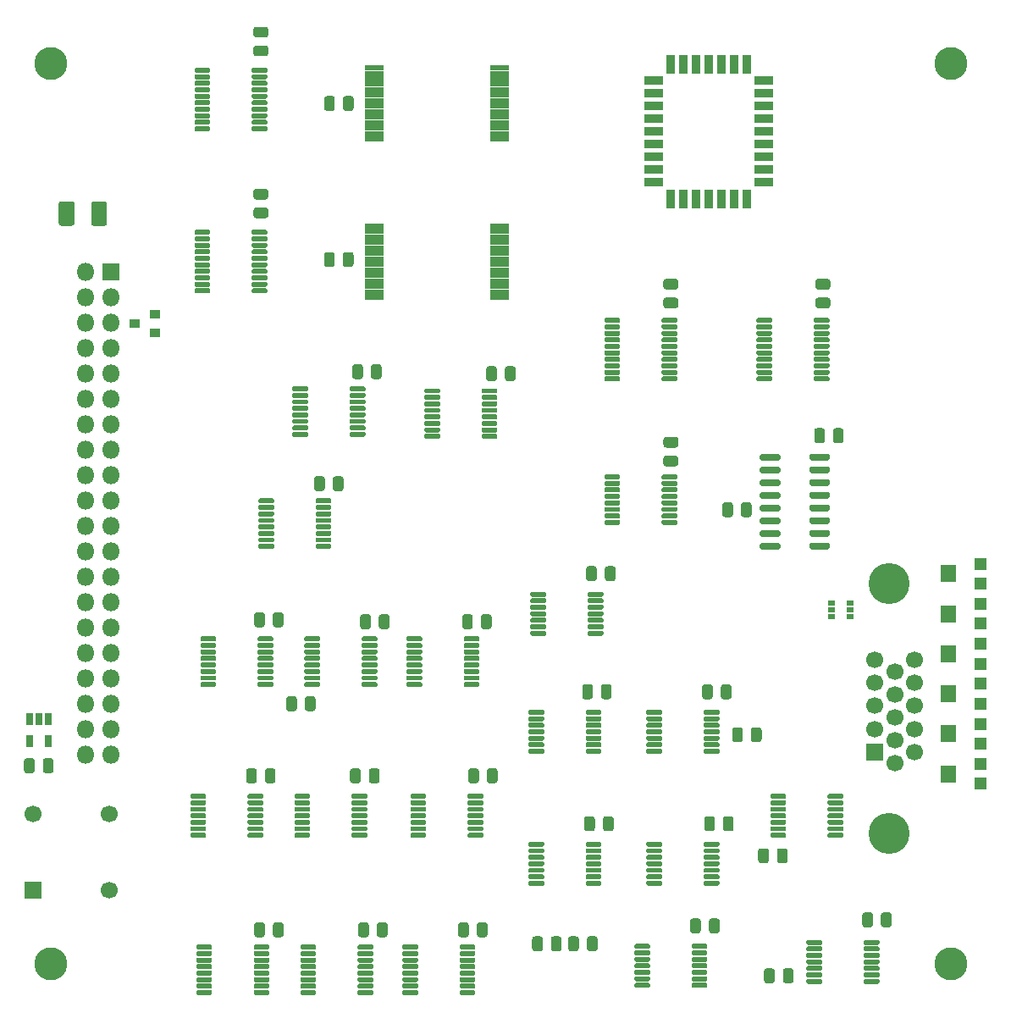
<source format=gbr>
%TF.GenerationSoftware,KiCad,Pcbnew,(5.1.6-0-10_14)*%
%TF.CreationDate,2020-12-19T15:47:54+01:00*%
%TF.ProjectId,vga,7667612e-6b69-4636-9164-5f7063625858,1*%
%TF.SameCoordinates,Original*%
%TF.FileFunction,Soldermask,Top*%
%TF.FilePolarity,Negative*%
%FSLAX46Y46*%
G04 Gerber Fmt 4.6, Leading zero omitted, Abs format (unit mm)*
G04 Created by KiCad (PCBNEW (5.1.6-0-10_14)) date 2020-12-19 15:47:54*
%MOMM*%
%LPD*%
G01*
G04 APERTURE LIST*
%ADD10R,1.600000X1.700000*%
%ADD11R,1.300000X1.300000*%
%ADD12R,0.750000X0.500000*%
%ADD13C,3.300000*%
%ADD14R,1.800000X1.800000*%
%ADD15O,1.800000X1.800000*%
%ADD16R,1.700000X1.700000*%
%ADD17C,1.700000*%
%ADD18C,4.100000*%
%ADD19R,1.000000X0.900000*%
%ADD20R,1.970000X0.480000*%
%ADD21R,0.860000X1.880000*%
%ADD22R,1.880000X0.860000*%
%ADD23R,0.750000X1.160000*%
G04 APERTURE END LIST*
%TO.C,C31*%
G36*
G01*
X57375000Y-69041667D02*
X57375000Y-70958333D01*
G75*
G02*
X57108333Y-71225000I-266667J0D01*
G01*
X56041667Y-71225000D01*
G75*
G02*
X55775000Y-70958333I0J266667D01*
G01*
X55775000Y-69041667D01*
G75*
G02*
X56041667Y-68775000I266667J0D01*
G01*
X57108333Y-68775000D01*
G75*
G02*
X57375000Y-69041667I0J-266667D01*
G01*
G37*
G36*
G01*
X60625000Y-69041667D02*
X60625000Y-70958333D01*
G75*
G02*
X60358333Y-71225000I-266667J0D01*
G01*
X59291667Y-71225000D01*
G75*
G02*
X59025000Y-70958333I0J266667D01*
G01*
X59025000Y-69041667D01*
G75*
G02*
X59291667Y-68775000I266667J0D01*
G01*
X60358333Y-68775000D01*
G75*
G02*
X60625000Y-69041667I0J-266667D01*
G01*
G37*
%TD*%
%TO.C,R5*%
G36*
G01*
X125000000Y-122581250D02*
X125000000Y-121618750D01*
G75*
G02*
X125268750Y-121350000I268750J0D01*
G01*
X125806250Y-121350000D01*
G75*
G02*
X126075000Y-121618750I0J-268750D01*
G01*
X126075000Y-122581250D01*
G75*
G02*
X125806250Y-122850000I-268750J0D01*
G01*
X125268750Y-122850000D01*
G75*
G02*
X125000000Y-122581250I0J268750D01*
G01*
G37*
G36*
G01*
X123125000Y-122581250D02*
X123125000Y-121618750D01*
G75*
G02*
X123393750Y-121350000I268750J0D01*
G01*
X123931250Y-121350000D01*
G75*
G02*
X124200000Y-121618750I0J-268750D01*
G01*
X124200000Y-122581250D01*
G75*
G02*
X123931250Y-122850000I-268750J0D01*
G01*
X123393750Y-122850000D01*
G75*
G02*
X123125000Y-122581250I0J268750D01*
G01*
G37*
%TD*%
%TO.C,C32*%
G36*
G01*
X53400000Y-124718750D02*
X53400000Y-125681250D01*
G75*
G02*
X53131250Y-125950000I-268750J0D01*
G01*
X52593750Y-125950000D01*
G75*
G02*
X52325000Y-125681250I0J268750D01*
G01*
X52325000Y-124718750D01*
G75*
G02*
X52593750Y-124450000I268750J0D01*
G01*
X53131250Y-124450000D01*
G75*
G02*
X53400000Y-124718750I0J-268750D01*
G01*
G37*
G36*
G01*
X55275000Y-124718750D02*
X55275000Y-125681250D01*
G75*
G02*
X55006250Y-125950000I-268750J0D01*
G01*
X54468750Y-125950000D01*
G75*
G02*
X54200000Y-125681250I0J268750D01*
G01*
X54200000Y-124718750D01*
G75*
G02*
X54468750Y-124450000I268750J0D01*
G01*
X55006250Y-124450000D01*
G75*
G02*
X55275000Y-124718750I0J-268750D01*
G01*
G37*
%TD*%
D10*
%TO.C,RV6*%
X144750000Y-126000000D03*
D11*
X148000000Y-125000000D03*
X148000000Y-127000000D03*
%TD*%
D10*
%TO.C,RV5*%
X144750000Y-122000000D03*
D11*
X148000000Y-121000000D03*
X148000000Y-123000000D03*
%TD*%
D10*
%TO.C,RV4*%
X144750000Y-118000000D03*
D11*
X148000000Y-117000000D03*
X148000000Y-119000000D03*
%TD*%
D10*
%TO.C,RV3*%
X144750000Y-114000000D03*
D11*
X148000000Y-113000000D03*
X148000000Y-115000000D03*
%TD*%
D10*
%TO.C,RV2*%
X144750000Y-110000000D03*
D11*
X148000000Y-109000000D03*
X148000000Y-111000000D03*
%TD*%
D10*
%TO.C,RV1*%
X144750000Y-106000000D03*
D11*
X148000000Y-105000000D03*
X148000000Y-107000000D03*
%TD*%
%TO.C,R4*%
G36*
G01*
X107800000Y-142518750D02*
X107800000Y-143481250D01*
G75*
G02*
X107531250Y-143750000I-268750J0D01*
G01*
X106993750Y-143750000D01*
G75*
G02*
X106725000Y-143481250I0J268750D01*
G01*
X106725000Y-142518750D01*
G75*
G02*
X106993750Y-142250000I268750J0D01*
G01*
X107531250Y-142250000D01*
G75*
G02*
X107800000Y-142518750I0J-268750D01*
G01*
G37*
G36*
G01*
X109675000Y-142518750D02*
X109675000Y-143481250D01*
G75*
G02*
X109406250Y-143750000I-268750J0D01*
G01*
X108868750Y-143750000D01*
G75*
G02*
X108600000Y-143481250I0J268750D01*
G01*
X108600000Y-142518750D01*
G75*
G02*
X108868750Y-142250000I268750J0D01*
G01*
X109406250Y-142250000D01*
G75*
G02*
X109675000Y-142518750I0J-268750D01*
G01*
G37*
%TD*%
%TO.C,D2*%
G36*
G01*
X104200000Y-142518750D02*
X104200000Y-143481250D01*
G75*
G02*
X103931250Y-143750000I-268750J0D01*
G01*
X103393750Y-143750000D01*
G75*
G02*
X103125000Y-143481250I0J268750D01*
G01*
X103125000Y-142518750D01*
G75*
G02*
X103393750Y-142250000I268750J0D01*
G01*
X103931250Y-142250000D01*
G75*
G02*
X104200000Y-142518750I0J-268750D01*
G01*
G37*
G36*
G01*
X106075000Y-142518750D02*
X106075000Y-143481250D01*
G75*
G02*
X105806250Y-143750000I-268750J0D01*
G01*
X105268750Y-143750000D01*
G75*
G02*
X105000000Y-143481250I0J268750D01*
G01*
X105000000Y-142518750D01*
G75*
G02*
X105268750Y-142250000I268750J0D01*
G01*
X105806250Y-142250000D01*
G75*
G02*
X106075000Y-142518750I0J-268750D01*
G01*
G37*
%TD*%
D12*
%TO.C,D1*%
X134950000Y-108950000D03*
X134950000Y-110250000D03*
X133050000Y-109600000D03*
X134950000Y-109600000D03*
X133050000Y-110250000D03*
X133050000Y-108950000D03*
%TD*%
%TO.C,C1*%
G36*
G01*
X75325000Y-142081250D02*
X75325000Y-141118750D01*
G75*
G02*
X75593750Y-140850000I268750J0D01*
G01*
X76131250Y-140850000D01*
G75*
G02*
X76400000Y-141118750I0J-268750D01*
G01*
X76400000Y-142081250D01*
G75*
G02*
X76131250Y-142350000I-268750J0D01*
G01*
X75593750Y-142350000D01*
G75*
G02*
X75325000Y-142081250I0J268750D01*
G01*
G37*
G36*
G01*
X77200000Y-142081250D02*
X77200000Y-141118750D01*
G75*
G02*
X77468750Y-140850000I268750J0D01*
G01*
X78006250Y-140850000D01*
G75*
G02*
X78275000Y-141118750I0J-268750D01*
G01*
X78275000Y-142081250D01*
G75*
G02*
X78006250Y-142350000I-268750J0D01*
G01*
X77468750Y-142350000D01*
G75*
G02*
X77200000Y-142081250I0J268750D01*
G01*
G37*
%TD*%
%TO.C,C2*%
G36*
G01*
X77200000Y-111081250D02*
X77200000Y-110118750D01*
G75*
G02*
X77468750Y-109850000I268750J0D01*
G01*
X78006250Y-109850000D01*
G75*
G02*
X78275000Y-110118750I0J-268750D01*
G01*
X78275000Y-111081250D01*
G75*
G02*
X78006250Y-111350000I-268750J0D01*
G01*
X77468750Y-111350000D01*
G75*
G02*
X77200000Y-111081250I0J268750D01*
G01*
G37*
G36*
G01*
X75325000Y-111081250D02*
X75325000Y-110118750D01*
G75*
G02*
X75593750Y-109850000I268750J0D01*
G01*
X76131250Y-109850000D01*
G75*
G02*
X76400000Y-110118750I0J-268750D01*
G01*
X76400000Y-111081250D01*
G75*
G02*
X76131250Y-111350000I-268750J0D01*
G01*
X75593750Y-111350000D01*
G75*
G02*
X75325000Y-111081250I0J268750D01*
G01*
G37*
%TD*%
%TO.C,C3*%
G36*
G01*
X98525000Y-86481250D02*
X98525000Y-85518750D01*
G75*
G02*
X98793750Y-85250000I268750J0D01*
G01*
X99331250Y-85250000D01*
G75*
G02*
X99600000Y-85518750I0J-268750D01*
G01*
X99600000Y-86481250D01*
G75*
G02*
X99331250Y-86750000I-268750J0D01*
G01*
X98793750Y-86750000D01*
G75*
G02*
X98525000Y-86481250I0J268750D01*
G01*
G37*
G36*
G01*
X100400000Y-86481250D02*
X100400000Y-85518750D01*
G75*
G02*
X100668750Y-85250000I268750J0D01*
G01*
X101206250Y-85250000D01*
G75*
G02*
X101475000Y-85518750I0J-268750D01*
G01*
X101475000Y-86481250D01*
G75*
G02*
X101206250Y-86750000I-268750J0D01*
G01*
X100668750Y-86750000D01*
G75*
G02*
X100400000Y-86481250I0J268750D01*
G01*
G37*
%TD*%
%TO.C,C4*%
G36*
G01*
X87000000Y-86281250D02*
X87000000Y-85318750D01*
G75*
G02*
X87268750Y-85050000I268750J0D01*
G01*
X87806250Y-85050000D01*
G75*
G02*
X88075000Y-85318750I0J-268750D01*
G01*
X88075000Y-86281250D01*
G75*
G02*
X87806250Y-86550000I-268750J0D01*
G01*
X87268750Y-86550000D01*
G75*
G02*
X87000000Y-86281250I0J268750D01*
G01*
G37*
G36*
G01*
X85125000Y-86281250D02*
X85125000Y-85318750D01*
G75*
G02*
X85393750Y-85050000I268750J0D01*
G01*
X85931250Y-85050000D01*
G75*
G02*
X86200000Y-85318750I0J-268750D01*
G01*
X86200000Y-86281250D01*
G75*
G02*
X85931250Y-86550000I-268750J0D01*
G01*
X85393750Y-86550000D01*
G75*
G02*
X85125000Y-86281250I0J268750D01*
G01*
G37*
%TD*%
%TO.C,C5*%
G36*
G01*
X87600000Y-142081250D02*
X87600000Y-141118750D01*
G75*
G02*
X87868750Y-140850000I268750J0D01*
G01*
X88406250Y-140850000D01*
G75*
G02*
X88675000Y-141118750I0J-268750D01*
G01*
X88675000Y-142081250D01*
G75*
G02*
X88406250Y-142350000I-268750J0D01*
G01*
X87868750Y-142350000D01*
G75*
G02*
X87600000Y-142081250I0J268750D01*
G01*
G37*
G36*
G01*
X85725000Y-142081250D02*
X85725000Y-141118750D01*
G75*
G02*
X85993750Y-140850000I268750J0D01*
G01*
X86531250Y-140850000D01*
G75*
G02*
X86800000Y-141118750I0J-268750D01*
G01*
X86800000Y-142081250D01*
G75*
G02*
X86531250Y-142350000I-268750J0D01*
G01*
X85993750Y-142350000D01*
G75*
G02*
X85725000Y-142081250I0J268750D01*
G01*
G37*
%TD*%
%TO.C,C6*%
G36*
G01*
X76481250Y-52400000D02*
X75518750Y-52400000D01*
G75*
G02*
X75250000Y-52131250I0J268750D01*
G01*
X75250000Y-51593750D01*
G75*
G02*
X75518750Y-51325000I268750J0D01*
G01*
X76481250Y-51325000D01*
G75*
G02*
X76750000Y-51593750I0J-268750D01*
G01*
X76750000Y-52131250D01*
G75*
G02*
X76481250Y-52400000I-268750J0D01*
G01*
G37*
G36*
G01*
X76481250Y-54275000D02*
X75518750Y-54275000D01*
G75*
G02*
X75250000Y-54006250I0J268750D01*
G01*
X75250000Y-53468750D01*
G75*
G02*
X75518750Y-53200000I268750J0D01*
G01*
X76481250Y-53200000D01*
G75*
G02*
X76750000Y-53468750I0J-268750D01*
G01*
X76750000Y-54006250D01*
G75*
G02*
X76481250Y-54275000I-268750J0D01*
G01*
G37*
%TD*%
%TO.C,C7*%
G36*
G01*
X81325000Y-97481250D02*
X81325000Y-96518750D01*
G75*
G02*
X81593750Y-96250000I268750J0D01*
G01*
X82131250Y-96250000D01*
G75*
G02*
X82400000Y-96518750I0J-268750D01*
G01*
X82400000Y-97481250D01*
G75*
G02*
X82131250Y-97750000I-268750J0D01*
G01*
X81593750Y-97750000D01*
G75*
G02*
X81325000Y-97481250I0J268750D01*
G01*
G37*
G36*
G01*
X83200000Y-97481250D02*
X83200000Y-96518750D01*
G75*
G02*
X83468750Y-96250000I268750J0D01*
G01*
X84006250Y-96250000D01*
G75*
G02*
X84275000Y-96518750I0J-268750D01*
G01*
X84275000Y-97481250D01*
G75*
G02*
X84006250Y-97750000I-268750J0D01*
G01*
X83468750Y-97750000D01*
G75*
G02*
X83200000Y-97481250I0J268750D01*
G01*
G37*
%TD*%
%TO.C,C8*%
G36*
G01*
X85925000Y-111281250D02*
X85925000Y-110318750D01*
G75*
G02*
X86193750Y-110050000I268750J0D01*
G01*
X86731250Y-110050000D01*
G75*
G02*
X87000000Y-110318750I0J-268750D01*
G01*
X87000000Y-111281250D01*
G75*
G02*
X86731250Y-111550000I-268750J0D01*
G01*
X86193750Y-111550000D01*
G75*
G02*
X85925000Y-111281250I0J268750D01*
G01*
G37*
G36*
G01*
X87800000Y-111281250D02*
X87800000Y-110318750D01*
G75*
G02*
X88068750Y-110050000I268750J0D01*
G01*
X88606250Y-110050000D01*
G75*
G02*
X88875000Y-110318750I0J-268750D01*
G01*
X88875000Y-111281250D01*
G75*
G02*
X88606250Y-111550000I-268750J0D01*
G01*
X88068750Y-111550000D01*
G75*
G02*
X87800000Y-111281250I0J268750D01*
G01*
G37*
%TD*%
%TO.C,C9*%
G36*
G01*
X97600000Y-142081250D02*
X97600000Y-141118750D01*
G75*
G02*
X97868750Y-140850000I268750J0D01*
G01*
X98406250Y-140850000D01*
G75*
G02*
X98675000Y-141118750I0J-268750D01*
G01*
X98675000Y-142081250D01*
G75*
G02*
X98406250Y-142350000I-268750J0D01*
G01*
X97868750Y-142350000D01*
G75*
G02*
X97600000Y-142081250I0J268750D01*
G01*
G37*
G36*
G01*
X95725000Y-142081250D02*
X95725000Y-141118750D01*
G75*
G02*
X95993750Y-140850000I268750J0D01*
G01*
X96531250Y-140850000D01*
G75*
G02*
X96800000Y-141118750I0J-268750D01*
G01*
X96800000Y-142081250D01*
G75*
G02*
X96531250Y-142350000I-268750J0D01*
G01*
X95993750Y-142350000D01*
G75*
G02*
X95725000Y-142081250I0J268750D01*
G01*
G37*
%TD*%
%TO.C,C10*%
G36*
G01*
X98000000Y-111281250D02*
X98000000Y-110318750D01*
G75*
G02*
X98268750Y-110050000I268750J0D01*
G01*
X98806250Y-110050000D01*
G75*
G02*
X99075000Y-110318750I0J-268750D01*
G01*
X99075000Y-111281250D01*
G75*
G02*
X98806250Y-111550000I-268750J0D01*
G01*
X98268750Y-111550000D01*
G75*
G02*
X98000000Y-111281250I0J268750D01*
G01*
G37*
G36*
G01*
X96125000Y-111281250D02*
X96125000Y-110318750D01*
G75*
G02*
X96393750Y-110050000I268750J0D01*
G01*
X96931250Y-110050000D01*
G75*
G02*
X97200000Y-110318750I0J-268750D01*
G01*
X97200000Y-111281250D01*
G75*
G02*
X96931250Y-111550000I-268750J0D01*
G01*
X96393750Y-111550000D01*
G75*
G02*
X96125000Y-111281250I0J268750D01*
G01*
G37*
%TD*%
%TO.C,C11*%
G36*
G01*
X85275000Y-58518750D02*
X85275000Y-59481250D01*
G75*
G02*
X85006250Y-59750000I-268750J0D01*
G01*
X84468750Y-59750000D01*
G75*
G02*
X84200000Y-59481250I0J268750D01*
G01*
X84200000Y-58518750D01*
G75*
G02*
X84468750Y-58250000I268750J0D01*
G01*
X85006250Y-58250000D01*
G75*
G02*
X85275000Y-58518750I0J-268750D01*
G01*
G37*
G36*
G01*
X83400000Y-58518750D02*
X83400000Y-59481250D01*
G75*
G02*
X83131250Y-59750000I-268750J0D01*
G01*
X82593750Y-59750000D01*
G75*
G02*
X82325000Y-59481250I0J268750D01*
G01*
X82325000Y-58518750D01*
G75*
G02*
X82593750Y-58250000I268750J0D01*
G01*
X83131250Y-58250000D01*
G75*
G02*
X83400000Y-58518750I0J-268750D01*
G01*
G37*
%TD*%
%TO.C,C12*%
G36*
G01*
X83400000Y-74118750D02*
X83400000Y-75081250D01*
G75*
G02*
X83131250Y-75350000I-268750J0D01*
G01*
X82593750Y-75350000D01*
G75*
G02*
X82325000Y-75081250I0J268750D01*
G01*
X82325000Y-74118750D01*
G75*
G02*
X82593750Y-73850000I268750J0D01*
G01*
X83131250Y-73850000D01*
G75*
G02*
X83400000Y-74118750I0J-268750D01*
G01*
G37*
G36*
G01*
X85275000Y-74118750D02*
X85275000Y-75081250D01*
G75*
G02*
X85006250Y-75350000I-268750J0D01*
G01*
X84468750Y-75350000D01*
G75*
G02*
X84200000Y-75081250I0J268750D01*
G01*
X84200000Y-74118750D01*
G75*
G02*
X84468750Y-73850000I268750J0D01*
G01*
X85006250Y-73850000D01*
G75*
G02*
X85275000Y-74118750I0J-268750D01*
G01*
G37*
%TD*%
%TO.C,C14*%
G36*
G01*
X84925000Y-126681250D02*
X84925000Y-125718750D01*
G75*
G02*
X85193750Y-125450000I268750J0D01*
G01*
X85731250Y-125450000D01*
G75*
G02*
X86000000Y-125718750I0J-268750D01*
G01*
X86000000Y-126681250D01*
G75*
G02*
X85731250Y-126950000I-268750J0D01*
G01*
X85193750Y-126950000D01*
G75*
G02*
X84925000Y-126681250I0J268750D01*
G01*
G37*
G36*
G01*
X86800000Y-126681250D02*
X86800000Y-125718750D01*
G75*
G02*
X87068750Y-125450000I268750J0D01*
G01*
X87606250Y-125450000D01*
G75*
G02*
X87875000Y-125718750I0J-268750D01*
G01*
X87875000Y-126681250D01*
G75*
G02*
X87606250Y-126950000I-268750J0D01*
G01*
X87068750Y-126950000D01*
G75*
G02*
X86800000Y-126681250I0J268750D01*
G01*
G37*
%TD*%
%TO.C,C15*%
G36*
G01*
X76481250Y-70475000D02*
X75518750Y-70475000D01*
G75*
G02*
X75250000Y-70206250I0J268750D01*
G01*
X75250000Y-69668750D01*
G75*
G02*
X75518750Y-69400000I268750J0D01*
G01*
X76481250Y-69400000D01*
G75*
G02*
X76750000Y-69668750I0J-268750D01*
G01*
X76750000Y-70206250D01*
G75*
G02*
X76481250Y-70475000I-268750J0D01*
G01*
G37*
G36*
G01*
X76481250Y-68600000D02*
X75518750Y-68600000D01*
G75*
G02*
X75250000Y-68331250I0J268750D01*
G01*
X75250000Y-67793750D01*
G75*
G02*
X75518750Y-67525000I268750J0D01*
G01*
X76481250Y-67525000D01*
G75*
G02*
X76750000Y-67793750I0J-268750D01*
G01*
X76750000Y-68331250D01*
G75*
G02*
X76481250Y-68600000I-268750J0D01*
G01*
G37*
%TD*%
%TO.C,C16*%
G36*
G01*
X108525000Y-106481250D02*
X108525000Y-105518750D01*
G75*
G02*
X108793750Y-105250000I268750J0D01*
G01*
X109331250Y-105250000D01*
G75*
G02*
X109600000Y-105518750I0J-268750D01*
G01*
X109600000Y-106481250D01*
G75*
G02*
X109331250Y-106750000I-268750J0D01*
G01*
X108793750Y-106750000D01*
G75*
G02*
X108525000Y-106481250I0J268750D01*
G01*
G37*
G36*
G01*
X110400000Y-106481250D02*
X110400000Y-105518750D01*
G75*
G02*
X110668750Y-105250000I268750J0D01*
G01*
X111206250Y-105250000D01*
G75*
G02*
X111475000Y-105518750I0J-268750D01*
G01*
X111475000Y-106481250D01*
G75*
G02*
X111206250Y-106750000I-268750J0D01*
G01*
X110668750Y-106750000D01*
G75*
G02*
X110400000Y-106481250I0J268750D01*
G01*
G37*
%TD*%
%TO.C,C18*%
G36*
G01*
X120800000Y-141681250D02*
X120800000Y-140718750D01*
G75*
G02*
X121068750Y-140450000I268750J0D01*
G01*
X121606250Y-140450000D01*
G75*
G02*
X121875000Y-140718750I0J-268750D01*
G01*
X121875000Y-141681250D01*
G75*
G02*
X121606250Y-141950000I-268750J0D01*
G01*
X121068750Y-141950000D01*
G75*
G02*
X120800000Y-141681250I0J268750D01*
G01*
G37*
G36*
G01*
X118925000Y-141681250D02*
X118925000Y-140718750D01*
G75*
G02*
X119193750Y-140450000I268750J0D01*
G01*
X119731250Y-140450000D01*
G75*
G02*
X120000000Y-140718750I0J-268750D01*
G01*
X120000000Y-141681250D01*
G75*
G02*
X119731250Y-141950000I-268750J0D01*
G01*
X119193750Y-141950000D01*
G75*
G02*
X118925000Y-141681250I0J268750D01*
G01*
G37*
%TD*%
%TO.C,C19*%
G36*
G01*
X74525000Y-126681250D02*
X74525000Y-125718750D01*
G75*
G02*
X74793750Y-125450000I268750J0D01*
G01*
X75331250Y-125450000D01*
G75*
G02*
X75600000Y-125718750I0J-268750D01*
G01*
X75600000Y-126681250D01*
G75*
G02*
X75331250Y-126950000I-268750J0D01*
G01*
X74793750Y-126950000D01*
G75*
G02*
X74525000Y-126681250I0J268750D01*
G01*
G37*
G36*
G01*
X76400000Y-126681250D02*
X76400000Y-125718750D01*
G75*
G02*
X76668750Y-125450000I268750J0D01*
G01*
X77206250Y-125450000D01*
G75*
G02*
X77475000Y-125718750I0J-268750D01*
G01*
X77475000Y-126681250D01*
G75*
G02*
X77206250Y-126950000I-268750J0D01*
G01*
X76668750Y-126950000D01*
G75*
G02*
X76400000Y-126681250I0J268750D01*
G01*
G37*
%TD*%
%TO.C,C20*%
G36*
G01*
X132681250Y-79475000D02*
X131718750Y-79475000D01*
G75*
G02*
X131450000Y-79206250I0J268750D01*
G01*
X131450000Y-78668750D01*
G75*
G02*
X131718750Y-78400000I268750J0D01*
G01*
X132681250Y-78400000D01*
G75*
G02*
X132950000Y-78668750I0J-268750D01*
G01*
X132950000Y-79206250D01*
G75*
G02*
X132681250Y-79475000I-268750J0D01*
G01*
G37*
G36*
G01*
X132681250Y-77600000D02*
X131718750Y-77600000D01*
G75*
G02*
X131450000Y-77331250I0J268750D01*
G01*
X131450000Y-76793750D01*
G75*
G02*
X131718750Y-76525000I268750J0D01*
G01*
X132681250Y-76525000D01*
G75*
G02*
X132950000Y-76793750I0J-268750D01*
G01*
X132950000Y-77331250D01*
G75*
G02*
X132681250Y-77600000I-268750J0D01*
G01*
G37*
%TD*%
%TO.C,C21*%
G36*
G01*
X117481250Y-77600000D02*
X116518750Y-77600000D01*
G75*
G02*
X116250000Y-77331250I0J268750D01*
G01*
X116250000Y-76793750D01*
G75*
G02*
X116518750Y-76525000I268750J0D01*
G01*
X117481250Y-76525000D01*
G75*
G02*
X117750000Y-76793750I0J-268750D01*
G01*
X117750000Y-77331250D01*
G75*
G02*
X117481250Y-77600000I-268750J0D01*
G01*
G37*
G36*
G01*
X117481250Y-79475000D02*
X116518750Y-79475000D01*
G75*
G02*
X116250000Y-79206250I0J268750D01*
G01*
X116250000Y-78668750D01*
G75*
G02*
X116518750Y-78400000I268750J0D01*
G01*
X117481250Y-78400000D01*
G75*
G02*
X117750000Y-78668750I0J-268750D01*
G01*
X117750000Y-79206250D01*
G75*
G02*
X117481250Y-79475000I-268750J0D01*
G01*
G37*
%TD*%
%TO.C,C22*%
G36*
G01*
X138000000Y-141081250D02*
X138000000Y-140118750D01*
G75*
G02*
X138268750Y-139850000I268750J0D01*
G01*
X138806250Y-139850000D01*
G75*
G02*
X139075000Y-140118750I0J-268750D01*
G01*
X139075000Y-141081250D01*
G75*
G02*
X138806250Y-141350000I-268750J0D01*
G01*
X138268750Y-141350000D01*
G75*
G02*
X138000000Y-141081250I0J268750D01*
G01*
G37*
G36*
G01*
X136125000Y-141081250D02*
X136125000Y-140118750D01*
G75*
G02*
X136393750Y-139850000I268750J0D01*
G01*
X136931250Y-139850000D01*
G75*
G02*
X137200000Y-140118750I0J-268750D01*
G01*
X137200000Y-141081250D01*
G75*
G02*
X136931250Y-141350000I-268750J0D01*
G01*
X136393750Y-141350000D01*
G75*
G02*
X136125000Y-141081250I0J268750D01*
G01*
G37*
%TD*%
%TO.C,C23*%
G36*
G01*
X120125000Y-118281250D02*
X120125000Y-117318750D01*
G75*
G02*
X120393750Y-117050000I268750J0D01*
G01*
X120931250Y-117050000D01*
G75*
G02*
X121200000Y-117318750I0J-268750D01*
G01*
X121200000Y-118281250D01*
G75*
G02*
X120931250Y-118550000I-268750J0D01*
G01*
X120393750Y-118550000D01*
G75*
G02*
X120125000Y-118281250I0J268750D01*
G01*
G37*
G36*
G01*
X122000000Y-118281250D02*
X122000000Y-117318750D01*
G75*
G02*
X122268750Y-117050000I268750J0D01*
G01*
X122806250Y-117050000D01*
G75*
G02*
X123075000Y-117318750I0J-268750D01*
G01*
X123075000Y-118281250D01*
G75*
G02*
X122806250Y-118550000I-268750J0D01*
G01*
X122268750Y-118550000D01*
G75*
G02*
X122000000Y-118281250I0J268750D01*
G01*
G37*
%TD*%
%TO.C,C24*%
G36*
G01*
X133200000Y-92681250D02*
X133200000Y-91718750D01*
G75*
G02*
X133468750Y-91450000I268750J0D01*
G01*
X134006250Y-91450000D01*
G75*
G02*
X134275000Y-91718750I0J-268750D01*
G01*
X134275000Y-92681250D01*
G75*
G02*
X134006250Y-92950000I-268750J0D01*
G01*
X133468750Y-92950000D01*
G75*
G02*
X133200000Y-92681250I0J268750D01*
G01*
G37*
G36*
G01*
X131325000Y-92681250D02*
X131325000Y-91718750D01*
G75*
G02*
X131593750Y-91450000I268750J0D01*
G01*
X132131250Y-91450000D01*
G75*
G02*
X132400000Y-91718750I0J-268750D01*
G01*
X132400000Y-92681250D01*
G75*
G02*
X132131250Y-92950000I-268750J0D01*
G01*
X131593750Y-92950000D01*
G75*
G02*
X131325000Y-92681250I0J268750D01*
G01*
G37*
%TD*%
%TO.C,C25*%
G36*
G01*
X126800000Y-133718750D02*
X126800000Y-134681250D01*
G75*
G02*
X126531250Y-134950000I-268750J0D01*
G01*
X125993750Y-134950000D01*
G75*
G02*
X125725000Y-134681250I0J268750D01*
G01*
X125725000Y-133718750D01*
G75*
G02*
X125993750Y-133450000I268750J0D01*
G01*
X126531250Y-133450000D01*
G75*
G02*
X126800000Y-133718750I0J-268750D01*
G01*
G37*
G36*
G01*
X128675000Y-133718750D02*
X128675000Y-134681250D01*
G75*
G02*
X128406250Y-134950000I-268750J0D01*
G01*
X127868750Y-134950000D01*
G75*
G02*
X127600000Y-134681250I0J268750D01*
G01*
X127600000Y-133718750D01*
G75*
G02*
X127868750Y-133450000I268750J0D01*
G01*
X128406250Y-133450000D01*
G75*
G02*
X128675000Y-133718750I0J-268750D01*
G01*
G37*
%TD*%
%TO.C,C26*%
G36*
G01*
X96725000Y-126681250D02*
X96725000Y-125718750D01*
G75*
G02*
X96993750Y-125450000I268750J0D01*
G01*
X97531250Y-125450000D01*
G75*
G02*
X97800000Y-125718750I0J-268750D01*
G01*
X97800000Y-126681250D01*
G75*
G02*
X97531250Y-126950000I-268750J0D01*
G01*
X96993750Y-126950000D01*
G75*
G02*
X96725000Y-126681250I0J268750D01*
G01*
G37*
G36*
G01*
X98600000Y-126681250D02*
X98600000Y-125718750D01*
G75*
G02*
X98868750Y-125450000I268750J0D01*
G01*
X99406250Y-125450000D01*
G75*
G02*
X99675000Y-125718750I0J-268750D01*
G01*
X99675000Y-126681250D01*
G75*
G02*
X99406250Y-126950000I-268750J0D01*
G01*
X98868750Y-126950000D01*
G75*
G02*
X98600000Y-126681250I0J268750D01*
G01*
G37*
%TD*%
%TO.C,C27*%
G36*
G01*
X117481250Y-95275000D02*
X116518750Y-95275000D01*
G75*
G02*
X116250000Y-95006250I0J268750D01*
G01*
X116250000Y-94468750D01*
G75*
G02*
X116518750Y-94200000I268750J0D01*
G01*
X117481250Y-94200000D01*
G75*
G02*
X117750000Y-94468750I0J-268750D01*
G01*
X117750000Y-95006250D01*
G75*
G02*
X117481250Y-95275000I-268750J0D01*
G01*
G37*
G36*
G01*
X117481250Y-93400000D02*
X116518750Y-93400000D01*
G75*
G02*
X116250000Y-93131250I0J268750D01*
G01*
X116250000Y-92593750D01*
G75*
G02*
X116518750Y-92325000I268750J0D01*
G01*
X117481250Y-92325000D01*
G75*
G02*
X117750000Y-92593750I0J-268750D01*
G01*
X117750000Y-93131250D01*
G75*
G02*
X117481250Y-93400000I-268750J0D01*
G01*
G37*
%TD*%
%TO.C,C28*%
G36*
G01*
X110200000Y-131481250D02*
X110200000Y-130518750D01*
G75*
G02*
X110468750Y-130250000I268750J0D01*
G01*
X111006250Y-130250000D01*
G75*
G02*
X111275000Y-130518750I0J-268750D01*
G01*
X111275000Y-131481250D01*
G75*
G02*
X111006250Y-131750000I-268750J0D01*
G01*
X110468750Y-131750000D01*
G75*
G02*
X110200000Y-131481250I0J268750D01*
G01*
G37*
G36*
G01*
X108325000Y-131481250D02*
X108325000Y-130518750D01*
G75*
G02*
X108593750Y-130250000I268750J0D01*
G01*
X109131250Y-130250000D01*
G75*
G02*
X109400000Y-130518750I0J-268750D01*
G01*
X109400000Y-131481250D01*
G75*
G02*
X109131250Y-131750000I-268750J0D01*
G01*
X108593750Y-131750000D01*
G75*
G02*
X108325000Y-131481250I0J268750D01*
G01*
G37*
%TD*%
%TO.C,C29*%
G36*
G01*
X108125000Y-118281250D02*
X108125000Y-117318750D01*
G75*
G02*
X108393750Y-117050000I268750J0D01*
G01*
X108931250Y-117050000D01*
G75*
G02*
X109200000Y-117318750I0J-268750D01*
G01*
X109200000Y-118281250D01*
G75*
G02*
X108931250Y-118550000I-268750J0D01*
G01*
X108393750Y-118550000D01*
G75*
G02*
X108125000Y-118281250I0J268750D01*
G01*
G37*
G36*
G01*
X110000000Y-118281250D02*
X110000000Y-117318750D01*
G75*
G02*
X110268750Y-117050000I268750J0D01*
G01*
X110806250Y-117050000D01*
G75*
G02*
X111075000Y-117318750I0J-268750D01*
G01*
X111075000Y-118281250D01*
G75*
G02*
X110806250Y-118550000I-268750J0D01*
G01*
X110268750Y-118550000D01*
G75*
G02*
X110000000Y-118281250I0J268750D01*
G01*
G37*
%TD*%
%TO.C,C30*%
G36*
G01*
X122200000Y-131481250D02*
X122200000Y-130518750D01*
G75*
G02*
X122468750Y-130250000I268750J0D01*
G01*
X123006250Y-130250000D01*
G75*
G02*
X123275000Y-130518750I0J-268750D01*
G01*
X123275000Y-131481250D01*
G75*
G02*
X123006250Y-131750000I-268750J0D01*
G01*
X122468750Y-131750000D01*
G75*
G02*
X122200000Y-131481250I0J268750D01*
G01*
G37*
G36*
G01*
X120325000Y-131481250D02*
X120325000Y-130518750D01*
G75*
G02*
X120593750Y-130250000I268750J0D01*
G01*
X121131250Y-130250000D01*
G75*
G02*
X121400000Y-130518750I0J-268750D01*
G01*
X121400000Y-131481250D01*
G75*
G02*
X121131250Y-131750000I-268750J0D01*
G01*
X120593750Y-131750000D01*
G75*
G02*
X120325000Y-131481250I0J268750D01*
G01*
G37*
%TD*%
D13*
%TO.C,H1*%
X55000000Y-55000000D03*
%TD*%
%TO.C,H2*%
X145000000Y-55000000D03*
%TD*%
%TO.C,H3*%
X55000000Y-145000000D03*
%TD*%
%TO.C,H4*%
X145000000Y-145000000D03*
%TD*%
D14*
%TO.C,J1*%
X61000000Y-75870000D03*
D15*
X58460000Y-75870000D03*
X61000000Y-78410000D03*
X58460000Y-78410000D03*
X61000000Y-80950000D03*
X58460000Y-80950000D03*
X61000000Y-83490000D03*
X58460000Y-83490000D03*
X61000000Y-86030000D03*
X58460000Y-86030000D03*
X61000000Y-88570000D03*
X58460000Y-88570000D03*
X61000000Y-91110000D03*
X58460000Y-91110000D03*
X61000000Y-93650000D03*
X58460000Y-93650000D03*
X61000000Y-96190000D03*
X58460000Y-96190000D03*
X61000000Y-98730000D03*
X58460000Y-98730000D03*
X61000000Y-101270000D03*
X58460000Y-101270000D03*
X61000000Y-103810000D03*
X58460000Y-103810000D03*
X61000000Y-106350000D03*
X58460000Y-106350000D03*
X61000000Y-108890000D03*
X58460000Y-108890000D03*
X61000000Y-111430000D03*
X58460000Y-111430000D03*
X61000000Y-113970000D03*
X58460000Y-113970000D03*
X61000000Y-116510000D03*
X58460000Y-116510000D03*
X61000000Y-119050000D03*
X58460000Y-119050000D03*
X61000000Y-121590000D03*
X58460000Y-121590000D03*
X61000000Y-124130000D03*
X58460000Y-124130000D03*
%TD*%
D16*
%TO.C,J2*%
X137400000Y-123800000D03*
D17*
X137400000Y-121510000D03*
X137400000Y-119220000D03*
X137400000Y-116930000D03*
X137400000Y-114640000D03*
X139380000Y-124945000D03*
X139380000Y-122655000D03*
X139380000Y-120365000D03*
X139380000Y-118075000D03*
X139380000Y-115785000D03*
X141360000Y-123800000D03*
X141360000Y-121510000D03*
X141360000Y-119220000D03*
X141360000Y-116930000D03*
X141360000Y-114640000D03*
D18*
X138820000Y-106985000D03*
X138820000Y-131985000D03*
%TD*%
D19*
%TO.C,Q1*%
X65400000Y-81950000D03*
X65400000Y-80050000D03*
X63400000Y-81000000D03*
%TD*%
%TO.C,R1*%
G36*
G01*
X129275000Y-145718750D02*
X129275000Y-146681250D01*
G75*
G02*
X129006250Y-146950000I-268750J0D01*
G01*
X128468750Y-146950000D01*
G75*
G02*
X128200000Y-146681250I0J268750D01*
G01*
X128200000Y-145718750D01*
G75*
G02*
X128468750Y-145450000I268750J0D01*
G01*
X129006250Y-145450000D01*
G75*
G02*
X129275000Y-145718750I0J-268750D01*
G01*
G37*
G36*
G01*
X127400000Y-145718750D02*
X127400000Y-146681250D01*
G75*
G02*
X127131250Y-146950000I-268750J0D01*
G01*
X126593750Y-146950000D01*
G75*
G02*
X126325000Y-146681250I0J268750D01*
G01*
X126325000Y-145718750D01*
G75*
G02*
X126593750Y-145450000I268750J0D01*
G01*
X127131250Y-145450000D01*
G75*
G02*
X127400000Y-145718750I0J-268750D01*
G01*
G37*
%TD*%
%TO.C,R2*%
G36*
G01*
X80400000Y-119481250D02*
X80400000Y-118518750D01*
G75*
G02*
X80668750Y-118250000I268750J0D01*
G01*
X81206250Y-118250000D01*
G75*
G02*
X81475000Y-118518750I0J-268750D01*
G01*
X81475000Y-119481250D01*
G75*
G02*
X81206250Y-119750000I-268750J0D01*
G01*
X80668750Y-119750000D01*
G75*
G02*
X80400000Y-119481250I0J268750D01*
G01*
G37*
G36*
G01*
X78525000Y-119481250D02*
X78525000Y-118518750D01*
G75*
G02*
X78793750Y-118250000I268750J0D01*
G01*
X79331250Y-118250000D01*
G75*
G02*
X79600000Y-118518750I0J-268750D01*
G01*
X79600000Y-119481250D01*
G75*
G02*
X79331250Y-119750000I-268750J0D01*
G01*
X78793750Y-119750000D01*
G75*
G02*
X78525000Y-119481250I0J268750D01*
G01*
G37*
%TD*%
%TO.C,R3*%
G36*
G01*
X122125000Y-100081250D02*
X122125000Y-99118750D01*
G75*
G02*
X122393750Y-98850000I268750J0D01*
G01*
X122931250Y-98850000D01*
G75*
G02*
X123200000Y-99118750I0J-268750D01*
G01*
X123200000Y-100081250D01*
G75*
G02*
X122931250Y-100350000I-268750J0D01*
G01*
X122393750Y-100350000D01*
G75*
G02*
X122125000Y-100081250I0J268750D01*
G01*
G37*
G36*
G01*
X124000000Y-100081250D02*
X124000000Y-99118750D01*
G75*
G02*
X124268750Y-98850000I268750J0D01*
G01*
X124806250Y-98850000D01*
G75*
G02*
X125075000Y-99118750I0J-268750D01*
G01*
X125075000Y-100081250D01*
G75*
G02*
X124806250Y-100350000I-268750J0D01*
G01*
X124268750Y-100350000D01*
G75*
G02*
X124000000Y-100081250I0J268750D01*
G01*
G37*
%TD*%
%TO.C,U1*%
G36*
G01*
X69950000Y-112650000D02*
X69950000Y-112400000D01*
G75*
G02*
X70075000Y-112275000I125000J0D01*
G01*
X71400000Y-112275000D01*
G75*
G02*
X71525000Y-112400000I0J-125000D01*
G01*
X71525000Y-112650000D01*
G75*
G02*
X71400000Y-112775000I-125000J0D01*
G01*
X70075000Y-112775000D01*
G75*
G02*
X69950000Y-112650000I0J125000D01*
G01*
G37*
G36*
G01*
X69950000Y-113300000D02*
X69950000Y-113050000D01*
G75*
G02*
X70075000Y-112925000I125000J0D01*
G01*
X71400000Y-112925000D01*
G75*
G02*
X71525000Y-113050000I0J-125000D01*
G01*
X71525000Y-113300000D01*
G75*
G02*
X71400000Y-113425000I-125000J0D01*
G01*
X70075000Y-113425000D01*
G75*
G02*
X69950000Y-113300000I0J125000D01*
G01*
G37*
G36*
G01*
X69950000Y-113950000D02*
X69950000Y-113700000D01*
G75*
G02*
X70075000Y-113575000I125000J0D01*
G01*
X71400000Y-113575000D01*
G75*
G02*
X71525000Y-113700000I0J-125000D01*
G01*
X71525000Y-113950000D01*
G75*
G02*
X71400000Y-114075000I-125000J0D01*
G01*
X70075000Y-114075000D01*
G75*
G02*
X69950000Y-113950000I0J125000D01*
G01*
G37*
G36*
G01*
X69950000Y-114600000D02*
X69950000Y-114350000D01*
G75*
G02*
X70075000Y-114225000I125000J0D01*
G01*
X71400000Y-114225000D01*
G75*
G02*
X71525000Y-114350000I0J-125000D01*
G01*
X71525000Y-114600000D01*
G75*
G02*
X71400000Y-114725000I-125000J0D01*
G01*
X70075000Y-114725000D01*
G75*
G02*
X69950000Y-114600000I0J125000D01*
G01*
G37*
G36*
G01*
X69950000Y-115250000D02*
X69950000Y-115000000D01*
G75*
G02*
X70075000Y-114875000I125000J0D01*
G01*
X71400000Y-114875000D01*
G75*
G02*
X71525000Y-115000000I0J-125000D01*
G01*
X71525000Y-115250000D01*
G75*
G02*
X71400000Y-115375000I-125000J0D01*
G01*
X70075000Y-115375000D01*
G75*
G02*
X69950000Y-115250000I0J125000D01*
G01*
G37*
G36*
G01*
X69950000Y-115900000D02*
X69950000Y-115650000D01*
G75*
G02*
X70075000Y-115525000I125000J0D01*
G01*
X71400000Y-115525000D01*
G75*
G02*
X71525000Y-115650000I0J-125000D01*
G01*
X71525000Y-115900000D01*
G75*
G02*
X71400000Y-116025000I-125000J0D01*
G01*
X70075000Y-116025000D01*
G75*
G02*
X69950000Y-115900000I0J125000D01*
G01*
G37*
G36*
G01*
X69950000Y-116550000D02*
X69950000Y-116300000D01*
G75*
G02*
X70075000Y-116175000I125000J0D01*
G01*
X71400000Y-116175000D01*
G75*
G02*
X71525000Y-116300000I0J-125000D01*
G01*
X71525000Y-116550000D01*
G75*
G02*
X71400000Y-116675000I-125000J0D01*
G01*
X70075000Y-116675000D01*
G75*
G02*
X69950000Y-116550000I0J125000D01*
G01*
G37*
G36*
G01*
X69950000Y-117200000D02*
X69950000Y-116950000D01*
G75*
G02*
X70075000Y-116825000I125000J0D01*
G01*
X71400000Y-116825000D01*
G75*
G02*
X71525000Y-116950000I0J-125000D01*
G01*
X71525000Y-117200000D01*
G75*
G02*
X71400000Y-117325000I-125000J0D01*
G01*
X70075000Y-117325000D01*
G75*
G02*
X69950000Y-117200000I0J125000D01*
G01*
G37*
G36*
G01*
X75675000Y-117200000D02*
X75675000Y-116950000D01*
G75*
G02*
X75800000Y-116825000I125000J0D01*
G01*
X77125000Y-116825000D01*
G75*
G02*
X77250000Y-116950000I0J-125000D01*
G01*
X77250000Y-117200000D01*
G75*
G02*
X77125000Y-117325000I-125000J0D01*
G01*
X75800000Y-117325000D01*
G75*
G02*
X75675000Y-117200000I0J125000D01*
G01*
G37*
G36*
G01*
X75675000Y-116550000D02*
X75675000Y-116300000D01*
G75*
G02*
X75800000Y-116175000I125000J0D01*
G01*
X77125000Y-116175000D01*
G75*
G02*
X77250000Y-116300000I0J-125000D01*
G01*
X77250000Y-116550000D01*
G75*
G02*
X77125000Y-116675000I-125000J0D01*
G01*
X75800000Y-116675000D01*
G75*
G02*
X75675000Y-116550000I0J125000D01*
G01*
G37*
G36*
G01*
X75675000Y-115900000D02*
X75675000Y-115650000D01*
G75*
G02*
X75800000Y-115525000I125000J0D01*
G01*
X77125000Y-115525000D01*
G75*
G02*
X77250000Y-115650000I0J-125000D01*
G01*
X77250000Y-115900000D01*
G75*
G02*
X77125000Y-116025000I-125000J0D01*
G01*
X75800000Y-116025000D01*
G75*
G02*
X75675000Y-115900000I0J125000D01*
G01*
G37*
G36*
G01*
X75675000Y-115250000D02*
X75675000Y-115000000D01*
G75*
G02*
X75800000Y-114875000I125000J0D01*
G01*
X77125000Y-114875000D01*
G75*
G02*
X77250000Y-115000000I0J-125000D01*
G01*
X77250000Y-115250000D01*
G75*
G02*
X77125000Y-115375000I-125000J0D01*
G01*
X75800000Y-115375000D01*
G75*
G02*
X75675000Y-115250000I0J125000D01*
G01*
G37*
G36*
G01*
X75675000Y-114600000D02*
X75675000Y-114350000D01*
G75*
G02*
X75800000Y-114225000I125000J0D01*
G01*
X77125000Y-114225000D01*
G75*
G02*
X77250000Y-114350000I0J-125000D01*
G01*
X77250000Y-114600000D01*
G75*
G02*
X77125000Y-114725000I-125000J0D01*
G01*
X75800000Y-114725000D01*
G75*
G02*
X75675000Y-114600000I0J125000D01*
G01*
G37*
G36*
G01*
X75675000Y-113950000D02*
X75675000Y-113700000D01*
G75*
G02*
X75800000Y-113575000I125000J0D01*
G01*
X77125000Y-113575000D01*
G75*
G02*
X77250000Y-113700000I0J-125000D01*
G01*
X77250000Y-113950000D01*
G75*
G02*
X77125000Y-114075000I-125000J0D01*
G01*
X75800000Y-114075000D01*
G75*
G02*
X75675000Y-113950000I0J125000D01*
G01*
G37*
G36*
G01*
X75675000Y-113300000D02*
X75675000Y-113050000D01*
G75*
G02*
X75800000Y-112925000I125000J0D01*
G01*
X77125000Y-112925000D01*
G75*
G02*
X77250000Y-113050000I0J-125000D01*
G01*
X77250000Y-113300000D01*
G75*
G02*
X77125000Y-113425000I-125000J0D01*
G01*
X75800000Y-113425000D01*
G75*
G02*
X75675000Y-113300000I0J125000D01*
G01*
G37*
G36*
G01*
X75675000Y-112650000D02*
X75675000Y-112400000D01*
G75*
G02*
X75800000Y-112275000I125000J0D01*
G01*
X77125000Y-112275000D01*
G75*
G02*
X77250000Y-112400000I0J-125000D01*
G01*
X77250000Y-112650000D01*
G75*
G02*
X77125000Y-112775000I-125000J0D01*
G01*
X75800000Y-112775000D01*
G75*
G02*
X75675000Y-112650000I0J125000D01*
G01*
G37*
%TD*%
%TO.C,U2*%
G36*
G01*
X75275000Y-143450000D02*
X75275000Y-143200000D01*
G75*
G02*
X75400000Y-143075000I125000J0D01*
G01*
X76725000Y-143075000D01*
G75*
G02*
X76850000Y-143200000I0J-125000D01*
G01*
X76850000Y-143450000D01*
G75*
G02*
X76725000Y-143575000I-125000J0D01*
G01*
X75400000Y-143575000D01*
G75*
G02*
X75275000Y-143450000I0J125000D01*
G01*
G37*
G36*
G01*
X75275000Y-144100000D02*
X75275000Y-143850000D01*
G75*
G02*
X75400000Y-143725000I125000J0D01*
G01*
X76725000Y-143725000D01*
G75*
G02*
X76850000Y-143850000I0J-125000D01*
G01*
X76850000Y-144100000D01*
G75*
G02*
X76725000Y-144225000I-125000J0D01*
G01*
X75400000Y-144225000D01*
G75*
G02*
X75275000Y-144100000I0J125000D01*
G01*
G37*
G36*
G01*
X75275000Y-144750000D02*
X75275000Y-144500000D01*
G75*
G02*
X75400000Y-144375000I125000J0D01*
G01*
X76725000Y-144375000D01*
G75*
G02*
X76850000Y-144500000I0J-125000D01*
G01*
X76850000Y-144750000D01*
G75*
G02*
X76725000Y-144875000I-125000J0D01*
G01*
X75400000Y-144875000D01*
G75*
G02*
X75275000Y-144750000I0J125000D01*
G01*
G37*
G36*
G01*
X75275000Y-145400000D02*
X75275000Y-145150000D01*
G75*
G02*
X75400000Y-145025000I125000J0D01*
G01*
X76725000Y-145025000D01*
G75*
G02*
X76850000Y-145150000I0J-125000D01*
G01*
X76850000Y-145400000D01*
G75*
G02*
X76725000Y-145525000I-125000J0D01*
G01*
X75400000Y-145525000D01*
G75*
G02*
X75275000Y-145400000I0J125000D01*
G01*
G37*
G36*
G01*
X75275000Y-146050000D02*
X75275000Y-145800000D01*
G75*
G02*
X75400000Y-145675000I125000J0D01*
G01*
X76725000Y-145675000D01*
G75*
G02*
X76850000Y-145800000I0J-125000D01*
G01*
X76850000Y-146050000D01*
G75*
G02*
X76725000Y-146175000I-125000J0D01*
G01*
X75400000Y-146175000D01*
G75*
G02*
X75275000Y-146050000I0J125000D01*
G01*
G37*
G36*
G01*
X75275000Y-146700000D02*
X75275000Y-146450000D01*
G75*
G02*
X75400000Y-146325000I125000J0D01*
G01*
X76725000Y-146325000D01*
G75*
G02*
X76850000Y-146450000I0J-125000D01*
G01*
X76850000Y-146700000D01*
G75*
G02*
X76725000Y-146825000I-125000J0D01*
G01*
X75400000Y-146825000D01*
G75*
G02*
X75275000Y-146700000I0J125000D01*
G01*
G37*
G36*
G01*
X75275000Y-147350000D02*
X75275000Y-147100000D01*
G75*
G02*
X75400000Y-146975000I125000J0D01*
G01*
X76725000Y-146975000D01*
G75*
G02*
X76850000Y-147100000I0J-125000D01*
G01*
X76850000Y-147350000D01*
G75*
G02*
X76725000Y-147475000I-125000J0D01*
G01*
X75400000Y-147475000D01*
G75*
G02*
X75275000Y-147350000I0J125000D01*
G01*
G37*
G36*
G01*
X75275000Y-148000000D02*
X75275000Y-147750000D01*
G75*
G02*
X75400000Y-147625000I125000J0D01*
G01*
X76725000Y-147625000D01*
G75*
G02*
X76850000Y-147750000I0J-125000D01*
G01*
X76850000Y-148000000D01*
G75*
G02*
X76725000Y-148125000I-125000J0D01*
G01*
X75400000Y-148125000D01*
G75*
G02*
X75275000Y-148000000I0J125000D01*
G01*
G37*
G36*
G01*
X69550000Y-148000000D02*
X69550000Y-147750000D01*
G75*
G02*
X69675000Y-147625000I125000J0D01*
G01*
X71000000Y-147625000D01*
G75*
G02*
X71125000Y-147750000I0J-125000D01*
G01*
X71125000Y-148000000D01*
G75*
G02*
X71000000Y-148125000I-125000J0D01*
G01*
X69675000Y-148125000D01*
G75*
G02*
X69550000Y-148000000I0J125000D01*
G01*
G37*
G36*
G01*
X69550000Y-147350000D02*
X69550000Y-147100000D01*
G75*
G02*
X69675000Y-146975000I125000J0D01*
G01*
X71000000Y-146975000D01*
G75*
G02*
X71125000Y-147100000I0J-125000D01*
G01*
X71125000Y-147350000D01*
G75*
G02*
X71000000Y-147475000I-125000J0D01*
G01*
X69675000Y-147475000D01*
G75*
G02*
X69550000Y-147350000I0J125000D01*
G01*
G37*
G36*
G01*
X69550000Y-146700000D02*
X69550000Y-146450000D01*
G75*
G02*
X69675000Y-146325000I125000J0D01*
G01*
X71000000Y-146325000D01*
G75*
G02*
X71125000Y-146450000I0J-125000D01*
G01*
X71125000Y-146700000D01*
G75*
G02*
X71000000Y-146825000I-125000J0D01*
G01*
X69675000Y-146825000D01*
G75*
G02*
X69550000Y-146700000I0J125000D01*
G01*
G37*
G36*
G01*
X69550000Y-146050000D02*
X69550000Y-145800000D01*
G75*
G02*
X69675000Y-145675000I125000J0D01*
G01*
X71000000Y-145675000D01*
G75*
G02*
X71125000Y-145800000I0J-125000D01*
G01*
X71125000Y-146050000D01*
G75*
G02*
X71000000Y-146175000I-125000J0D01*
G01*
X69675000Y-146175000D01*
G75*
G02*
X69550000Y-146050000I0J125000D01*
G01*
G37*
G36*
G01*
X69550000Y-145400000D02*
X69550000Y-145150000D01*
G75*
G02*
X69675000Y-145025000I125000J0D01*
G01*
X71000000Y-145025000D01*
G75*
G02*
X71125000Y-145150000I0J-125000D01*
G01*
X71125000Y-145400000D01*
G75*
G02*
X71000000Y-145525000I-125000J0D01*
G01*
X69675000Y-145525000D01*
G75*
G02*
X69550000Y-145400000I0J125000D01*
G01*
G37*
G36*
G01*
X69550000Y-144750000D02*
X69550000Y-144500000D01*
G75*
G02*
X69675000Y-144375000I125000J0D01*
G01*
X71000000Y-144375000D01*
G75*
G02*
X71125000Y-144500000I0J-125000D01*
G01*
X71125000Y-144750000D01*
G75*
G02*
X71000000Y-144875000I-125000J0D01*
G01*
X69675000Y-144875000D01*
G75*
G02*
X69550000Y-144750000I0J125000D01*
G01*
G37*
G36*
G01*
X69550000Y-144100000D02*
X69550000Y-143850000D01*
G75*
G02*
X69675000Y-143725000I125000J0D01*
G01*
X71000000Y-143725000D01*
G75*
G02*
X71125000Y-143850000I0J-125000D01*
G01*
X71125000Y-144100000D01*
G75*
G02*
X71000000Y-144225000I-125000J0D01*
G01*
X69675000Y-144225000D01*
G75*
G02*
X69550000Y-144100000I0J125000D01*
G01*
G37*
G36*
G01*
X69550000Y-143450000D02*
X69550000Y-143200000D01*
G75*
G02*
X69675000Y-143075000I125000J0D01*
G01*
X71000000Y-143075000D01*
G75*
G02*
X71125000Y-143200000I0J-125000D01*
G01*
X71125000Y-143450000D01*
G75*
G02*
X71000000Y-143575000I-125000J0D01*
G01*
X69675000Y-143575000D01*
G75*
G02*
X69550000Y-143450000I0J125000D01*
G01*
G37*
%TD*%
%TO.C,U3*%
G36*
G01*
X98075000Y-87850000D02*
X98075000Y-87600000D01*
G75*
G02*
X98200000Y-87475000I125000J0D01*
G01*
X99525000Y-87475000D01*
G75*
G02*
X99650000Y-87600000I0J-125000D01*
G01*
X99650000Y-87850000D01*
G75*
G02*
X99525000Y-87975000I-125000J0D01*
G01*
X98200000Y-87975000D01*
G75*
G02*
X98075000Y-87850000I0J125000D01*
G01*
G37*
G36*
G01*
X98075000Y-88500000D02*
X98075000Y-88250000D01*
G75*
G02*
X98200000Y-88125000I125000J0D01*
G01*
X99525000Y-88125000D01*
G75*
G02*
X99650000Y-88250000I0J-125000D01*
G01*
X99650000Y-88500000D01*
G75*
G02*
X99525000Y-88625000I-125000J0D01*
G01*
X98200000Y-88625000D01*
G75*
G02*
X98075000Y-88500000I0J125000D01*
G01*
G37*
G36*
G01*
X98075000Y-89150000D02*
X98075000Y-88900000D01*
G75*
G02*
X98200000Y-88775000I125000J0D01*
G01*
X99525000Y-88775000D01*
G75*
G02*
X99650000Y-88900000I0J-125000D01*
G01*
X99650000Y-89150000D01*
G75*
G02*
X99525000Y-89275000I-125000J0D01*
G01*
X98200000Y-89275000D01*
G75*
G02*
X98075000Y-89150000I0J125000D01*
G01*
G37*
G36*
G01*
X98075000Y-89800000D02*
X98075000Y-89550000D01*
G75*
G02*
X98200000Y-89425000I125000J0D01*
G01*
X99525000Y-89425000D01*
G75*
G02*
X99650000Y-89550000I0J-125000D01*
G01*
X99650000Y-89800000D01*
G75*
G02*
X99525000Y-89925000I-125000J0D01*
G01*
X98200000Y-89925000D01*
G75*
G02*
X98075000Y-89800000I0J125000D01*
G01*
G37*
G36*
G01*
X98075000Y-90450000D02*
X98075000Y-90200000D01*
G75*
G02*
X98200000Y-90075000I125000J0D01*
G01*
X99525000Y-90075000D01*
G75*
G02*
X99650000Y-90200000I0J-125000D01*
G01*
X99650000Y-90450000D01*
G75*
G02*
X99525000Y-90575000I-125000J0D01*
G01*
X98200000Y-90575000D01*
G75*
G02*
X98075000Y-90450000I0J125000D01*
G01*
G37*
G36*
G01*
X98075000Y-91100000D02*
X98075000Y-90850000D01*
G75*
G02*
X98200000Y-90725000I125000J0D01*
G01*
X99525000Y-90725000D01*
G75*
G02*
X99650000Y-90850000I0J-125000D01*
G01*
X99650000Y-91100000D01*
G75*
G02*
X99525000Y-91225000I-125000J0D01*
G01*
X98200000Y-91225000D01*
G75*
G02*
X98075000Y-91100000I0J125000D01*
G01*
G37*
G36*
G01*
X98075000Y-91750000D02*
X98075000Y-91500000D01*
G75*
G02*
X98200000Y-91375000I125000J0D01*
G01*
X99525000Y-91375000D01*
G75*
G02*
X99650000Y-91500000I0J-125000D01*
G01*
X99650000Y-91750000D01*
G75*
G02*
X99525000Y-91875000I-125000J0D01*
G01*
X98200000Y-91875000D01*
G75*
G02*
X98075000Y-91750000I0J125000D01*
G01*
G37*
G36*
G01*
X98075000Y-92400000D02*
X98075000Y-92150000D01*
G75*
G02*
X98200000Y-92025000I125000J0D01*
G01*
X99525000Y-92025000D01*
G75*
G02*
X99650000Y-92150000I0J-125000D01*
G01*
X99650000Y-92400000D01*
G75*
G02*
X99525000Y-92525000I-125000J0D01*
G01*
X98200000Y-92525000D01*
G75*
G02*
X98075000Y-92400000I0J125000D01*
G01*
G37*
G36*
G01*
X92350000Y-92400000D02*
X92350000Y-92150000D01*
G75*
G02*
X92475000Y-92025000I125000J0D01*
G01*
X93800000Y-92025000D01*
G75*
G02*
X93925000Y-92150000I0J-125000D01*
G01*
X93925000Y-92400000D01*
G75*
G02*
X93800000Y-92525000I-125000J0D01*
G01*
X92475000Y-92525000D01*
G75*
G02*
X92350000Y-92400000I0J125000D01*
G01*
G37*
G36*
G01*
X92350000Y-91750000D02*
X92350000Y-91500000D01*
G75*
G02*
X92475000Y-91375000I125000J0D01*
G01*
X93800000Y-91375000D01*
G75*
G02*
X93925000Y-91500000I0J-125000D01*
G01*
X93925000Y-91750000D01*
G75*
G02*
X93800000Y-91875000I-125000J0D01*
G01*
X92475000Y-91875000D01*
G75*
G02*
X92350000Y-91750000I0J125000D01*
G01*
G37*
G36*
G01*
X92350000Y-91100000D02*
X92350000Y-90850000D01*
G75*
G02*
X92475000Y-90725000I125000J0D01*
G01*
X93800000Y-90725000D01*
G75*
G02*
X93925000Y-90850000I0J-125000D01*
G01*
X93925000Y-91100000D01*
G75*
G02*
X93800000Y-91225000I-125000J0D01*
G01*
X92475000Y-91225000D01*
G75*
G02*
X92350000Y-91100000I0J125000D01*
G01*
G37*
G36*
G01*
X92350000Y-90450000D02*
X92350000Y-90200000D01*
G75*
G02*
X92475000Y-90075000I125000J0D01*
G01*
X93800000Y-90075000D01*
G75*
G02*
X93925000Y-90200000I0J-125000D01*
G01*
X93925000Y-90450000D01*
G75*
G02*
X93800000Y-90575000I-125000J0D01*
G01*
X92475000Y-90575000D01*
G75*
G02*
X92350000Y-90450000I0J125000D01*
G01*
G37*
G36*
G01*
X92350000Y-89800000D02*
X92350000Y-89550000D01*
G75*
G02*
X92475000Y-89425000I125000J0D01*
G01*
X93800000Y-89425000D01*
G75*
G02*
X93925000Y-89550000I0J-125000D01*
G01*
X93925000Y-89800000D01*
G75*
G02*
X93800000Y-89925000I-125000J0D01*
G01*
X92475000Y-89925000D01*
G75*
G02*
X92350000Y-89800000I0J125000D01*
G01*
G37*
G36*
G01*
X92350000Y-89150000D02*
X92350000Y-88900000D01*
G75*
G02*
X92475000Y-88775000I125000J0D01*
G01*
X93800000Y-88775000D01*
G75*
G02*
X93925000Y-88900000I0J-125000D01*
G01*
X93925000Y-89150000D01*
G75*
G02*
X93800000Y-89275000I-125000J0D01*
G01*
X92475000Y-89275000D01*
G75*
G02*
X92350000Y-89150000I0J125000D01*
G01*
G37*
G36*
G01*
X92350000Y-88500000D02*
X92350000Y-88250000D01*
G75*
G02*
X92475000Y-88125000I125000J0D01*
G01*
X93800000Y-88125000D01*
G75*
G02*
X93925000Y-88250000I0J-125000D01*
G01*
X93925000Y-88500000D01*
G75*
G02*
X93800000Y-88625000I-125000J0D01*
G01*
X92475000Y-88625000D01*
G75*
G02*
X92350000Y-88500000I0J125000D01*
G01*
G37*
G36*
G01*
X92350000Y-87850000D02*
X92350000Y-87600000D01*
G75*
G02*
X92475000Y-87475000I125000J0D01*
G01*
X93800000Y-87475000D01*
G75*
G02*
X93925000Y-87600000I0J-125000D01*
G01*
X93925000Y-87850000D01*
G75*
G02*
X93800000Y-87975000I-125000J0D01*
G01*
X92475000Y-87975000D01*
G75*
G02*
X92350000Y-87850000I0J125000D01*
G01*
G37*
%TD*%
%TO.C,U4*%
G36*
G01*
X79150000Y-87650000D02*
X79150000Y-87400000D01*
G75*
G02*
X79275000Y-87275000I125000J0D01*
G01*
X80600000Y-87275000D01*
G75*
G02*
X80725000Y-87400000I0J-125000D01*
G01*
X80725000Y-87650000D01*
G75*
G02*
X80600000Y-87775000I-125000J0D01*
G01*
X79275000Y-87775000D01*
G75*
G02*
X79150000Y-87650000I0J125000D01*
G01*
G37*
G36*
G01*
X79150000Y-88300000D02*
X79150000Y-88050000D01*
G75*
G02*
X79275000Y-87925000I125000J0D01*
G01*
X80600000Y-87925000D01*
G75*
G02*
X80725000Y-88050000I0J-125000D01*
G01*
X80725000Y-88300000D01*
G75*
G02*
X80600000Y-88425000I-125000J0D01*
G01*
X79275000Y-88425000D01*
G75*
G02*
X79150000Y-88300000I0J125000D01*
G01*
G37*
G36*
G01*
X79150000Y-88950000D02*
X79150000Y-88700000D01*
G75*
G02*
X79275000Y-88575000I125000J0D01*
G01*
X80600000Y-88575000D01*
G75*
G02*
X80725000Y-88700000I0J-125000D01*
G01*
X80725000Y-88950000D01*
G75*
G02*
X80600000Y-89075000I-125000J0D01*
G01*
X79275000Y-89075000D01*
G75*
G02*
X79150000Y-88950000I0J125000D01*
G01*
G37*
G36*
G01*
X79150000Y-89600000D02*
X79150000Y-89350000D01*
G75*
G02*
X79275000Y-89225000I125000J0D01*
G01*
X80600000Y-89225000D01*
G75*
G02*
X80725000Y-89350000I0J-125000D01*
G01*
X80725000Y-89600000D01*
G75*
G02*
X80600000Y-89725000I-125000J0D01*
G01*
X79275000Y-89725000D01*
G75*
G02*
X79150000Y-89600000I0J125000D01*
G01*
G37*
G36*
G01*
X79150000Y-90250000D02*
X79150000Y-90000000D01*
G75*
G02*
X79275000Y-89875000I125000J0D01*
G01*
X80600000Y-89875000D01*
G75*
G02*
X80725000Y-90000000I0J-125000D01*
G01*
X80725000Y-90250000D01*
G75*
G02*
X80600000Y-90375000I-125000J0D01*
G01*
X79275000Y-90375000D01*
G75*
G02*
X79150000Y-90250000I0J125000D01*
G01*
G37*
G36*
G01*
X79150000Y-90900000D02*
X79150000Y-90650000D01*
G75*
G02*
X79275000Y-90525000I125000J0D01*
G01*
X80600000Y-90525000D01*
G75*
G02*
X80725000Y-90650000I0J-125000D01*
G01*
X80725000Y-90900000D01*
G75*
G02*
X80600000Y-91025000I-125000J0D01*
G01*
X79275000Y-91025000D01*
G75*
G02*
X79150000Y-90900000I0J125000D01*
G01*
G37*
G36*
G01*
X79150000Y-91550000D02*
X79150000Y-91300000D01*
G75*
G02*
X79275000Y-91175000I125000J0D01*
G01*
X80600000Y-91175000D01*
G75*
G02*
X80725000Y-91300000I0J-125000D01*
G01*
X80725000Y-91550000D01*
G75*
G02*
X80600000Y-91675000I-125000J0D01*
G01*
X79275000Y-91675000D01*
G75*
G02*
X79150000Y-91550000I0J125000D01*
G01*
G37*
G36*
G01*
X79150000Y-92200000D02*
X79150000Y-91950000D01*
G75*
G02*
X79275000Y-91825000I125000J0D01*
G01*
X80600000Y-91825000D01*
G75*
G02*
X80725000Y-91950000I0J-125000D01*
G01*
X80725000Y-92200000D01*
G75*
G02*
X80600000Y-92325000I-125000J0D01*
G01*
X79275000Y-92325000D01*
G75*
G02*
X79150000Y-92200000I0J125000D01*
G01*
G37*
G36*
G01*
X84875000Y-92200000D02*
X84875000Y-91950000D01*
G75*
G02*
X85000000Y-91825000I125000J0D01*
G01*
X86325000Y-91825000D01*
G75*
G02*
X86450000Y-91950000I0J-125000D01*
G01*
X86450000Y-92200000D01*
G75*
G02*
X86325000Y-92325000I-125000J0D01*
G01*
X85000000Y-92325000D01*
G75*
G02*
X84875000Y-92200000I0J125000D01*
G01*
G37*
G36*
G01*
X84875000Y-91550000D02*
X84875000Y-91300000D01*
G75*
G02*
X85000000Y-91175000I125000J0D01*
G01*
X86325000Y-91175000D01*
G75*
G02*
X86450000Y-91300000I0J-125000D01*
G01*
X86450000Y-91550000D01*
G75*
G02*
X86325000Y-91675000I-125000J0D01*
G01*
X85000000Y-91675000D01*
G75*
G02*
X84875000Y-91550000I0J125000D01*
G01*
G37*
G36*
G01*
X84875000Y-90900000D02*
X84875000Y-90650000D01*
G75*
G02*
X85000000Y-90525000I125000J0D01*
G01*
X86325000Y-90525000D01*
G75*
G02*
X86450000Y-90650000I0J-125000D01*
G01*
X86450000Y-90900000D01*
G75*
G02*
X86325000Y-91025000I-125000J0D01*
G01*
X85000000Y-91025000D01*
G75*
G02*
X84875000Y-90900000I0J125000D01*
G01*
G37*
G36*
G01*
X84875000Y-90250000D02*
X84875000Y-90000000D01*
G75*
G02*
X85000000Y-89875000I125000J0D01*
G01*
X86325000Y-89875000D01*
G75*
G02*
X86450000Y-90000000I0J-125000D01*
G01*
X86450000Y-90250000D01*
G75*
G02*
X86325000Y-90375000I-125000J0D01*
G01*
X85000000Y-90375000D01*
G75*
G02*
X84875000Y-90250000I0J125000D01*
G01*
G37*
G36*
G01*
X84875000Y-89600000D02*
X84875000Y-89350000D01*
G75*
G02*
X85000000Y-89225000I125000J0D01*
G01*
X86325000Y-89225000D01*
G75*
G02*
X86450000Y-89350000I0J-125000D01*
G01*
X86450000Y-89600000D01*
G75*
G02*
X86325000Y-89725000I-125000J0D01*
G01*
X85000000Y-89725000D01*
G75*
G02*
X84875000Y-89600000I0J125000D01*
G01*
G37*
G36*
G01*
X84875000Y-88950000D02*
X84875000Y-88700000D01*
G75*
G02*
X85000000Y-88575000I125000J0D01*
G01*
X86325000Y-88575000D01*
G75*
G02*
X86450000Y-88700000I0J-125000D01*
G01*
X86450000Y-88950000D01*
G75*
G02*
X86325000Y-89075000I-125000J0D01*
G01*
X85000000Y-89075000D01*
G75*
G02*
X84875000Y-88950000I0J125000D01*
G01*
G37*
G36*
G01*
X84875000Y-88300000D02*
X84875000Y-88050000D01*
G75*
G02*
X85000000Y-87925000I125000J0D01*
G01*
X86325000Y-87925000D01*
G75*
G02*
X86450000Y-88050000I0J-125000D01*
G01*
X86450000Y-88300000D01*
G75*
G02*
X86325000Y-88425000I-125000J0D01*
G01*
X85000000Y-88425000D01*
G75*
G02*
X84875000Y-88300000I0J125000D01*
G01*
G37*
G36*
G01*
X84875000Y-87650000D02*
X84875000Y-87400000D01*
G75*
G02*
X85000000Y-87275000I125000J0D01*
G01*
X86325000Y-87275000D01*
G75*
G02*
X86450000Y-87400000I0J-125000D01*
G01*
X86450000Y-87650000D01*
G75*
G02*
X86325000Y-87775000I-125000J0D01*
G01*
X85000000Y-87775000D01*
G75*
G02*
X84875000Y-87650000I0J125000D01*
G01*
G37*
%TD*%
%TO.C,U5*%
G36*
G01*
X81475000Y-98850000D02*
X81475000Y-98600000D01*
G75*
G02*
X81600000Y-98475000I125000J0D01*
G01*
X82925000Y-98475000D01*
G75*
G02*
X83050000Y-98600000I0J-125000D01*
G01*
X83050000Y-98850000D01*
G75*
G02*
X82925000Y-98975000I-125000J0D01*
G01*
X81600000Y-98975000D01*
G75*
G02*
X81475000Y-98850000I0J125000D01*
G01*
G37*
G36*
G01*
X81475000Y-99500000D02*
X81475000Y-99250000D01*
G75*
G02*
X81600000Y-99125000I125000J0D01*
G01*
X82925000Y-99125000D01*
G75*
G02*
X83050000Y-99250000I0J-125000D01*
G01*
X83050000Y-99500000D01*
G75*
G02*
X82925000Y-99625000I-125000J0D01*
G01*
X81600000Y-99625000D01*
G75*
G02*
X81475000Y-99500000I0J125000D01*
G01*
G37*
G36*
G01*
X81475000Y-100150000D02*
X81475000Y-99900000D01*
G75*
G02*
X81600000Y-99775000I125000J0D01*
G01*
X82925000Y-99775000D01*
G75*
G02*
X83050000Y-99900000I0J-125000D01*
G01*
X83050000Y-100150000D01*
G75*
G02*
X82925000Y-100275000I-125000J0D01*
G01*
X81600000Y-100275000D01*
G75*
G02*
X81475000Y-100150000I0J125000D01*
G01*
G37*
G36*
G01*
X81475000Y-100800000D02*
X81475000Y-100550000D01*
G75*
G02*
X81600000Y-100425000I125000J0D01*
G01*
X82925000Y-100425000D01*
G75*
G02*
X83050000Y-100550000I0J-125000D01*
G01*
X83050000Y-100800000D01*
G75*
G02*
X82925000Y-100925000I-125000J0D01*
G01*
X81600000Y-100925000D01*
G75*
G02*
X81475000Y-100800000I0J125000D01*
G01*
G37*
G36*
G01*
X81475000Y-101450000D02*
X81475000Y-101200000D01*
G75*
G02*
X81600000Y-101075000I125000J0D01*
G01*
X82925000Y-101075000D01*
G75*
G02*
X83050000Y-101200000I0J-125000D01*
G01*
X83050000Y-101450000D01*
G75*
G02*
X82925000Y-101575000I-125000J0D01*
G01*
X81600000Y-101575000D01*
G75*
G02*
X81475000Y-101450000I0J125000D01*
G01*
G37*
G36*
G01*
X81475000Y-102100000D02*
X81475000Y-101850000D01*
G75*
G02*
X81600000Y-101725000I125000J0D01*
G01*
X82925000Y-101725000D01*
G75*
G02*
X83050000Y-101850000I0J-125000D01*
G01*
X83050000Y-102100000D01*
G75*
G02*
X82925000Y-102225000I-125000J0D01*
G01*
X81600000Y-102225000D01*
G75*
G02*
X81475000Y-102100000I0J125000D01*
G01*
G37*
G36*
G01*
X81475000Y-102750000D02*
X81475000Y-102500000D01*
G75*
G02*
X81600000Y-102375000I125000J0D01*
G01*
X82925000Y-102375000D01*
G75*
G02*
X83050000Y-102500000I0J-125000D01*
G01*
X83050000Y-102750000D01*
G75*
G02*
X82925000Y-102875000I-125000J0D01*
G01*
X81600000Y-102875000D01*
G75*
G02*
X81475000Y-102750000I0J125000D01*
G01*
G37*
G36*
G01*
X81475000Y-103400000D02*
X81475000Y-103150000D01*
G75*
G02*
X81600000Y-103025000I125000J0D01*
G01*
X82925000Y-103025000D01*
G75*
G02*
X83050000Y-103150000I0J-125000D01*
G01*
X83050000Y-103400000D01*
G75*
G02*
X82925000Y-103525000I-125000J0D01*
G01*
X81600000Y-103525000D01*
G75*
G02*
X81475000Y-103400000I0J125000D01*
G01*
G37*
G36*
G01*
X75750000Y-103400000D02*
X75750000Y-103150000D01*
G75*
G02*
X75875000Y-103025000I125000J0D01*
G01*
X77200000Y-103025000D01*
G75*
G02*
X77325000Y-103150000I0J-125000D01*
G01*
X77325000Y-103400000D01*
G75*
G02*
X77200000Y-103525000I-125000J0D01*
G01*
X75875000Y-103525000D01*
G75*
G02*
X75750000Y-103400000I0J125000D01*
G01*
G37*
G36*
G01*
X75750000Y-102750000D02*
X75750000Y-102500000D01*
G75*
G02*
X75875000Y-102375000I125000J0D01*
G01*
X77200000Y-102375000D01*
G75*
G02*
X77325000Y-102500000I0J-125000D01*
G01*
X77325000Y-102750000D01*
G75*
G02*
X77200000Y-102875000I-125000J0D01*
G01*
X75875000Y-102875000D01*
G75*
G02*
X75750000Y-102750000I0J125000D01*
G01*
G37*
G36*
G01*
X75750000Y-102100000D02*
X75750000Y-101850000D01*
G75*
G02*
X75875000Y-101725000I125000J0D01*
G01*
X77200000Y-101725000D01*
G75*
G02*
X77325000Y-101850000I0J-125000D01*
G01*
X77325000Y-102100000D01*
G75*
G02*
X77200000Y-102225000I-125000J0D01*
G01*
X75875000Y-102225000D01*
G75*
G02*
X75750000Y-102100000I0J125000D01*
G01*
G37*
G36*
G01*
X75750000Y-101450000D02*
X75750000Y-101200000D01*
G75*
G02*
X75875000Y-101075000I125000J0D01*
G01*
X77200000Y-101075000D01*
G75*
G02*
X77325000Y-101200000I0J-125000D01*
G01*
X77325000Y-101450000D01*
G75*
G02*
X77200000Y-101575000I-125000J0D01*
G01*
X75875000Y-101575000D01*
G75*
G02*
X75750000Y-101450000I0J125000D01*
G01*
G37*
G36*
G01*
X75750000Y-100800000D02*
X75750000Y-100550000D01*
G75*
G02*
X75875000Y-100425000I125000J0D01*
G01*
X77200000Y-100425000D01*
G75*
G02*
X77325000Y-100550000I0J-125000D01*
G01*
X77325000Y-100800000D01*
G75*
G02*
X77200000Y-100925000I-125000J0D01*
G01*
X75875000Y-100925000D01*
G75*
G02*
X75750000Y-100800000I0J125000D01*
G01*
G37*
G36*
G01*
X75750000Y-100150000D02*
X75750000Y-99900000D01*
G75*
G02*
X75875000Y-99775000I125000J0D01*
G01*
X77200000Y-99775000D01*
G75*
G02*
X77325000Y-99900000I0J-125000D01*
G01*
X77325000Y-100150000D01*
G75*
G02*
X77200000Y-100275000I-125000J0D01*
G01*
X75875000Y-100275000D01*
G75*
G02*
X75750000Y-100150000I0J125000D01*
G01*
G37*
G36*
G01*
X75750000Y-99500000D02*
X75750000Y-99250000D01*
G75*
G02*
X75875000Y-99125000I125000J0D01*
G01*
X77200000Y-99125000D01*
G75*
G02*
X77325000Y-99250000I0J-125000D01*
G01*
X77325000Y-99500000D01*
G75*
G02*
X77200000Y-99625000I-125000J0D01*
G01*
X75875000Y-99625000D01*
G75*
G02*
X75750000Y-99500000I0J125000D01*
G01*
G37*
G36*
G01*
X75750000Y-98850000D02*
X75750000Y-98600000D01*
G75*
G02*
X75875000Y-98475000I125000J0D01*
G01*
X77200000Y-98475000D01*
G75*
G02*
X77325000Y-98600000I0J-125000D01*
G01*
X77325000Y-98850000D01*
G75*
G02*
X77200000Y-98975000I-125000J0D01*
G01*
X75875000Y-98975000D01*
G75*
G02*
X75750000Y-98850000I0J125000D01*
G01*
G37*
%TD*%
%TO.C,U6*%
G36*
G01*
X86075000Y-112650000D02*
X86075000Y-112400000D01*
G75*
G02*
X86200000Y-112275000I125000J0D01*
G01*
X87525000Y-112275000D01*
G75*
G02*
X87650000Y-112400000I0J-125000D01*
G01*
X87650000Y-112650000D01*
G75*
G02*
X87525000Y-112775000I-125000J0D01*
G01*
X86200000Y-112775000D01*
G75*
G02*
X86075000Y-112650000I0J125000D01*
G01*
G37*
G36*
G01*
X86075000Y-113300000D02*
X86075000Y-113050000D01*
G75*
G02*
X86200000Y-112925000I125000J0D01*
G01*
X87525000Y-112925000D01*
G75*
G02*
X87650000Y-113050000I0J-125000D01*
G01*
X87650000Y-113300000D01*
G75*
G02*
X87525000Y-113425000I-125000J0D01*
G01*
X86200000Y-113425000D01*
G75*
G02*
X86075000Y-113300000I0J125000D01*
G01*
G37*
G36*
G01*
X86075000Y-113950000D02*
X86075000Y-113700000D01*
G75*
G02*
X86200000Y-113575000I125000J0D01*
G01*
X87525000Y-113575000D01*
G75*
G02*
X87650000Y-113700000I0J-125000D01*
G01*
X87650000Y-113950000D01*
G75*
G02*
X87525000Y-114075000I-125000J0D01*
G01*
X86200000Y-114075000D01*
G75*
G02*
X86075000Y-113950000I0J125000D01*
G01*
G37*
G36*
G01*
X86075000Y-114600000D02*
X86075000Y-114350000D01*
G75*
G02*
X86200000Y-114225000I125000J0D01*
G01*
X87525000Y-114225000D01*
G75*
G02*
X87650000Y-114350000I0J-125000D01*
G01*
X87650000Y-114600000D01*
G75*
G02*
X87525000Y-114725000I-125000J0D01*
G01*
X86200000Y-114725000D01*
G75*
G02*
X86075000Y-114600000I0J125000D01*
G01*
G37*
G36*
G01*
X86075000Y-115250000D02*
X86075000Y-115000000D01*
G75*
G02*
X86200000Y-114875000I125000J0D01*
G01*
X87525000Y-114875000D01*
G75*
G02*
X87650000Y-115000000I0J-125000D01*
G01*
X87650000Y-115250000D01*
G75*
G02*
X87525000Y-115375000I-125000J0D01*
G01*
X86200000Y-115375000D01*
G75*
G02*
X86075000Y-115250000I0J125000D01*
G01*
G37*
G36*
G01*
X86075000Y-115900000D02*
X86075000Y-115650000D01*
G75*
G02*
X86200000Y-115525000I125000J0D01*
G01*
X87525000Y-115525000D01*
G75*
G02*
X87650000Y-115650000I0J-125000D01*
G01*
X87650000Y-115900000D01*
G75*
G02*
X87525000Y-116025000I-125000J0D01*
G01*
X86200000Y-116025000D01*
G75*
G02*
X86075000Y-115900000I0J125000D01*
G01*
G37*
G36*
G01*
X86075000Y-116550000D02*
X86075000Y-116300000D01*
G75*
G02*
X86200000Y-116175000I125000J0D01*
G01*
X87525000Y-116175000D01*
G75*
G02*
X87650000Y-116300000I0J-125000D01*
G01*
X87650000Y-116550000D01*
G75*
G02*
X87525000Y-116675000I-125000J0D01*
G01*
X86200000Y-116675000D01*
G75*
G02*
X86075000Y-116550000I0J125000D01*
G01*
G37*
G36*
G01*
X86075000Y-117200000D02*
X86075000Y-116950000D01*
G75*
G02*
X86200000Y-116825000I125000J0D01*
G01*
X87525000Y-116825000D01*
G75*
G02*
X87650000Y-116950000I0J-125000D01*
G01*
X87650000Y-117200000D01*
G75*
G02*
X87525000Y-117325000I-125000J0D01*
G01*
X86200000Y-117325000D01*
G75*
G02*
X86075000Y-117200000I0J125000D01*
G01*
G37*
G36*
G01*
X80350000Y-117200000D02*
X80350000Y-116950000D01*
G75*
G02*
X80475000Y-116825000I125000J0D01*
G01*
X81800000Y-116825000D01*
G75*
G02*
X81925000Y-116950000I0J-125000D01*
G01*
X81925000Y-117200000D01*
G75*
G02*
X81800000Y-117325000I-125000J0D01*
G01*
X80475000Y-117325000D01*
G75*
G02*
X80350000Y-117200000I0J125000D01*
G01*
G37*
G36*
G01*
X80350000Y-116550000D02*
X80350000Y-116300000D01*
G75*
G02*
X80475000Y-116175000I125000J0D01*
G01*
X81800000Y-116175000D01*
G75*
G02*
X81925000Y-116300000I0J-125000D01*
G01*
X81925000Y-116550000D01*
G75*
G02*
X81800000Y-116675000I-125000J0D01*
G01*
X80475000Y-116675000D01*
G75*
G02*
X80350000Y-116550000I0J125000D01*
G01*
G37*
G36*
G01*
X80350000Y-115900000D02*
X80350000Y-115650000D01*
G75*
G02*
X80475000Y-115525000I125000J0D01*
G01*
X81800000Y-115525000D01*
G75*
G02*
X81925000Y-115650000I0J-125000D01*
G01*
X81925000Y-115900000D01*
G75*
G02*
X81800000Y-116025000I-125000J0D01*
G01*
X80475000Y-116025000D01*
G75*
G02*
X80350000Y-115900000I0J125000D01*
G01*
G37*
G36*
G01*
X80350000Y-115250000D02*
X80350000Y-115000000D01*
G75*
G02*
X80475000Y-114875000I125000J0D01*
G01*
X81800000Y-114875000D01*
G75*
G02*
X81925000Y-115000000I0J-125000D01*
G01*
X81925000Y-115250000D01*
G75*
G02*
X81800000Y-115375000I-125000J0D01*
G01*
X80475000Y-115375000D01*
G75*
G02*
X80350000Y-115250000I0J125000D01*
G01*
G37*
G36*
G01*
X80350000Y-114600000D02*
X80350000Y-114350000D01*
G75*
G02*
X80475000Y-114225000I125000J0D01*
G01*
X81800000Y-114225000D01*
G75*
G02*
X81925000Y-114350000I0J-125000D01*
G01*
X81925000Y-114600000D01*
G75*
G02*
X81800000Y-114725000I-125000J0D01*
G01*
X80475000Y-114725000D01*
G75*
G02*
X80350000Y-114600000I0J125000D01*
G01*
G37*
G36*
G01*
X80350000Y-113950000D02*
X80350000Y-113700000D01*
G75*
G02*
X80475000Y-113575000I125000J0D01*
G01*
X81800000Y-113575000D01*
G75*
G02*
X81925000Y-113700000I0J-125000D01*
G01*
X81925000Y-113950000D01*
G75*
G02*
X81800000Y-114075000I-125000J0D01*
G01*
X80475000Y-114075000D01*
G75*
G02*
X80350000Y-113950000I0J125000D01*
G01*
G37*
G36*
G01*
X80350000Y-113300000D02*
X80350000Y-113050000D01*
G75*
G02*
X80475000Y-112925000I125000J0D01*
G01*
X81800000Y-112925000D01*
G75*
G02*
X81925000Y-113050000I0J-125000D01*
G01*
X81925000Y-113300000D01*
G75*
G02*
X81800000Y-113425000I-125000J0D01*
G01*
X80475000Y-113425000D01*
G75*
G02*
X80350000Y-113300000I0J125000D01*
G01*
G37*
G36*
G01*
X80350000Y-112650000D02*
X80350000Y-112400000D01*
G75*
G02*
X80475000Y-112275000I125000J0D01*
G01*
X81800000Y-112275000D01*
G75*
G02*
X81925000Y-112400000I0J-125000D01*
G01*
X81925000Y-112650000D01*
G75*
G02*
X81800000Y-112775000I-125000J0D01*
G01*
X80475000Y-112775000D01*
G75*
G02*
X80350000Y-112650000I0J125000D01*
G01*
G37*
%TD*%
%TO.C,U7*%
G36*
G01*
X79950000Y-143450000D02*
X79950000Y-143200000D01*
G75*
G02*
X80075000Y-143075000I125000J0D01*
G01*
X81400000Y-143075000D01*
G75*
G02*
X81525000Y-143200000I0J-125000D01*
G01*
X81525000Y-143450000D01*
G75*
G02*
X81400000Y-143575000I-125000J0D01*
G01*
X80075000Y-143575000D01*
G75*
G02*
X79950000Y-143450000I0J125000D01*
G01*
G37*
G36*
G01*
X79950000Y-144100000D02*
X79950000Y-143850000D01*
G75*
G02*
X80075000Y-143725000I125000J0D01*
G01*
X81400000Y-143725000D01*
G75*
G02*
X81525000Y-143850000I0J-125000D01*
G01*
X81525000Y-144100000D01*
G75*
G02*
X81400000Y-144225000I-125000J0D01*
G01*
X80075000Y-144225000D01*
G75*
G02*
X79950000Y-144100000I0J125000D01*
G01*
G37*
G36*
G01*
X79950000Y-144750000D02*
X79950000Y-144500000D01*
G75*
G02*
X80075000Y-144375000I125000J0D01*
G01*
X81400000Y-144375000D01*
G75*
G02*
X81525000Y-144500000I0J-125000D01*
G01*
X81525000Y-144750000D01*
G75*
G02*
X81400000Y-144875000I-125000J0D01*
G01*
X80075000Y-144875000D01*
G75*
G02*
X79950000Y-144750000I0J125000D01*
G01*
G37*
G36*
G01*
X79950000Y-145400000D02*
X79950000Y-145150000D01*
G75*
G02*
X80075000Y-145025000I125000J0D01*
G01*
X81400000Y-145025000D01*
G75*
G02*
X81525000Y-145150000I0J-125000D01*
G01*
X81525000Y-145400000D01*
G75*
G02*
X81400000Y-145525000I-125000J0D01*
G01*
X80075000Y-145525000D01*
G75*
G02*
X79950000Y-145400000I0J125000D01*
G01*
G37*
G36*
G01*
X79950000Y-146050000D02*
X79950000Y-145800000D01*
G75*
G02*
X80075000Y-145675000I125000J0D01*
G01*
X81400000Y-145675000D01*
G75*
G02*
X81525000Y-145800000I0J-125000D01*
G01*
X81525000Y-146050000D01*
G75*
G02*
X81400000Y-146175000I-125000J0D01*
G01*
X80075000Y-146175000D01*
G75*
G02*
X79950000Y-146050000I0J125000D01*
G01*
G37*
G36*
G01*
X79950000Y-146700000D02*
X79950000Y-146450000D01*
G75*
G02*
X80075000Y-146325000I125000J0D01*
G01*
X81400000Y-146325000D01*
G75*
G02*
X81525000Y-146450000I0J-125000D01*
G01*
X81525000Y-146700000D01*
G75*
G02*
X81400000Y-146825000I-125000J0D01*
G01*
X80075000Y-146825000D01*
G75*
G02*
X79950000Y-146700000I0J125000D01*
G01*
G37*
G36*
G01*
X79950000Y-147350000D02*
X79950000Y-147100000D01*
G75*
G02*
X80075000Y-146975000I125000J0D01*
G01*
X81400000Y-146975000D01*
G75*
G02*
X81525000Y-147100000I0J-125000D01*
G01*
X81525000Y-147350000D01*
G75*
G02*
X81400000Y-147475000I-125000J0D01*
G01*
X80075000Y-147475000D01*
G75*
G02*
X79950000Y-147350000I0J125000D01*
G01*
G37*
G36*
G01*
X79950000Y-148000000D02*
X79950000Y-147750000D01*
G75*
G02*
X80075000Y-147625000I125000J0D01*
G01*
X81400000Y-147625000D01*
G75*
G02*
X81525000Y-147750000I0J-125000D01*
G01*
X81525000Y-148000000D01*
G75*
G02*
X81400000Y-148125000I-125000J0D01*
G01*
X80075000Y-148125000D01*
G75*
G02*
X79950000Y-148000000I0J125000D01*
G01*
G37*
G36*
G01*
X85675000Y-148000000D02*
X85675000Y-147750000D01*
G75*
G02*
X85800000Y-147625000I125000J0D01*
G01*
X87125000Y-147625000D01*
G75*
G02*
X87250000Y-147750000I0J-125000D01*
G01*
X87250000Y-148000000D01*
G75*
G02*
X87125000Y-148125000I-125000J0D01*
G01*
X85800000Y-148125000D01*
G75*
G02*
X85675000Y-148000000I0J125000D01*
G01*
G37*
G36*
G01*
X85675000Y-147350000D02*
X85675000Y-147100000D01*
G75*
G02*
X85800000Y-146975000I125000J0D01*
G01*
X87125000Y-146975000D01*
G75*
G02*
X87250000Y-147100000I0J-125000D01*
G01*
X87250000Y-147350000D01*
G75*
G02*
X87125000Y-147475000I-125000J0D01*
G01*
X85800000Y-147475000D01*
G75*
G02*
X85675000Y-147350000I0J125000D01*
G01*
G37*
G36*
G01*
X85675000Y-146700000D02*
X85675000Y-146450000D01*
G75*
G02*
X85800000Y-146325000I125000J0D01*
G01*
X87125000Y-146325000D01*
G75*
G02*
X87250000Y-146450000I0J-125000D01*
G01*
X87250000Y-146700000D01*
G75*
G02*
X87125000Y-146825000I-125000J0D01*
G01*
X85800000Y-146825000D01*
G75*
G02*
X85675000Y-146700000I0J125000D01*
G01*
G37*
G36*
G01*
X85675000Y-146050000D02*
X85675000Y-145800000D01*
G75*
G02*
X85800000Y-145675000I125000J0D01*
G01*
X87125000Y-145675000D01*
G75*
G02*
X87250000Y-145800000I0J-125000D01*
G01*
X87250000Y-146050000D01*
G75*
G02*
X87125000Y-146175000I-125000J0D01*
G01*
X85800000Y-146175000D01*
G75*
G02*
X85675000Y-146050000I0J125000D01*
G01*
G37*
G36*
G01*
X85675000Y-145400000D02*
X85675000Y-145150000D01*
G75*
G02*
X85800000Y-145025000I125000J0D01*
G01*
X87125000Y-145025000D01*
G75*
G02*
X87250000Y-145150000I0J-125000D01*
G01*
X87250000Y-145400000D01*
G75*
G02*
X87125000Y-145525000I-125000J0D01*
G01*
X85800000Y-145525000D01*
G75*
G02*
X85675000Y-145400000I0J125000D01*
G01*
G37*
G36*
G01*
X85675000Y-144750000D02*
X85675000Y-144500000D01*
G75*
G02*
X85800000Y-144375000I125000J0D01*
G01*
X87125000Y-144375000D01*
G75*
G02*
X87250000Y-144500000I0J-125000D01*
G01*
X87250000Y-144750000D01*
G75*
G02*
X87125000Y-144875000I-125000J0D01*
G01*
X85800000Y-144875000D01*
G75*
G02*
X85675000Y-144750000I0J125000D01*
G01*
G37*
G36*
G01*
X85675000Y-144100000D02*
X85675000Y-143850000D01*
G75*
G02*
X85800000Y-143725000I125000J0D01*
G01*
X87125000Y-143725000D01*
G75*
G02*
X87250000Y-143850000I0J-125000D01*
G01*
X87250000Y-144100000D01*
G75*
G02*
X87125000Y-144225000I-125000J0D01*
G01*
X85800000Y-144225000D01*
G75*
G02*
X85675000Y-144100000I0J125000D01*
G01*
G37*
G36*
G01*
X85675000Y-143450000D02*
X85675000Y-143200000D01*
G75*
G02*
X85800000Y-143075000I125000J0D01*
G01*
X87125000Y-143075000D01*
G75*
G02*
X87250000Y-143200000I0J-125000D01*
G01*
X87250000Y-143450000D01*
G75*
G02*
X87125000Y-143575000I-125000J0D01*
G01*
X85800000Y-143575000D01*
G75*
G02*
X85675000Y-143450000I0J125000D01*
G01*
G37*
%TD*%
%TO.C,U8*%
G36*
G01*
X69350000Y-55800000D02*
X69350000Y-55550000D01*
G75*
G02*
X69475000Y-55425000I125000J0D01*
G01*
X70800000Y-55425000D01*
G75*
G02*
X70925000Y-55550000I0J-125000D01*
G01*
X70925000Y-55800000D01*
G75*
G02*
X70800000Y-55925000I-125000J0D01*
G01*
X69475000Y-55925000D01*
G75*
G02*
X69350000Y-55800000I0J125000D01*
G01*
G37*
G36*
G01*
X69350000Y-56450000D02*
X69350000Y-56200000D01*
G75*
G02*
X69475000Y-56075000I125000J0D01*
G01*
X70800000Y-56075000D01*
G75*
G02*
X70925000Y-56200000I0J-125000D01*
G01*
X70925000Y-56450000D01*
G75*
G02*
X70800000Y-56575000I-125000J0D01*
G01*
X69475000Y-56575000D01*
G75*
G02*
X69350000Y-56450000I0J125000D01*
G01*
G37*
G36*
G01*
X69350000Y-57100000D02*
X69350000Y-56850000D01*
G75*
G02*
X69475000Y-56725000I125000J0D01*
G01*
X70800000Y-56725000D01*
G75*
G02*
X70925000Y-56850000I0J-125000D01*
G01*
X70925000Y-57100000D01*
G75*
G02*
X70800000Y-57225000I-125000J0D01*
G01*
X69475000Y-57225000D01*
G75*
G02*
X69350000Y-57100000I0J125000D01*
G01*
G37*
G36*
G01*
X69350000Y-57750000D02*
X69350000Y-57500000D01*
G75*
G02*
X69475000Y-57375000I125000J0D01*
G01*
X70800000Y-57375000D01*
G75*
G02*
X70925000Y-57500000I0J-125000D01*
G01*
X70925000Y-57750000D01*
G75*
G02*
X70800000Y-57875000I-125000J0D01*
G01*
X69475000Y-57875000D01*
G75*
G02*
X69350000Y-57750000I0J125000D01*
G01*
G37*
G36*
G01*
X69350000Y-58400000D02*
X69350000Y-58150000D01*
G75*
G02*
X69475000Y-58025000I125000J0D01*
G01*
X70800000Y-58025000D01*
G75*
G02*
X70925000Y-58150000I0J-125000D01*
G01*
X70925000Y-58400000D01*
G75*
G02*
X70800000Y-58525000I-125000J0D01*
G01*
X69475000Y-58525000D01*
G75*
G02*
X69350000Y-58400000I0J125000D01*
G01*
G37*
G36*
G01*
X69350000Y-59050000D02*
X69350000Y-58800000D01*
G75*
G02*
X69475000Y-58675000I125000J0D01*
G01*
X70800000Y-58675000D01*
G75*
G02*
X70925000Y-58800000I0J-125000D01*
G01*
X70925000Y-59050000D01*
G75*
G02*
X70800000Y-59175000I-125000J0D01*
G01*
X69475000Y-59175000D01*
G75*
G02*
X69350000Y-59050000I0J125000D01*
G01*
G37*
G36*
G01*
X69350000Y-59700000D02*
X69350000Y-59450000D01*
G75*
G02*
X69475000Y-59325000I125000J0D01*
G01*
X70800000Y-59325000D01*
G75*
G02*
X70925000Y-59450000I0J-125000D01*
G01*
X70925000Y-59700000D01*
G75*
G02*
X70800000Y-59825000I-125000J0D01*
G01*
X69475000Y-59825000D01*
G75*
G02*
X69350000Y-59700000I0J125000D01*
G01*
G37*
G36*
G01*
X69350000Y-60350000D02*
X69350000Y-60100000D01*
G75*
G02*
X69475000Y-59975000I125000J0D01*
G01*
X70800000Y-59975000D01*
G75*
G02*
X70925000Y-60100000I0J-125000D01*
G01*
X70925000Y-60350000D01*
G75*
G02*
X70800000Y-60475000I-125000J0D01*
G01*
X69475000Y-60475000D01*
G75*
G02*
X69350000Y-60350000I0J125000D01*
G01*
G37*
G36*
G01*
X69350000Y-61000000D02*
X69350000Y-60750000D01*
G75*
G02*
X69475000Y-60625000I125000J0D01*
G01*
X70800000Y-60625000D01*
G75*
G02*
X70925000Y-60750000I0J-125000D01*
G01*
X70925000Y-61000000D01*
G75*
G02*
X70800000Y-61125000I-125000J0D01*
G01*
X69475000Y-61125000D01*
G75*
G02*
X69350000Y-61000000I0J125000D01*
G01*
G37*
G36*
G01*
X69350000Y-61650000D02*
X69350000Y-61400000D01*
G75*
G02*
X69475000Y-61275000I125000J0D01*
G01*
X70800000Y-61275000D01*
G75*
G02*
X70925000Y-61400000I0J-125000D01*
G01*
X70925000Y-61650000D01*
G75*
G02*
X70800000Y-61775000I-125000J0D01*
G01*
X69475000Y-61775000D01*
G75*
G02*
X69350000Y-61650000I0J125000D01*
G01*
G37*
G36*
G01*
X75075000Y-61650000D02*
X75075000Y-61400000D01*
G75*
G02*
X75200000Y-61275000I125000J0D01*
G01*
X76525000Y-61275000D01*
G75*
G02*
X76650000Y-61400000I0J-125000D01*
G01*
X76650000Y-61650000D01*
G75*
G02*
X76525000Y-61775000I-125000J0D01*
G01*
X75200000Y-61775000D01*
G75*
G02*
X75075000Y-61650000I0J125000D01*
G01*
G37*
G36*
G01*
X75075000Y-61000000D02*
X75075000Y-60750000D01*
G75*
G02*
X75200000Y-60625000I125000J0D01*
G01*
X76525000Y-60625000D01*
G75*
G02*
X76650000Y-60750000I0J-125000D01*
G01*
X76650000Y-61000000D01*
G75*
G02*
X76525000Y-61125000I-125000J0D01*
G01*
X75200000Y-61125000D01*
G75*
G02*
X75075000Y-61000000I0J125000D01*
G01*
G37*
G36*
G01*
X75075000Y-60350000D02*
X75075000Y-60100000D01*
G75*
G02*
X75200000Y-59975000I125000J0D01*
G01*
X76525000Y-59975000D01*
G75*
G02*
X76650000Y-60100000I0J-125000D01*
G01*
X76650000Y-60350000D01*
G75*
G02*
X76525000Y-60475000I-125000J0D01*
G01*
X75200000Y-60475000D01*
G75*
G02*
X75075000Y-60350000I0J125000D01*
G01*
G37*
G36*
G01*
X75075000Y-59700000D02*
X75075000Y-59450000D01*
G75*
G02*
X75200000Y-59325000I125000J0D01*
G01*
X76525000Y-59325000D01*
G75*
G02*
X76650000Y-59450000I0J-125000D01*
G01*
X76650000Y-59700000D01*
G75*
G02*
X76525000Y-59825000I-125000J0D01*
G01*
X75200000Y-59825000D01*
G75*
G02*
X75075000Y-59700000I0J125000D01*
G01*
G37*
G36*
G01*
X75075000Y-59050000D02*
X75075000Y-58800000D01*
G75*
G02*
X75200000Y-58675000I125000J0D01*
G01*
X76525000Y-58675000D01*
G75*
G02*
X76650000Y-58800000I0J-125000D01*
G01*
X76650000Y-59050000D01*
G75*
G02*
X76525000Y-59175000I-125000J0D01*
G01*
X75200000Y-59175000D01*
G75*
G02*
X75075000Y-59050000I0J125000D01*
G01*
G37*
G36*
G01*
X75075000Y-58400000D02*
X75075000Y-58150000D01*
G75*
G02*
X75200000Y-58025000I125000J0D01*
G01*
X76525000Y-58025000D01*
G75*
G02*
X76650000Y-58150000I0J-125000D01*
G01*
X76650000Y-58400000D01*
G75*
G02*
X76525000Y-58525000I-125000J0D01*
G01*
X75200000Y-58525000D01*
G75*
G02*
X75075000Y-58400000I0J125000D01*
G01*
G37*
G36*
G01*
X75075000Y-57750000D02*
X75075000Y-57500000D01*
G75*
G02*
X75200000Y-57375000I125000J0D01*
G01*
X76525000Y-57375000D01*
G75*
G02*
X76650000Y-57500000I0J-125000D01*
G01*
X76650000Y-57750000D01*
G75*
G02*
X76525000Y-57875000I-125000J0D01*
G01*
X75200000Y-57875000D01*
G75*
G02*
X75075000Y-57750000I0J125000D01*
G01*
G37*
G36*
G01*
X75075000Y-57100000D02*
X75075000Y-56850000D01*
G75*
G02*
X75200000Y-56725000I125000J0D01*
G01*
X76525000Y-56725000D01*
G75*
G02*
X76650000Y-56850000I0J-125000D01*
G01*
X76650000Y-57100000D01*
G75*
G02*
X76525000Y-57225000I-125000J0D01*
G01*
X75200000Y-57225000D01*
G75*
G02*
X75075000Y-57100000I0J125000D01*
G01*
G37*
G36*
G01*
X75075000Y-56450000D02*
X75075000Y-56200000D01*
G75*
G02*
X75200000Y-56075000I125000J0D01*
G01*
X76525000Y-56075000D01*
G75*
G02*
X76650000Y-56200000I0J-125000D01*
G01*
X76650000Y-56450000D01*
G75*
G02*
X76525000Y-56575000I-125000J0D01*
G01*
X75200000Y-56575000D01*
G75*
G02*
X75075000Y-56450000I0J125000D01*
G01*
G37*
G36*
G01*
X75075000Y-55800000D02*
X75075000Y-55550000D01*
G75*
G02*
X75200000Y-55425000I125000J0D01*
G01*
X76525000Y-55425000D01*
G75*
G02*
X76650000Y-55550000I0J-125000D01*
G01*
X76650000Y-55800000D01*
G75*
G02*
X76525000Y-55925000I-125000J0D01*
G01*
X75200000Y-55925000D01*
G75*
G02*
X75075000Y-55800000I0J125000D01*
G01*
G37*
%TD*%
D20*
%TO.C,U9*%
X99870000Y-58725000D03*
X99870000Y-59275000D03*
X99870000Y-59825000D03*
X99870000Y-58175000D03*
X99870000Y-57625000D03*
X99870000Y-60375000D03*
X99870000Y-57075000D03*
X99870000Y-60925000D03*
X99870000Y-56525000D03*
X99870000Y-61475000D03*
X99870000Y-62025000D03*
X99870000Y-55975000D03*
X99870000Y-55425000D03*
X99870000Y-62575000D03*
X87330000Y-62575000D03*
X87330000Y-55425000D03*
X87330000Y-55975000D03*
X87330000Y-62025000D03*
X87330000Y-61475000D03*
X87330000Y-56525000D03*
X87330000Y-60925000D03*
X87330000Y-57075000D03*
X87330000Y-60375000D03*
X87330000Y-57625000D03*
X87330000Y-58175000D03*
X87330000Y-59825000D03*
X87330000Y-59275000D03*
X87330000Y-58725000D03*
%TD*%
%TO.C,U10*%
X87330000Y-74525000D03*
X87330000Y-75075000D03*
X87330000Y-75625000D03*
X87330000Y-73975000D03*
X87330000Y-73425000D03*
X87330000Y-76175000D03*
X87330000Y-72875000D03*
X87330000Y-76725000D03*
X87330000Y-72325000D03*
X87330000Y-77275000D03*
X87330000Y-77825000D03*
X87330000Y-71775000D03*
X87330000Y-71225000D03*
X87330000Y-78375000D03*
X99870000Y-78375000D03*
X99870000Y-71225000D03*
X99870000Y-71775000D03*
X99870000Y-77825000D03*
X99870000Y-77275000D03*
X99870000Y-72325000D03*
X99870000Y-76725000D03*
X99870000Y-72875000D03*
X99870000Y-76175000D03*
X99870000Y-73425000D03*
X99870000Y-73975000D03*
X99870000Y-75625000D03*
X99870000Y-75075000D03*
X99870000Y-74525000D03*
%TD*%
%TO.C,U11*%
G36*
G01*
X90550000Y-112650000D02*
X90550000Y-112400000D01*
G75*
G02*
X90675000Y-112275000I125000J0D01*
G01*
X92000000Y-112275000D01*
G75*
G02*
X92125000Y-112400000I0J-125000D01*
G01*
X92125000Y-112650000D01*
G75*
G02*
X92000000Y-112775000I-125000J0D01*
G01*
X90675000Y-112775000D01*
G75*
G02*
X90550000Y-112650000I0J125000D01*
G01*
G37*
G36*
G01*
X90550000Y-113300000D02*
X90550000Y-113050000D01*
G75*
G02*
X90675000Y-112925000I125000J0D01*
G01*
X92000000Y-112925000D01*
G75*
G02*
X92125000Y-113050000I0J-125000D01*
G01*
X92125000Y-113300000D01*
G75*
G02*
X92000000Y-113425000I-125000J0D01*
G01*
X90675000Y-113425000D01*
G75*
G02*
X90550000Y-113300000I0J125000D01*
G01*
G37*
G36*
G01*
X90550000Y-113950000D02*
X90550000Y-113700000D01*
G75*
G02*
X90675000Y-113575000I125000J0D01*
G01*
X92000000Y-113575000D01*
G75*
G02*
X92125000Y-113700000I0J-125000D01*
G01*
X92125000Y-113950000D01*
G75*
G02*
X92000000Y-114075000I-125000J0D01*
G01*
X90675000Y-114075000D01*
G75*
G02*
X90550000Y-113950000I0J125000D01*
G01*
G37*
G36*
G01*
X90550000Y-114600000D02*
X90550000Y-114350000D01*
G75*
G02*
X90675000Y-114225000I125000J0D01*
G01*
X92000000Y-114225000D01*
G75*
G02*
X92125000Y-114350000I0J-125000D01*
G01*
X92125000Y-114600000D01*
G75*
G02*
X92000000Y-114725000I-125000J0D01*
G01*
X90675000Y-114725000D01*
G75*
G02*
X90550000Y-114600000I0J125000D01*
G01*
G37*
G36*
G01*
X90550000Y-115250000D02*
X90550000Y-115000000D01*
G75*
G02*
X90675000Y-114875000I125000J0D01*
G01*
X92000000Y-114875000D01*
G75*
G02*
X92125000Y-115000000I0J-125000D01*
G01*
X92125000Y-115250000D01*
G75*
G02*
X92000000Y-115375000I-125000J0D01*
G01*
X90675000Y-115375000D01*
G75*
G02*
X90550000Y-115250000I0J125000D01*
G01*
G37*
G36*
G01*
X90550000Y-115900000D02*
X90550000Y-115650000D01*
G75*
G02*
X90675000Y-115525000I125000J0D01*
G01*
X92000000Y-115525000D01*
G75*
G02*
X92125000Y-115650000I0J-125000D01*
G01*
X92125000Y-115900000D01*
G75*
G02*
X92000000Y-116025000I-125000J0D01*
G01*
X90675000Y-116025000D01*
G75*
G02*
X90550000Y-115900000I0J125000D01*
G01*
G37*
G36*
G01*
X90550000Y-116550000D02*
X90550000Y-116300000D01*
G75*
G02*
X90675000Y-116175000I125000J0D01*
G01*
X92000000Y-116175000D01*
G75*
G02*
X92125000Y-116300000I0J-125000D01*
G01*
X92125000Y-116550000D01*
G75*
G02*
X92000000Y-116675000I-125000J0D01*
G01*
X90675000Y-116675000D01*
G75*
G02*
X90550000Y-116550000I0J125000D01*
G01*
G37*
G36*
G01*
X90550000Y-117200000D02*
X90550000Y-116950000D01*
G75*
G02*
X90675000Y-116825000I125000J0D01*
G01*
X92000000Y-116825000D01*
G75*
G02*
X92125000Y-116950000I0J-125000D01*
G01*
X92125000Y-117200000D01*
G75*
G02*
X92000000Y-117325000I-125000J0D01*
G01*
X90675000Y-117325000D01*
G75*
G02*
X90550000Y-117200000I0J125000D01*
G01*
G37*
G36*
G01*
X96275000Y-117200000D02*
X96275000Y-116950000D01*
G75*
G02*
X96400000Y-116825000I125000J0D01*
G01*
X97725000Y-116825000D01*
G75*
G02*
X97850000Y-116950000I0J-125000D01*
G01*
X97850000Y-117200000D01*
G75*
G02*
X97725000Y-117325000I-125000J0D01*
G01*
X96400000Y-117325000D01*
G75*
G02*
X96275000Y-117200000I0J125000D01*
G01*
G37*
G36*
G01*
X96275000Y-116550000D02*
X96275000Y-116300000D01*
G75*
G02*
X96400000Y-116175000I125000J0D01*
G01*
X97725000Y-116175000D01*
G75*
G02*
X97850000Y-116300000I0J-125000D01*
G01*
X97850000Y-116550000D01*
G75*
G02*
X97725000Y-116675000I-125000J0D01*
G01*
X96400000Y-116675000D01*
G75*
G02*
X96275000Y-116550000I0J125000D01*
G01*
G37*
G36*
G01*
X96275000Y-115900000D02*
X96275000Y-115650000D01*
G75*
G02*
X96400000Y-115525000I125000J0D01*
G01*
X97725000Y-115525000D01*
G75*
G02*
X97850000Y-115650000I0J-125000D01*
G01*
X97850000Y-115900000D01*
G75*
G02*
X97725000Y-116025000I-125000J0D01*
G01*
X96400000Y-116025000D01*
G75*
G02*
X96275000Y-115900000I0J125000D01*
G01*
G37*
G36*
G01*
X96275000Y-115250000D02*
X96275000Y-115000000D01*
G75*
G02*
X96400000Y-114875000I125000J0D01*
G01*
X97725000Y-114875000D01*
G75*
G02*
X97850000Y-115000000I0J-125000D01*
G01*
X97850000Y-115250000D01*
G75*
G02*
X97725000Y-115375000I-125000J0D01*
G01*
X96400000Y-115375000D01*
G75*
G02*
X96275000Y-115250000I0J125000D01*
G01*
G37*
G36*
G01*
X96275000Y-114600000D02*
X96275000Y-114350000D01*
G75*
G02*
X96400000Y-114225000I125000J0D01*
G01*
X97725000Y-114225000D01*
G75*
G02*
X97850000Y-114350000I0J-125000D01*
G01*
X97850000Y-114600000D01*
G75*
G02*
X97725000Y-114725000I-125000J0D01*
G01*
X96400000Y-114725000D01*
G75*
G02*
X96275000Y-114600000I0J125000D01*
G01*
G37*
G36*
G01*
X96275000Y-113950000D02*
X96275000Y-113700000D01*
G75*
G02*
X96400000Y-113575000I125000J0D01*
G01*
X97725000Y-113575000D01*
G75*
G02*
X97850000Y-113700000I0J-125000D01*
G01*
X97850000Y-113950000D01*
G75*
G02*
X97725000Y-114075000I-125000J0D01*
G01*
X96400000Y-114075000D01*
G75*
G02*
X96275000Y-113950000I0J125000D01*
G01*
G37*
G36*
G01*
X96275000Y-113300000D02*
X96275000Y-113050000D01*
G75*
G02*
X96400000Y-112925000I125000J0D01*
G01*
X97725000Y-112925000D01*
G75*
G02*
X97850000Y-113050000I0J-125000D01*
G01*
X97850000Y-113300000D01*
G75*
G02*
X97725000Y-113425000I-125000J0D01*
G01*
X96400000Y-113425000D01*
G75*
G02*
X96275000Y-113300000I0J125000D01*
G01*
G37*
G36*
G01*
X96275000Y-112650000D02*
X96275000Y-112400000D01*
G75*
G02*
X96400000Y-112275000I125000J0D01*
G01*
X97725000Y-112275000D01*
G75*
G02*
X97850000Y-112400000I0J-125000D01*
G01*
X97850000Y-112650000D01*
G75*
G02*
X97725000Y-112775000I-125000J0D01*
G01*
X96400000Y-112775000D01*
G75*
G02*
X96275000Y-112650000I0J125000D01*
G01*
G37*
%TD*%
%TO.C,U12*%
G36*
G01*
X95875000Y-143450000D02*
X95875000Y-143200000D01*
G75*
G02*
X96000000Y-143075000I125000J0D01*
G01*
X97325000Y-143075000D01*
G75*
G02*
X97450000Y-143200000I0J-125000D01*
G01*
X97450000Y-143450000D01*
G75*
G02*
X97325000Y-143575000I-125000J0D01*
G01*
X96000000Y-143575000D01*
G75*
G02*
X95875000Y-143450000I0J125000D01*
G01*
G37*
G36*
G01*
X95875000Y-144100000D02*
X95875000Y-143850000D01*
G75*
G02*
X96000000Y-143725000I125000J0D01*
G01*
X97325000Y-143725000D01*
G75*
G02*
X97450000Y-143850000I0J-125000D01*
G01*
X97450000Y-144100000D01*
G75*
G02*
X97325000Y-144225000I-125000J0D01*
G01*
X96000000Y-144225000D01*
G75*
G02*
X95875000Y-144100000I0J125000D01*
G01*
G37*
G36*
G01*
X95875000Y-144750000D02*
X95875000Y-144500000D01*
G75*
G02*
X96000000Y-144375000I125000J0D01*
G01*
X97325000Y-144375000D01*
G75*
G02*
X97450000Y-144500000I0J-125000D01*
G01*
X97450000Y-144750000D01*
G75*
G02*
X97325000Y-144875000I-125000J0D01*
G01*
X96000000Y-144875000D01*
G75*
G02*
X95875000Y-144750000I0J125000D01*
G01*
G37*
G36*
G01*
X95875000Y-145400000D02*
X95875000Y-145150000D01*
G75*
G02*
X96000000Y-145025000I125000J0D01*
G01*
X97325000Y-145025000D01*
G75*
G02*
X97450000Y-145150000I0J-125000D01*
G01*
X97450000Y-145400000D01*
G75*
G02*
X97325000Y-145525000I-125000J0D01*
G01*
X96000000Y-145525000D01*
G75*
G02*
X95875000Y-145400000I0J125000D01*
G01*
G37*
G36*
G01*
X95875000Y-146050000D02*
X95875000Y-145800000D01*
G75*
G02*
X96000000Y-145675000I125000J0D01*
G01*
X97325000Y-145675000D01*
G75*
G02*
X97450000Y-145800000I0J-125000D01*
G01*
X97450000Y-146050000D01*
G75*
G02*
X97325000Y-146175000I-125000J0D01*
G01*
X96000000Y-146175000D01*
G75*
G02*
X95875000Y-146050000I0J125000D01*
G01*
G37*
G36*
G01*
X95875000Y-146700000D02*
X95875000Y-146450000D01*
G75*
G02*
X96000000Y-146325000I125000J0D01*
G01*
X97325000Y-146325000D01*
G75*
G02*
X97450000Y-146450000I0J-125000D01*
G01*
X97450000Y-146700000D01*
G75*
G02*
X97325000Y-146825000I-125000J0D01*
G01*
X96000000Y-146825000D01*
G75*
G02*
X95875000Y-146700000I0J125000D01*
G01*
G37*
G36*
G01*
X95875000Y-147350000D02*
X95875000Y-147100000D01*
G75*
G02*
X96000000Y-146975000I125000J0D01*
G01*
X97325000Y-146975000D01*
G75*
G02*
X97450000Y-147100000I0J-125000D01*
G01*
X97450000Y-147350000D01*
G75*
G02*
X97325000Y-147475000I-125000J0D01*
G01*
X96000000Y-147475000D01*
G75*
G02*
X95875000Y-147350000I0J125000D01*
G01*
G37*
G36*
G01*
X95875000Y-148000000D02*
X95875000Y-147750000D01*
G75*
G02*
X96000000Y-147625000I125000J0D01*
G01*
X97325000Y-147625000D01*
G75*
G02*
X97450000Y-147750000I0J-125000D01*
G01*
X97450000Y-148000000D01*
G75*
G02*
X97325000Y-148125000I-125000J0D01*
G01*
X96000000Y-148125000D01*
G75*
G02*
X95875000Y-148000000I0J125000D01*
G01*
G37*
G36*
G01*
X90150000Y-148000000D02*
X90150000Y-147750000D01*
G75*
G02*
X90275000Y-147625000I125000J0D01*
G01*
X91600000Y-147625000D01*
G75*
G02*
X91725000Y-147750000I0J-125000D01*
G01*
X91725000Y-148000000D01*
G75*
G02*
X91600000Y-148125000I-125000J0D01*
G01*
X90275000Y-148125000D01*
G75*
G02*
X90150000Y-148000000I0J125000D01*
G01*
G37*
G36*
G01*
X90150000Y-147350000D02*
X90150000Y-147100000D01*
G75*
G02*
X90275000Y-146975000I125000J0D01*
G01*
X91600000Y-146975000D01*
G75*
G02*
X91725000Y-147100000I0J-125000D01*
G01*
X91725000Y-147350000D01*
G75*
G02*
X91600000Y-147475000I-125000J0D01*
G01*
X90275000Y-147475000D01*
G75*
G02*
X90150000Y-147350000I0J125000D01*
G01*
G37*
G36*
G01*
X90150000Y-146700000D02*
X90150000Y-146450000D01*
G75*
G02*
X90275000Y-146325000I125000J0D01*
G01*
X91600000Y-146325000D01*
G75*
G02*
X91725000Y-146450000I0J-125000D01*
G01*
X91725000Y-146700000D01*
G75*
G02*
X91600000Y-146825000I-125000J0D01*
G01*
X90275000Y-146825000D01*
G75*
G02*
X90150000Y-146700000I0J125000D01*
G01*
G37*
G36*
G01*
X90150000Y-146050000D02*
X90150000Y-145800000D01*
G75*
G02*
X90275000Y-145675000I125000J0D01*
G01*
X91600000Y-145675000D01*
G75*
G02*
X91725000Y-145800000I0J-125000D01*
G01*
X91725000Y-146050000D01*
G75*
G02*
X91600000Y-146175000I-125000J0D01*
G01*
X90275000Y-146175000D01*
G75*
G02*
X90150000Y-146050000I0J125000D01*
G01*
G37*
G36*
G01*
X90150000Y-145400000D02*
X90150000Y-145150000D01*
G75*
G02*
X90275000Y-145025000I125000J0D01*
G01*
X91600000Y-145025000D01*
G75*
G02*
X91725000Y-145150000I0J-125000D01*
G01*
X91725000Y-145400000D01*
G75*
G02*
X91600000Y-145525000I-125000J0D01*
G01*
X90275000Y-145525000D01*
G75*
G02*
X90150000Y-145400000I0J125000D01*
G01*
G37*
G36*
G01*
X90150000Y-144750000D02*
X90150000Y-144500000D01*
G75*
G02*
X90275000Y-144375000I125000J0D01*
G01*
X91600000Y-144375000D01*
G75*
G02*
X91725000Y-144500000I0J-125000D01*
G01*
X91725000Y-144750000D01*
G75*
G02*
X91600000Y-144875000I-125000J0D01*
G01*
X90275000Y-144875000D01*
G75*
G02*
X90150000Y-144750000I0J125000D01*
G01*
G37*
G36*
G01*
X90150000Y-144100000D02*
X90150000Y-143850000D01*
G75*
G02*
X90275000Y-143725000I125000J0D01*
G01*
X91600000Y-143725000D01*
G75*
G02*
X91725000Y-143850000I0J-125000D01*
G01*
X91725000Y-144100000D01*
G75*
G02*
X91600000Y-144225000I-125000J0D01*
G01*
X90275000Y-144225000D01*
G75*
G02*
X90150000Y-144100000I0J125000D01*
G01*
G37*
G36*
G01*
X90150000Y-143450000D02*
X90150000Y-143200000D01*
G75*
G02*
X90275000Y-143075000I125000J0D01*
G01*
X91600000Y-143075000D01*
G75*
G02*
X91725000Y-143200000I0J-125000D01*
G01*
X91725000Y-143450000D01*
G75*
G02*
X91600000Y-143575000I-125000J0D01*
G01*
X90275000Y-143575000D01*
G75*
G02*
X90150000Y-143450000I0J125000D01*
G01*
G37*
%TD*%
%TO.C,U13*%
G36*
G01*
X75075000Y-72000000D02*
X75075000Y-71750000D01*
G75*
G02*
X75200000Y-71625000I125000J0D01*
G01*
X76525000Y-71625000D01*
G75*
G02*
X76650000Y-71750000I0J-125000D01*
G01*
X76650000Y-72000000D01*
G75*
G02*
X76525000Y-72125000I-125000J0D01*
G01*
X75200000Y-72125000D01*
G75*
G02*
X75075000Y-72000000I0J125000D01*
G01*
G37*
G36*
G01*
X75075000Y-72650000D02*
X75075000Y-72400000D01*
G75*
G02*
X75200000Y-72275000I125000J0D01*
G01*
X76525000Y-72275000D01*
G75*
G02*
X76650000Y-72400000I0J-125000D01*
G01*
X76650000Y-72650000D01*
G75*
G02*
X76525000Y-72775000I-125000J0D01*
G01*
X75200000Y-72775000D01*
G75*
G02*
X75075000Y-72650000I0J125000D01*
G01*
G37*
G36*
G01*
X75075000Y-73300000D02*
X75075000Y-73050000D01*
G75*
G02*
X75200000Y-72925000I125000J0D01*
G01*
X76525000Y-72925000D01*
G75*
G02*
X76650000Y-73050000I0J-125000D01*
G01*
X76650000Y-73300000D01*
G75*
G02*
X76525000Y-73425000I-125000J0D01*
G01*
X75200000Y-73425000D01*
G75*
G02*
X75075000Y-73300000I0J125000D01*
G01*
G37*
G36*
G01*
X75075000Y-73950000D02*
X75075000Y-73700000D01*
G75*
G02*
X75200000Y-73575000I125000J0D01*
G01*
X76525000Y-73575000D01*
G75*
G02*
X76650000Y-73700000I0J-125000D01*
G01*
X76650000Y-73950000D01*
G75*
G02*
X76525000Y-74075000I-125000J0D01*
G01*
X75200000Y-74075000D01*
G75*
G02*
X75075000Y-73950000I0J125000D01*
G01*
G37*
G36*
G01*
X75075000Y-74600000D02*
X75075000Y-74350000D01*
G75*
G02*
X75200000Y-74225000I125000J0D01*
G01*
X76525000Y-74225000D01*
G75*
G02*
X76650000Y-74350000I0J-125000D01*
G01*
X76650000Y-74600000D01*
G75*
G02*
X76525000Y-74725000I-125000J0D01*
G01*
X75200000Y-74725000D01*
G75*
G02*
X75075000Y-74600000I0J125000D01*
G01*
G37*
G36*
G01*
X75075000Y-75250000D02*
X75075000Y-75000000D01*
G75*
G02*
X75200000Y-74875000I125000J0D01*
G01*
X76525000Y-74875000D01*
G75*
G02*
X76650000Y-75000000I0J-125000D01*
G01*
X76650000Y-75250000D01*
G75*
G02*
X76525000Y-75375000I-125000J0D01*
G01*
X75200000Y-75375000D01*
G75*
G02*
X75075000Y-75250000I0J125000D01*
G01*
G37*
G36*
G01*
X75075000Y-75900000D02*
X75075000Y-75650000D01*
G75*
G02*
X75200000Y-75525000I125000J0D01*
G01*
X76525000Y-75525000D01*
G75*
G02*
X76650000Y-75650000I0J-125000D01*
G01*
X76650000Y-75900000D01*
G75*
G02*
X76525000Y-76025000I-125000J0D01*
G01*
X75200000Y-76025000D01*
G75*
G02*
X75075000Y-75900000I0J125000D01*
G01*
G37*
G36*
G01*
X75075000Y-76550000D02*
X75075000Y-76300000D01*
G75*
G02*
X75200000Y-76175000I125000J0D01*
G01*
X76525000Y-76175000D01*
G75*
G02*
X76650000Y-76300000I0J-125000D01*
G01*
X76650000Y-76550000D01*
G75*
G02*
X76525000Y-76675000I-125000J0D01*
G01*
X75200000Y-76675000D01*
G75*
G02*
X75075000Y-76550000I0J125000D01*
G01*
G37*
G36*
G01*
X75075000Y-77200000D02*
X75075000Y-76950000D01*
G75*
G02*
X75200000Y-76825000I125000J0D01*
G01*
X76525000Y-76825000D01*
G75*
G02*
X76650000Y-76950000I0J-125000D01*
G01*
X76650000Y-77200000D01*
G75*
G02*
X76525000Y-77325000I-125000J0D01*
G01*
X75200000Y-77325000D01*
G75*
G02*
X75075000Y-77200000I0J125000D01*
G01*
G37*
G36*
G01*
X75075000Y-77850000D02*
X75075000Y-77600000D01*
G75*
G02*
X75200000Y-77475000I125000J0D01*
G01*
X76525000Y-77475000D01*
G75*
G02*
X76650000Y-77600000I0J-125000D01*
G01*
X76650000Y-77850000D01*
G75*
G02*
X76525000Y-77975000I-125000J0D01*
G01*
X75200000Y-77975000D01*
G75*
G02*
X75075000Y-77850000I0J125000D01*
G01*
G37*
G36*
G01*
X69350000Y-77850000D02*
X69350000Y-77600000D01*
G75*
G02*
X69475000Y-77475000I125000J0D01*
G01*
X70800000Y-77475000D01*
G75*
G02*
X70925000Y-77600000I0J-125000D01*
G01*
X70925000Y-77850000D01*
G75*
G02*
X70800000Y-77975000I-125000J0D01*
G01*
X69475000Y-77975000D01*
G75*
G02*
X69350000Y-77850000I0J125000D01*
G01*
G37*
G36*
G01*
X69350000Y-77200000D02*
X69350000Y-76950000D01*
G75*
G02*
X69475000Y-76825000I125000J0D01*
G01*
X70800000Y-76825000D01*
G75*
G02*
X70925000Y-76950000I0J-125000D01*
G01*
X70925000Y-77200000D01*
G75*
G02*
X70800000Y-77325000I-125000J0D01*
G01*
X69475000Y-77325000D01*
G75*
G02*
X69350000Y-77200000I0J125000D01*
G01*
G37*
G36*
G01*
X69350000Y-76550000D02*
X69350000Y-76300000D01*
G75*
G02*
X69475000Y-76175000I125000J0D01*
G01*
X70800000Y-76175000D01*
G75*
G02*
X70925000Y-76300000I0J-125000D01*
G01*
X70925000Y-76550000D01*
G75*
G02*
X70800000Y-76675000I-125000J0D01*
G01*
X69475000Y-76675000D01*
G75*
G02*
X69350000Y-76550000I0J125000D01*
G01*
G37*
G36*
G01*
X69350000Y-75900000D02*
X69350000Y-75650000D01*
G75*
G02*
X69475000Y-75525000I125000J0D01*
G01*
X70800000Y-75525000D01*
G75*
G02*
X70925000Y-75650000I0J-125000D01*
G01*
X70925000Y-75900000D01*
G75*
G02*
X70800000Y-76025000I-125000J0D01*
G01*
X69475000Y-76025000D01*
G75*
G02*
X69350000Y-75900000I0J125000D01*
G01*
G37*
G36*
G01*
X69350000Y-75250000D02*
X69350000Y-75000000D01*
G75*
G02*
X69475000Y-74875000I125000J0D01*
G01*
X70800000Y-74875000D01*
G75*
G02*
X70925000Y-75000000I0J-125000D01*
G01*
X70925000Y-75250000D01*
G75*
G02*
X70800000Y-75375000I-125000J0D01*
G01*
X69475000Y-75375000D01*
G75*
G02*
X69350000Y-75250000I0J125000D01*
G01*
G37*
G36*
G01*
X69350000Y-74600000D02*
X69350000Y-74350000D01*
G75*
G02*
X69475000Y-74225000I125000J0D01*
G01*
X70800000Y-74225000D01*
G75*
G02*
X70925000Y-74350000I0J-125000D01*
G01*
X70925000Y-74600000D01*
G75*
G02*
X70800000Y-74725000I-125000J0D01*
G01*
X69475000Y-74725000D01*
G75*
G02*
X69350000Y-74600000I0J125000D01*
G01*
G37*
G36*
G01*
X69350000Y-73950000D02*
X69350000Y-73700000D01*
G75*
G02*
X69475000Y-73575000I125000J0D01*
G01*
X70800000Y-73575000D01*
G75*
G02*
X70925000Y-73700000I0J-125000D01*
G01*
X70925000Y-73950000D01*
G75*
G02*
X70800000Y-74075000I-125000J0D01*
G01*
X69475000Y-74075000D01*
G75*
G02*
X69350000Y-73950000I0J125000D01*
G01*
G37*
G36*
G01*
X69350000Y-73300000D02*
X69350000Y-73050000D01*
G75*
G02*
X69475000Y-72925000I125000J0D01*
G01*
X70800000Y-72925000D01*
G75*
G02*
X70925000Y-73050000I0J-125000D01*
G01*
X70925000Y-73300000D01*
G75*
G02*
X70800000Y-73425000I-125000J0D01*
G01*
X69475000Y-73425000D01*
G75*
G02*
X69350000Y-73300000I0J125000D01*
G01*
G37*
G36*
G01*
X69350000Y-72650000D02*
X69350000Y-72400000D01*
G75*
G02*
X69475000Y-72275000I125000J0D01*
G01*
X70800000Y-72275000D01*
G75*
G02*
X70925000Y-72400000I0J-125000D01*
G01*
X70925000Y-72650000D01*
G75*
G02*
X70800000Y-72775000I-125000J0D01*
G01*
X69475000Y-72775000D01*
G75*
G02*
X69350000Y-72650000I0J125000D01*
G01*
G37*
G36*
G01*
X69350000Y-72000000D02*
X69350000Y-71750000D01*
G75*
G02*
X69475000Y-71625000I125000J0D01*
G01*
X70800000Y-71625000D01*
G75*
G02*
X70925000Y-71750000I0J-125000D01*
G01*
X70925000Y-72000000D01*
G75*
G02*
X70800000Y-72125000I-125000J0D01*
G01*
X69475000Y-72125000D01*
G75*
G02*
X69350000Y-72000000I0J125000D01*
G01*
G37*
%TD*%
%TO.C,U14*%
G36*
G01*
X79350000Y-128375000D02*
X79350000Y-128125000D01*
G75*
G02*
X79475000Y-128000000I125000J0D01*
G01*
X80800000Y-128000000D01*
G75*
G02*
X80925000Y-128125000I0J-125000D01*
G01*
X80925000Y-128375000D01*
G75*
G02*
X80800000Y-128500000I-125000J0D01*
G01*
X79475000Y-128500000D01*
G75*
G02*
X79350000Y-128375000I0J125000D01*
G01*
G37*
G36*
G01*
X79350000Y-129025000D02*
X79350000Y-128775000D01*
G75*
G02*
X79475000Y-128650000I125000J0D01*
G01*
X80800000Y-128650000D01*
G75*
G02*
X80925000Y-128775000I0J-125000D01*
G01*
X80925000Y-129025000D01*
G75*
G02*
X80800000Y-129150000I-125000J0D01*
G01*
X79475000Y-129150000D01*
G75*
G02*
X79350000Y-129025000I0J125000D01*
G01*
G37*
G36*
G01*
X79350000Y-129675000D02*
X79350000Y-129425000D01*
G75*
G02*
X79475000Y-129300000I125000J0D01*
G01*
X80800000Y-129300000D01*
G75*
G02*
X80925000Y-129425000I0J-125000D01*
G01*
X80925000Y-129675000D01*
G75*
G02*
X80800000Y-129800000I-125000J0D01*
G01*
X79475000Y-129800000D01*
G75*
G02*
X79350000Y-129675000I0J125000D01*
G01*
G37*
G36*
G01*
X79350000Y-130325000D02*
X79350000Y-130075000D01*
G75*
G02*
X79475000Y-129950000I125000J0D01*
G01*
X80800000Y-129950000D01*
G75*
G02*
X80925000Y-130075000I0J-125000D01*
G01*
X80925000Y-130325000D01*
G75*
G02*
X80800000Y-130450000I-125000J0D01*
G01*
X79475000Y-130450000D01*
G75*
G02*
X79350000Y-130325000I0J125000D01*
G01*
G37*
G36*
G01*
X79350000Y-130975000D02*
X79350000Y-130725000D01*
G75*
G02*
X79475000Y-130600000I125000J0D01*
G01*
X80800000Y-130600000D01*
G75*
G02*
X80925000Y-130725000I0J-125000D01*
G01*
X80925000Y-130975000D01*
G75*
G02*
X80800000Y-131100000I-125000J0D01*
G01*
X79475000Y-131100000D01*
G75*
G02*
X79350000Y-130975000I0J125000D01*
G01*
G37*
G36*
G01*
X79350000Y-131625000D02*
X79350000Y-131375000D01*
G75*
G02*
X79475000Y-131250000I125000J0D01*
G01*
X80800000Y-131250000D01*
G75*
G02*
X80925000Y-131375000I0J-125000D01*
G01*
X80925000Y-131625000D01*
G75*
G02*
X80800000Y-131750000I-125000J0D01*
G01*
X79475000Y-131750000D01*
G75*
G02*
X79350000Y-131625000I0J125000D01*
G01*
G37*
G36*
G01*
X79350000Y-132275000D02*
X79350000Y-132025000D01*
G75*
G02*
X79475000Y-131900000I125000J0D01*
G01*
X80800000Y-131900000D01*
G75*
G02*
X80925000Y-132025000I0J-125000D01*
G01*
X80925000Y-132275000D01*
G75*
G02*
X80800000Y-132400000I-125000J0D01*
G01*
X79475000Y-132400000D01*
G75*
G02*
X79350000Y-132275000I0J125000D01*
G01*
G37*
G36*
G01*
X85075000Y-132275000D02*
X85075000Y-132025000D01*
G75*
G02*
X85200000Y-131900000I125000J0D01*
G01*
X86525000Y-131900000D01*
G75*
G02*
X86650000Y-132025000I0J-125000D01*
G01*
X86650000Y-132275000D01*
G75*
G02*
X86525000Y-132400000I-125000J0D01*
G01*
X85200000Y-132400000D01*
G75*
G02*
X85075000Y-132275000I0J125000D01*
G01*
G37*
G36*
G01*
X85075000Y-131625000D02*
X85075000Y-131375000D01*
G75*
G02*
X85200000Y-131250000I125000J0D01*
G01*
X86525000Y-131250000D01*
G75*
G02*
X86650000Y-131375000I0J-125000D01*
G01*
X86650000Y-131625000D01*
G75*
G02*
X86525000Y-131750000I-125000J0D01*
G01*
X85200000Y-131750000D01*
G75*
G02*
X85075000Y-131625000I0J125000D01*
G01*
G37*
G36*
G01*
X85075000Y-130975000D02*
X85075000Y-130725000D01*
G75*
G02*
X85200000Y-130600000I125000J0D01*
G01*
X86525000Y-130600000D01*
G75*
G02*
X86650000Y-130725000I0J-125000D01*
G01*
X86650000Y-130975000D01*
G75*
G02*
X86525000Y-131100000I-125000J0D01*
G01*
X85200000Y-131100000D01*
G75*
G02*
X85075000Y-130975000I0J125000D01*
G01*
G37*
G36*
G01*
X85075000Y-130325000D02*
X85075000Y-130075000D01*
G75*
G02*
X85200000Y-129950000I125000J0D01*
G01*
X86525000Y-129950000D01*
G75*
G02*
X86650000Y-130075000I0J-125000D01*
G01*
X86650000Y-130325000D01*
G75*
G02*
X86525000Y-130450000I-125000J0D01*
G01*
X85200000Y-130450000D01*
G75*
G02*
X85075000Y-130325000I0J125000D01*
G01*
G37*
G36*
G01*
X85075000Y-129675000D02*
X85075000Y-129425000D01*
G75*
G02*
X85200000Y-129300000I125000J0D01*
G01*
X86525000Y-129300000D01*
G75*
G02*
X86650000Y-129425000I0J-125000D01*
G01*
X86650000Y-129675000D01*
G75*
G02*
X86525000Y-129800000I-125000J0D01*
G01*
X85200000Y-129800000D01*
G75*
G02*
X85075000Y-129675000I0J125000D01*
G01*
G37*
G36*
G01*
X85075000Y-129025000D02*
X85075000Y-128775000D01*
G75*
G02*
X85200000Y-128650000I125000J0D01*
G01*
X86525000Y-128650000D01*
G75*
G02*
X86650000Y-128775000I0J-125000D01*
G01*
X86650000Y-129025000D01*
G75*
G02*
X86525000Y-129150000I-125000J0D01*
G01*
X85200000Y-129150000D01*
G75*
G02*
X85075000Y-129025000I0J125000D01*
G01*
G37*
G36*
G01*
X85075000Y-128375000D02*
X85075000Y-128125000D01*
G75*
G02*
X85200000Y-128000000I125000J0D01*
G01*
X86525000Y-128000000D01*
G75*
G02*
X86650000Y-128125000I0J-125000D01*
G01*
X86650000Y-128375000D01*
G75*
G02*
X86525000Y-128500000I-125000J0D01*
G01*
X85200000Y-128500000D01*
G75*
G02*
X85075000Y-128375000I0J125000D01*
G01*
G37*
%TD*%
%TO.C,U15*%
G36*
G01*
X108675000Y-108175000D02*
X108675000Y-107925000D01*
G75*
G02*
X108800000Y-107800000I125000J0D01*
G01*
X110125000Y-107800000D01*
G75*
G02*
X110250000Y-107925000I0J-125000D01*
G01*
X110250000Y-108175000D01*
G75*
G02*
X110125000Y-108300000I-125000J0D01*
G01*
X108800000Y-108300000D01*
G75*
G02*
X108675000Y-108175000I0J125000D01*
G01*
G37*
G36*
G01*
X108675000Y-108825000D02*
X108675000Y-108575000D01*
G75*
G02*
X108800000Y-108450000I125000J0D01*
G01*
X110125000Y-108450000D01*
G75*
G02*
X110250000Y-108575000I0J-125000D01*
G01*
X110250000Y-108825000D01*
G75*
G02*
X110125000Y-108950000I-125000J0D01*
G01*
X108800000Y-108950000D01*
G75*
G02*
X108675000Y-108825000I0J125000D01*
G01*
G37*
G36*
G01*
X108675000Y-109475000D02*
X108675000Y-109225000D01*
G75*
G02*
X108800000Y-109100000I125000J0D01*
G01*
X110125000Y-109100000D01*
G75*
G02*
X110250000Y-109225000I0J-125000D01*
G01*
X110250000Y-109475000D01*
G75*
G02*
X110125000Y-109600000I-125000J0D01*
G01*
X108800000Y-109600000D01*
G75*
G02*
X108675000Y-109475000I0J125000D01*
G01*
G37*
G36*
G01*
X108675000Y-110125000D02*
X108675000Y-109875000D01*
G75*
G02*
X108800000Y-109750000I125000J0D01*
G01*
X110125000Y-109750000D01*
G75*
G02*
X110250000Y-109875000I0J-125000D01*
G01*
X110250000Y-110125000D01*
G75*
G02*
X110125000Y-110250000I-125000J0D01*
G01*
X108800000Y-110250000D01*
G75*
G02*
X108675000Y-110125000I0J125000D01*
G01*
G37*
G36*
G01*
X108675000Y-110775000D02*
X108675000Y-110525000D01*
G75*
G02*
X108800000Y-110400000I125000J0D01*
G01*
X110125000Y-110400000D01*
G75*
G02*
X110250000Y-110525000I0J-125000D01*
G01*
X110250000Y-110775000D01*
G75*
G02*
X110125000Y-110900000I-125000J0D01*
G01*
X108800000Y-110900000D01*
G75*
G02*
X108675000Y-110775000I0J125000D01*
G01*
G37*
G36*
G01*
X108675000Y-111425000D02*
X108675000Y-111175000D01*
G75*
G02*
X108800000Y-111050000I125000J0D01*
G01*
X110125000Y-111050000D01*
G75*
G02*
X110250000Y-111175000I0J-125000D01*
G01*
X110250000Y-111425000D01*
G75*
G02*
X110125000Y-111550000I-125000J0D01*
G01*
X108800000Y-111550000D01*
G75*
G02*
X108675000Y-111425000I0J125000D01*
G01*
G37*
G36*
G01*
X108675000Y-112075000D02*
X108675000Y-111825000D01*
G75*
G02*
X108800000Y-111700000I125000J0D01*
G01*
X110125000Y-111700000D01*
G75*
G02*
X110250000Y-111825000I0J-125000D01*
G01*
X110250000Y-112075000D01*
G75*
G02*
X110125000Y-112200000I-125000J0D01*
G01*
X108800000Y-112200000D01*
G75*
G02*
X108675000Y-112075000I0J125000D01*
G01*
G37*
G36*
G01*
X102950000Y-112075000D02*
X102950000Y-111825000D01*
G75*
G02*
X103075000Y-111700000I125000J0D01*
G01*
X104400000Y-111700000D01*
G75*
G02*
X104525000Y-111825000I0J-125000D01*
G01*
X104525000Y-112075000D01*
G75*
G02*
X104400000Y-112200000I-125000J0D01*
G01*
X103075000Y-112200000D01*
G75*
G02*
X102950000Y-112075000I0J125000D01*
G01*
G37*
G36*
G01*
X102950000Y-111425000D02*
X102950000Y-111175000D01*
G75*
G02*
X103075000Y-111050000I125000J0D01*
G01*
X104400000Y-111050000D01*
G75*
G02*
X104525000Y-111175000I0J-125000D01*
G01*
X104525000Y-111425000D01*
G75*
G02*
X104400000Y-111550000I-125000J0D01*
G01*
X103075000Y-111550000D01*
G75*
G02*
X102950000Y-111425000I0J125000D01*
G01*
G37*
G36*
G01*
X102950000Y-110775000D02*
X102950000Y-110525000D01*
G75*
G02*
X103075000Y-110400000I125000J0D01*
G01*
X104400000Y-110400000D01*
G75*
G02*
X104525000Y-110525000I0J-125000D01*
G01*
X104525000Y-110775000D01*
G75*
G02*
X104400000Y-110900000I-125000J0D01*
G01*
X103075000Y-110900000D01*
G75*
G02*
X102950000Y-110775000I0J125000D01*
G01*
G37*
G36*
G01*
X102950000Y-110125000D02*
X102950000Y-109875000D01*
G75*
G02*
X103075000Y-109750000I125000J0D01*
G01*
X104400000Y-109750000D01*
G75*
G02*
X104525000Y-109875000I0J-125000D01*
G01*
X104525000Y-110125000D01*
G75*
G02*
X104400000Y-110250000I-125000J0D01*
G01*
X103075000Y-110250000D01*
G75*
G02*
X102950000Y-110125000I0J125000D01*
G01*
G37*
G36*
G01*
X102950000Y-109475000D02*
X102950000Y-109225000D01*
G75*
G02*
X103075000Y-109100000I125000J0D01*
G01*
X104400000Y-109100000D01*
G75*
G02*
X104525000Y-109225000I0J-125000D01*
G01*
X104525000Y-109475000D01*
G75*
G02*
X104400000Y-109600000I-125000J0D01*
G01*
X103075000Y-109600000D01*
G75*
G02*
X102950000Y-109475000I0J125000D01*
G01*
G37*
G36*
G01*
X102950000Y-108825000D02*
X102950000Y-108575000D01*
G75*
G02*
X103075000Y-108450000I125000J0D01*
G01*
X104400000Y-108450000D01*
G75*
G02*
X104525000Y-108575000I0J-125000D01*
G01*
X104525000Y-108825000D01*
G75*
G02*
X104400000Y-108950000I-125000J0D01*
G01*
X103075000Y-108950000D01*
G75*
G02*
X102950000Y-108825000I0J125000D01*
G01*
G37*
G36*
G01*
X102950000Y-108175000D02*
X102950000Y-107925000D01*
G75*
G02*
X103075000Y-107800000I125000J0D01*
G01*
X104400000Y-107800000D01*
G75*
G02*
X104525000Y-107925000I0J-125000D01*
G01*
X104525000Y-108175000D01*
G75*
G02*
X104400000Y-108300000I-125000J0D01*
G01*
X103075000Y-108300000D01*
G75*
G02*
X102950000Y-108175000I0J125000D01*
G01*
G37*
%TD*%
%TO.C,U16*%
G36*
G01*
X113350000Y-143375000D02*
X113350000Y-143125000D01*
G75*
G02*
X113475000Y-143000000I125000J0D01*
G01*
X114800000Y-143000000D01*
G75*
G02*
X114925000Y-143125000I0J-125000D01*
G01*
X114925000Y-143375000D01*
G75*
G02*
X114800000Y-143500000I-125000J0D01*
G01*
X113475000Y-143500000D01*
G75*
G02*
X113350000Y-143375000I0J125000D01*
G01*
G37*
G36*
G01*
X113350000Y-144025000D02*
X113350000Y-143775000D01*
G75*
G02*
X113475000Y-143650000I125000J0D01*
G01*
X114800000Y-143650000D01*
G75*
G02*
X114925000Y-143775000I0J-125000D01*
G01*
X114925000Y-144025000D01*
G75*
G02*
X114800000Y-144150000I-125000J0D01*
G01*
X113475000Y-144150000D01*
G75*
G02*
X113350000Y-144025000I0J125000D01*
G01*
G37*
G36*
G01*
X113350000Y-144675000D02*
X113350000Y-144425000D01*
G75*
G02*
X113475000Y-144300000I125000J0D01*
G01*
X114800000Y-144300000D01*
G75*
G02*
X114925000Y-144425000I0J-125000D01*
G01*
X114925000Y-144675000D01*
G75*
G02*
X114800000Y-144800000I-125000J0D01*
G01*
X113475000Y-144800000D01*
G75*
G02*
X113350000Y-144675000I0J125000D01*
G01*
G37*
G36*
G01*
X113350000Y-145325000D02*
X113350000Y-145075000D01*
G75*
G02*
X113475000Y-144950000I125000J0D01*
G01*
X114800000Y-144950000D01*
G75*
G02*
X114925000Y-145075000I0J-125000D01*
G01*
X114925000Y-145325000D01*
G75*
G02*
X114800000Y-145450000I-125000J0D01*
G01*
X113475000Y-145450000D01*
G75*
G02*
X113350000Y-145325000I0J125000D01*
G01*
G37*
G36*
G01*
X113350000Y-145975000D02*
X113350000Y-145725000D01*
G75*
G02*
X113475000Y-145600000I125000J0D01*
G01*
X114800000Y-145600000D01*
G75*
G02*
X114925000Y-145725000I0J-125000D01*
G01*
X114925000Y-145975000D01*
G75*
G02*
X114800000Y-146100000I-125000J0D01*
G01*
X113475000Y-146100000D01*
G75*
G02*
X113350000Y-145975000I0J125000D01*
G01*
G37*
G36*
G01*
X113350000Y-146625000D02*
X113350000Y-146375000D01*
G75*
G02*
X113475000Y-146250000I125000J0D01*
G01*
X114800000Y-146250000D01*
G75*
G02*
X114925000Y-146375000I0J-125000D01*
G01*
X114925000Y-146625000D01*
G75*
G02*
X114800000Y-146750000I-125000J0D01*
G01*
X113475000Y-146750000D01*
G75*
G02*
X113350000Y-146625000I0J125000D01*
G01*
G37*
G36*
G01*
X113350000Y-147275000D02*
X113350000Y-147025000D01*
G75*
G02*
X113475000Y-146900000I125000J0D01*
G01*
X114800000Y-146900000D01*
G75*
G02*
X114925000Y-147025000I0J-125000D01*
G01*
X114925000Y-147275000D01*
G75*
G02*
X114800000Y-147400000I-125000J0D01*
G01*
X113475000Y-147400000D01*
G75*
G02*
X113350000Y-147275000I0J125000D01*
G01*
G37*
G36*
G01*
X119075000Y-147275000D02*
X119075000Y-147025000D01*
G75*
G02*
X119200000Y-146900000I125000J0D01*
G01*
X120525000Y-146900000D01*
G75*
G02*
X120650000Y-147025000I0J-125000D01*
G01*
X120650000Y-147275000D01*
G75*
G02*
X120525000Y-147400000I-125000J0D01*
G01*
X119200000Y-147400000D01*
G75*
G02*
X119075000Y-147275000I0J125000D01*
G01*
G37*
G36*
G01*
X119075000Y-146625000D02*
X119075000Y-146375000D01*
G75*
G02*
X119200000Y-146250000I125000J0D01*
G01*
X120525000Y-146250000D01*
G75*
G02*
X120650000Y-146375000I0J-125000D01*
G01*
X120650000Y-146625000D01*
G75*
G02*
X120525000Y-146750000I-125000J0D01*
G01*
X119200000Y-146750000D01*
G75*
G02*
X119075000Y-146625000I0J125000D01*
G01*
G37*
G36*
G01*
X119075000Y-145975000D02*
X119075000Y-145725000D01*
G75*
G02*
X119200000Y-145600000I125000J0D01*
G01*
X120525000Y-145600000D01*
G75*
G02*
X120650000Y-145725000I0J-125000D01*
G01*
X120650000Y-145975000D01*
G75*
G02*
X120525000Y-146100000I-125000J0D01*
G01*
X119200000Y-146100000D01*
G75*
G02*
X119075000Y-145975000I0J125000D01*
G01*
G37*
G36*
G01*
X119075000Y-145325000D02*
X119075000Y-145075000D01*
G75*
G02*
X119200000Y-144950000I125000J0D01*
G01*
X120525000Y-144950000D01*
G75*
G02*
X120650000Y-145075000I0J-125000D01*
G01*
X120650000Y-145325000D01*
G75*
G02*
X120525000Y-145450000I-125000J0D01*
G01*
X119200000Y-145450000D01*
G75*
G02*
X119075000Y-145325000I0J125000D01*
G01*
G37*
G36*
G01*
X119075000Y-144675000D02*
X119075000Y-144425000D01*
G75*
G02*
X119200000Y-144300000I125000J0D01*
G01*
X120525000Y-144300000D01*
G75*
G02*
X120650000Y-144425000I0J-125000D01*
G01*
X120650000Y-144675000D01*
G75*
G02*
X120525000Y-144800000I-125000J0D01*
G01*
X119200000Y-144800000D01*
G75*
G02*
X119075000Y-144675000I0J125000D01*
G01*
G37*
G36*
G01*
X119075000Y-144025000D02*
X119075000Y-143775000D01*
G75*
G02*
X119200000Y-143650000I125000J0D01*
G01*
X120525000Y-143650000D01*
G75*
G02*
X120650000Y-143775000I0J-125000D01*
G01*
X120650000Y-144025000D01*
G75*
G02*
X120525000Y-144150000I-125000J0D01*
G01*
X119200000Y-144150000D01*
G75*
G02*
X119075000Y-144025000I0J125000D01*
G01*
G37*
G36*
G01*
X119075000Y-143375000D02*
X119075000Y-143125000D01*
G75*
G02*
X119200000Y-143000000I125000J0D01*
G01*
X120525000Y-143000000D01*
G75*
G02*
X120650000Y-143125000I0J-125000D01*
G01*
X120650000Y-143375000D01*
G75*
G02*
X120525000Y-143500000I-125000J0D01*
G01*
X119200000Y-143500000D01*
G75*
G02*
X119075000Y-143375000I0J125000D01*
G01*
G37*
%TD*%
D21*
%TO.C,U17*%
X120800000Y-55050000D03*
X119530000Y-55050000D03*
X118260000Y-55050000D03*
X116990000Y-55050000D03*
D22*
X115300000Y-56720000D03*
X115300000Y-57990000D03*
X115300000Y-59260000D03*
X115300000Y-60530000D03*
X115300000Y-61800000D03*
X115300000Y-63070000D03*
X115300000Y-64340000D03*
X115300000Y-65610000D03*
X115300000Y-66880000D03*
D21*
X117006000Y-68520000D03*
X118276000Y-68520000D03*
X119546000Y-68520000D03*
X120816000Y-68520000D03*
X122086000Y-68520000D03*
X123356000Y-68520000D03*
X124626000Y-68520000D03*
D22*
X126300000Y-66880000D03*
X126300000Y-65610000D03*
X126300000Y-64340000D03*
X126300000Y-63070000D03*
X126300000Y-61800000D03*
X126300000Y-60530000D03*
X126300000Y-59260000D03*
X126300000Y-57990000D03*
X126300000Y-56720000D03*
D21*
X124610000Y-55050000D03*
X123340000Y-55050000D03*
X122070000Y-55050000D03*
%TD*%
%TO.C,U18*%
G36*
G01*
X131275000Y-80800000D02*
X131275000Y-80550000D01*
G75*
G02*
X131400000Y-80425000I125000J0D01*
G01*
X132725000Y-80425000D01*
G75*
G02*
X132850000Y-80550000I0J-125000D01*
G01*
X132850000Y-80800000D01*
G75*
G02*
X132725000Y-80925000I-125000J0D01*
G01*
X131400000Y-80925000D01*
G75*
G02*
X131275000Y-80800000I0J125000D01*
G01*
G37*
G36*
G01*
X131275000Y-81450000D02*
X131275000Y-81200000D01*
G75*
G02*
X131400000Y-81075000I125000J0D01*
G01*
X132725000Y-81075000D01*
G75*
G02*
X132850000Y-81200000I0J-125000D01*
G01*
X132850000Y-81450000D01*
G75*
G02*
X132725000Y-81575000I-125000J0D01*
G01*
X131400000Y-81575000D01*
G75*
G02*
X131275000Y-81450000I0J125000D01*
G01*
G37*
G36*
G01*
X131275000Y-82100000D02*
X131275000Y-81850000D01*
G75*
G02*
X131400000Y-81725000I125000J0D01*
G01*
X132725000Y-81725000D01*
G75*
G02*
X132850000Y-81850000I0J-125000D01*
G01*
X132850000Y-82100000D01*
G75*
G02*
X132725000Y-82225000I-125000J0D01*
G01*
X131400000Y-82225000D01*
G75*
G02*
X131275000Y-82100000I0J125000D01*
G01*
G37*
G36*
G01*
X131275000Y-82750000D02*
X131275000Y-82500000D01*
G75*
G02*
X131400000Y-82375000I125000J0D01*
G01*
X132725000Y-82375000D01*
G75*
G02*
X132850000Y-82500000I0J-125000D01*
G01*
X132850000Y-82750000D01*
G75*
G02*
X132725000Y-82875000I-125000J0D01*
G01*
X131400000Y-82875000D01*
G75*
G02*
X131275000Y-82750000I0J125000D01*
G01*
G37*
G36*
G01*
X131275000Y-83400000D02*
X131275000Y-83150000D01*
G75*
G02*
X131400000Y-83025000I125000J0D01*
G01*
X132725000Y-83025000D01*
G75*
G02*
X132850000Y-83150000I0J-125000D01*
G01*
X132850000Y-83400000D01*
G75*
G02*
X132725000Y-83525000I-125000J0D01*
G01*
X131400000Y-83525000D01*
G75*
G02*
X131275000Y-83400000I0J125000D01*
G01*
G37*
G36*
G01*
X131275000Y-84050000D02*
X131275000Y-83800000D01*
G75*
G02*
X131400000Y-83675000I125000J0D01*
G01*
X132725000Y-83675000D01*
G75*
G02*
X132850000Y-83800000I0J-125000D01*
G01*
X132850000Y-84050000D01*
G75*
G02*
X132725000Y-84175000I-125000J0D01*
G01*
X131400000Y-84175000D01*
G75*
G02*
X131275000Y-84050000I0J125000D01*
G01*
G37*
G36*
G01*
X131275000Y-84700000D02*
X131275000Y-84450000D01*
G75*
G02*
X131400000Y-84325000I125000J0D01*
G01*
X132725000Y-84325000D01*
G75*
G02*
X132850000Y-84450000I0J-125000D01*
G01*
X132850000Y-84700000D01*
G75*
G02*
X132725000Y-84825000I-125000J0D01*
G01*
X131400000Y-84825000D01*
G75*
G02*
X131275000Y-84700000I0J125000D01*
G01*
G37*
G36*
G01*
X131275000Y-85350000D02*
X131275000Y-85100000D01*
G75*
G02*
X131400000Y-84975000I125000J0D01*
G01*
X132725000Y-84975000D01*
G75*
G02*
X132850000Y-85100000I0J-125000D01*
G01*
X132850000Y-85350000D01*
G75*
G02*
X132725000Y-85475000I-125000J0D01*
G01*
X131400000Y-85475000D01*
G75*
G02*
X131275000Y-85350000I0J125000D01*
G01*
G37*
G36*
G01*
X131275000Y-86000000D02*
X131275000Y-85750000D01*
G75*
G02*
X131400000Y-85625000I125000J0D01*
G01*
X132725000Y-85625000D01*
G75*
G02*
X132850000Y-85750000I0J-125000D01*
G01*
X132850000Y-86000000D01*
G75*
G02*
X132725000Y-86125000I-125000J0D01*
G01*
X131400000Y-86125000D01*
G75*
G02*
X131275000Y-86000000I0J125000D01*
G01*
G37*
G36*
G01*
X131275000Y-86650000D02*
X131275000Y-86400000D01*
G75*
G02*
X131400000Y-86275000I125000J0D01*
G01*
X132725000Y-86275000D01*
G75*
G02*
X132850000Y-86400000I0J-125000D01*
G01*
X132850000Y-86650000D01*
G75*
G02*
X132725000Y-86775000I-125000J0D01*
G01*
X131400000Y-86775000D01*
G75*
G02*
X131275000Y-86650000I0J125000D01*
G01*
G37*
G36*
G01*
X125550000Y-86650000D02*
X125550000Y-86400000D01*
G75*
G02*
X125675000Y-86275000I125000J0D01*
G01*
X127000000Y-86275000D01*
G75*
G02*
X127125000Y-86400000I0J-125000D01*
G01*
X127125000Y-86650000D01*
G75*
G02*
X127000000Y-86775000I-125000J0D01*
G01*
X125675000Y-86775000D01*
G75*
G02*
X125550000Y-86650000I0J125000D01*
G01*
G37*
G36*
G01*
X125550000Y-86000000D02*
X125550000Y-85750000D01*
G75*
G02*
X125675000Y-85625000I125000J0D01*
G01*
X127000000Y-85625000D01*
G75*
G02*
X127125000Y-85750000I0J-125000D01*
G01*
X127125000Y-86000000D01*
G75*
G02*
X127000000Y-86125000I-125000J0D01*
G01*
X125675000Y-86125000D01*
G75*
G02*
X125550000Y-86000000I0J125000D01*
G01*
G37*
G36*
G01*
X125550000Y-85350000D02*
X125550000Y-85100000D01*
G75*
G02*
X125675000Y-84975000I125000J0D01*
G01*
X127000000Y-84975000D01*
G75*
G02*
X127125000Y-85100000I0J-125000D01*
G01*
X127125000Y-85350000D01*
G75*
G02*
X127000000Y-85475000I-125000J0D01*
G01*
X125675000Y-85475000D01*
G75*
G02*
X125550000Y-85350000I0J125000D01*
G01*
G37*
G36*
G01*
X125550000Y-84700000D02*
X125550000Y-84450000D01*
G75*
G02*
X125675000Y-84325000I125000J0D01*
G01*
X127000000Y-84325000D01*
G75*
G02*
X127125000Y-84450000I0J-125000D01*
G01*
X127125000Y-84700000D01*
G75*
G02*
X127000000Y-84825000I-125000J0D01*
G01*
X125675000Y-84825000D01*
G75*
G02*
X125550000Y-84700000I0J125000D01*
G01*
G37*
G36*
G01*
X125550000Y-84050000D02*
X125550000Y-83800000D01*
G75*
G02*
X125675000Y-83675000I125000J0D01*
G01*
X127000000Y-83675000D01*
G75*
G02*
X127125000Y-83800000I0J-125000D01*
G01*
X127125000Y-84050000D01*
G75*
G02*
X127000000Y-84175000I-125000J0D01*
G01*
X125675000Y-84175000D01*
G75*
G02*
X125550000Y-84050000I0J125000D01*
G01*
G37*
G36*
G01*
X125550000Y-83400000D02*
X125550000Y-83150000D01*
G75*
G02*
X125675000Y-83025000I125000J0D01*
G01*
X127000000Y-83025000D01*
G75*
G02*
X127125000Y-83150000I0J-125000D01*
G01*
X127125000Y-83400000D01*
G75*
G02*
X127000000Y-83525000I-125000J0D01*
G01*
X125675000Y-83525000D01*
G75*
G02*
X125550000Y-83400000I0J125000D01*
G01*
G37*
G36*
G01*
X125550000Y-82750000D02*
X125550000Y-82500000D01*
G75*
G02*
X125675000Y-82375000I125000J0D01*
G01*
X127000000Y-82375000D01*
G75*
G02*
X127125000Y-82500000I0J-125000D01*
G01*
X127125000Y-82750000D01*
G75*
G02*
X127000000Y-82875000I-125000J0D01*
G01*
X125675000Y-82875000D01*
G75*
G02*
X125550000Y-82750000I0J125000D01*
G01*
G37*
G36*
G01*
X125550000Y-82100000D02*
X125550000Y-81850000D01*
G75*
G02*
X125675000Y-81725000I125000J0D01*
G01*
X127000000Y-81725000D01*
G75*
G02*
X127125000Y-81850000I0J-125000D01*
G01*
X127125000Y-82100000D01*
G75*
G02*
X127000000Y-82225000I-125000J0D01*
G01*
X125675000Y-82225000D01*
G75*
G02*
X125550000Y-82100000I0J125000D01*
G01*
G37*
G36*
G01*
X125550000Y-81450000D02*
X125550000Y-81200000D01*
G75*
G02*
X125675000Y-81075000I125000J0D01*
G01*
X127000000Y-81075000D01*
G75*
G02*
X127125000Y-81200000I0J-125000D01*
G01*
X127125000Y-81450000D01*
G75*
G02*
X127000000Y-81575000I-125000J0D01*
G01*
X125675000Y-81575000D01*
G75*
G02*
X125550000Y-81450000I0J125000D01*
G01*
G37*
G36*
G01*
X125550000Y-80800000D02*
X125550000Y-80550000D01*
G75*
G02*
X125675000Y-80425000I125000J0D01*
G01*
X127000000Y-80425000D01*
G75*
G02*
X127125000Y-80550000I0J-125000D01*
G01*
X127125000Y-80800000D01*
G75*
G02*
X127000000Y-80925000I-125000J0D01*
G01*
X125675000Y-80925000D01*
G75*
G02*
X125550000Y-80800000I0J125000D01*
G01*
G37*
%TD*%
%TO.C,U19*%
G36*
G01*
X110350000Y-80800000D02*
X110350000Y-80550000D01*
G75*
G02*
X110475000Y-80425000I125000J0D01*
G01*
X111800000Y-80425000D01*
G75*
G02*
X111925000Y-80550000I0J-125000D01*
G01*
X111925000Y-80800000D01*
G75*
G02*
X111800000Y-80925000I-125000J0D01*
G01*
X110475000Y-80925000D01*
G75*
G02*
X110350000Y-80800000I0J125000D01*
G01*
G37*
G36*
G01*
X110350000Y-81450000D02*
X110350000Y-81200000D01*
G75*
G02*
X110475000Y-81075000I125000J0D01*
G01*
X111800000Y-81075000D01*
G75*
G02*
X111925000Y-81200000I0J-125000D01*
G01*
X111925000Y-81450000D01*
G75*
G02*
X111800000Y-81575000I-125000J0D01*
G01*
X110475000Y-81575000D01*
G75*
G02*
X110350000Y-81450000I0J125000D01*
G01*
G37*
G36*
G01*
X110350000Y-82100000D02*
X110350000Y-81850000D01*
G75*
G02*
X110475000Y-81725000I125000J0D01*
G01*
X111800000Y-81725000D01*
G75*
G02*
X111925000Y-81850000I0J-125000D01*
G01*
X111925000Y-82100000D01*
G75*
G02*
X111800000Y-82225000I-125000J0D01*
G01*
X110475000Y-82225000D01*
G75*
G02*
X110350000Y-82100000I0J125000D01*
G01*
G37*
G36*
G01*
X110350000Y-82750000D02*
X110350000Y-82500000D01*
G75*
G02*
X110475000Y-82375000I125000J0D01*
G01*
X111800000Y-82375000D01*
G75*
G02*
X111925000Y-82500000I0J-125000D01*
G01*
X111925000Y-82750000D01*
G75*
G02*
X111800000Y-82875000I-125000J0D01*
G01*
X110475000Y-82875000D01*
G75*
G02*
X110350000Y-82750000I0J125000D01*
G01*
G37*
G36*
G01*
X110350000Y-83400000D02*
X110350000Y-83150000D01*
G75*
G02*
X110475000Y-83025000I125000J0D01*
G01*
X111800000Y-83025000D01*
G75*
G02*
X111925000Y-83150000I0J-125000D01*
G01*
X111925000Y-83400000D01*
G75*
G02*
X111800000Y-83525000I-125000J0D01*
G01*
X110475000Y-83525000D01*
G75*
G02*
X110350000Y-83400000I0J125000D01*
G01*
G37*
G36*
G01*
X110350000Y-84050000D02*
X110350000Y-83800000D01*
G75*
G02*
X110475000Y-83675000I125000J0D01*
G01*
X111800000Y-83675000D01*
G75*
G02*
X111925000Y-83800000I0J-125000D01*
G01*
X111925000Y-84050000D01*
G75*
G02*
X111800000Y-84175000I-125000J0D01*
G01*
X110475000Y-84175000D01*
G75*
G02*
X110350000Y-84050000I0J125000D01*
G01*
G37*
G36*
G01*
X110350000Y-84700000D02*
X110350000Y-84450000D01*
G75*
G02*
X110475000Y-84325000I125000J0D01*
G01*
X111800000Y-84325000D01*
G75*
G02*
X111925000Y-84450000I0J-125000D01*
G01*
X111925000Y-84700000D01*
G75*
G02*
X111800000Y-84825000I-125000J0D01*
G01*
X110475000Y-84825000D01*
G75*
G02*
X110350000Y-84700000I0J125000D01*
G01*
G37*
G36*
G01*
X110350000Y-85350000D02*
X110350000Y-85100000D01*
G75*
G02*
X110475000Y-84975000I125000J0D01*
G01*
X111800000Y-84975000D01*
G75*
G02*
X111925000Y-85100000I0J-125000D01*
G01*
X111925000Y-85350000D01*
G75*
G02*
X111800000Y-85475000I-125000J0D01*
G01*
X110475000Y-85475000D01*
G75*
G02*
X110350000Y-85350000I0J125000D01*
G01*
G37*
G36*
G01*
X110350000Y-86000000D02*
X110350000Y-85750000D01*
G75*
G02*
X110475000Y-85625000I125000J0D01*
G01*
X111800000Y-85625000D01*
G75*
G02*
X111925000Y-85750000I0J-125000D01*
G01*
X111925000Y-86000000D01*
G75*
G02*
X111800000Y-86125000I-125000J0D01*
G01*
X110475000Y-86125000D01*
G75*
G02*
X110350000Y-86000000I0J125000D01*
G01*
G37*
G36*
G01*
X110350000Y-86650000D02*
X110350000Y-86400000D01*
G75*
G02*
X110475000Y-86275000I125000J0D01*
G01*
X111800000Y-86275000D01*
G75*
G02*
X111925000Y-86400000I0J-125000D01*
G01*
X111925000Y-86650000D01*
G75*
G02*
X111800000Y-86775000I-125000J0D01*
G01*
X110475000Y-86775000D01*
G75*
G02*
X110350000Y-86650000I0J125000D01*
G01*
G37*
G36*
G01*
X116075000Y-86650000D02*
X116075000Y-86400000D01*
G75*
G02*
X116200000Y-86275000I125000J0D01*
G01*
X117525000Y-86275000D01*
G75*
G02*
X117650000Y-86400000I0J-125000D01*
G01*
X117650000Y-86650000D01*
G75*
G02*
X117525000Y-86775000I-125000J0D01*
G01*
X116200000Y-86775000D01*
G75*
G02*
X116075000Y-86650000I0J125000D01*
G01*
G37*
G36*
G01*
X116075000Y-86000000D02*
X116075000Y-85750000D01*
G75*
G02*
X116200000Y-85625000I125000J0D01*
G01*
X117525000Y-85625000D01*
G75*
G02*
X117650000Y-85750000I0J-125000D01*
G01*
X117650000Y-86000000D01*
G75*
G02*
X117525000Y-86125000I-125000J0D01*
G01*
X116200000Y-86125000D01*
G75*
G02*
X116075000Y-86000000I0J125000D01*
G01*
G37*
G36*
G01*
X116075000Y-85350000D02*
X116075000Y-85100000D01*
G75*
G02*
X116200000Y-84975000I125000J0D01*
G01*
X117525000Y-84975000D01*
G75*
G02*
X117650000Y-85100000I0J-125000D01*
G01*
X117650000Y-85350000D01*
G75*
G02*
X117525000Y-85475000I-125000J0D01*
G01*
X116200000Y-85475000D01*
G75*
G02*
X116075000Y-85350000I0J125000D01*
G01*
G37*
G36*
G01*
X116075000Y-84700000D02*
X116075000Y-84450000D01*
G75*
G02*
X116200000Y-84325000I125000J0D01*
G01*
X117525000Y-84325000D01*
G75*
G02*
X117650000Y-84450000I0J-125000D01*
G01*
X117650000Y-84700000D01*
G75*
G02*
X117525000Y-84825000I-125000J0D01*
G01*
X116200000Y-84825000D01*
G75*
G02*
X116075000Y-84700000I0J125000D01*
G01*
G37*
G36*
G01*
X116075000Y-84050000D02*
X116075000Y-83800000D01*
G75*
G02*
X116200000Y-83675000I125000J0D01*
G01*
X117525000Y-83675000D01*
G75*
G02*
X117650000Y-83800000I0J-125000D01*
G01*
X117650000Y-84050000D01*
G75*
G02*
X117525000Y-84175000I-125000J0D01*
G01*
X116200000Y-84175000D01*
G75*
G02*
X116075000Y-84050000I0J125000D01*
G01*
G37*
G36*
G01*
X116075000Y-83400000D02*
X116075000Y-83150000D01*
G75*
G02*
X116200000Y-83025000I125000J0D01*
G01*
X117525000Y-83025000D01*
G75*
G02*
X117650000Y-83150000I0J-125000D01*
G01*
X117650000Y-83400000D01*
G75*
G02*
X117525000Y-83525000I-125000J0D01*
G01*
X116200000Y-83525000D01*
G75*
G02*
X116075000Y-83400000I0J125000D01*
G01*
G37*
G36*
G01*
X116075000Y-82750000D02*
X116075000Y-82500000D01*
G75*
G02*
X116200000Y-82375000I125000J0D01*
G01*
X117525000Y-82375000D01*
G75*
G02*
X117650000Y-82500000I0J-125000D01*
G01*
X117650000Y-82750000D01*
G75*
G02*
X117525000Y-82875000I-125000J0D01*
G01*
X116200000Y-82875000D01*
G75*
G02*
X116075000Y-82750000I0J125000D01*
G01*
G37*
G36*
G01*
X116075000Y-82100000D02*
X116075000Y-81850000D01*
G75*
G02*
X116200000Y-81725000I125000J0D01*
G01*
X117525000Y-81725000D01*
G75*
G02*
X117650000Y-81850000I0J-125000D01*
G01*
X117650000Y-82100000D01*
G75*
G02*
X117525000Y-82225000I-125000J0D01*
G01*
X116200000Y-82225000D01*
G75*
G02*
X116075000Y-82100000I0J125000D01*
G01*
G37*
G36*
G01*
X116075000Y-81450000D02*
X116075000Y-81200000D01*
G75*
G02*
X116200000Y-81075000I125000J0D01*
G01*
X117525000Y-81075000D01*
G75*
G02*
X117650000Y-81200000I0J-125000D01*
G01*
X117650000Y-81450000D01*
G75*
G02*
X117525000Y-81575000I-125000J0D01*
G01*
X116200000Y-81575000D01*
G75*
G02*
X116075000Y-81450000I0J125000D01*
G01*
G37*
G36*
G01*
X116075000Y-80800000D02*
X116075000Y-80550000D01*
G75*
G02*
X116200000Y-80425000I125000J0D01*
G01*
X117525000Y-80425000D01*
G75*
G02*
X117650000Y-80550000I0J-125000D01*
G01*
X117650000Y-80800000D01*
G75*
G02*
X117525000Y-80925000I-125000J0D01*
G01*
X116200000Y-80925000D01*
G75*
G02*
X116075000Y-80800000I0J125000D01*
G01*
G37*
%TD*%
%TO.C,U20*%
G36*
G01*
X125900000Y-94530000D02*
X125900000Y-94180000D01*
G75*
G02*
X126075000Y-94005000I175000J0D01*
G01*
X127775000Y-94005000D01*
G75*
G02*
X127950000Y-94180000I0J-175000D01*
G01*
X127950000Y-94530000D01*
G75*
G02*
X127775000Y-94705000I-175000J0D01*
G01*
X126075000Y-94705000D01*
G75*
G02*
X125900000Y-94530000I0J175000D01*
G01*
G37*
G36*
G01*
X125900000Y-95800000D02*
X125900000Y-95450000D01*
G75*
G02*
X126075000Y-95275000I175000J0D01*
G01*
X127775000Y-95275000D01*
G75*
G02*
X127950000Y-95450000I0J-175000D01*
G01*
X127950000Y-95800000D01*
G75*
G02*
X127775000Y-95975000I-175000J0D01*
G01*
X126075000Y-95975000D01*
G75*
G02*
X125900000Y-95800000I0J175000D01*
G01*
G37*
G36*
G01*
X125900000Y-97070000D02*
X125900000Y-96720000D01*
G75*
G02*
X126075000Y-96545000I175000J0D01*
G01*
X127775000Y-96545000D01*
G75*
G02*
X127950000Y-96720000I0J-175000D01*
G01*
X127950000Y-97070000D01*
G75*
G02*
X127775000Y-97245000I-175000J0D01*
G01*
X126075000Y-97245000D01*
G75*
G02*
X125900000Y-97070000I0J175000D01*
G01*
G37*
G36*
G01*
X125900000Y-98340000D02*
X125900000Y-97990000D01*
G75*
G02*
X126075000Y-97815000I175000J0D01*
G01*
X127775000Y-97815000D01*
G75*
G02*
X127950000Y-97990000I0J-175000D01*
G01*
X127950000Y-98340000D01*
G75*
G02*
X127775000Y-98515000I-175000J0D01*
G01*
X126075000Y-98515000D01*
G75*
G02*
X125900000Y-98340000I0J175000D01*
G01*
G37*
G36*
G01*
X125900000Y-99610000D02*
X125900000Y-99260000D01*
G75*
G02*
X126075000Y-99085000I175000J0D01*
G01*
X127775000Y-99085000D01*
G75*
G02*
X127950000Y-99260000I0J-175000D01*
G01*
X127950000Y-99610000D01*
G75*
G02*
X127775000Y-99785000I-175000J0D01*
G01*
X126075000Y-99785000D01*
G75*
G02*
X125900000Y-99610000I0J175000D01*
G01*
G37*
G36*
G01*
X125900000Y-100880000D02*
X125900000Y-100530000D01*
G75*
G02*
X126075000Y-100355000I175000J0D01*
G01*
X127775000Y-100355000D01*
G75*
G02*
X127950000Y-100530000I0J-175000D01*
G01*
X127950000Y-100880000D01*
G75*
G02*
X127775000Y-101055000I-175000J0D01*
G01*
X126075000Y-101055000D01*
G75*
G02*
X125900000Y-100880000I0J175000D01*
G01*
G37*
G36*
G01*
X125900000Y-102150000D02*
X125900000Y-101800000D01*
G75*
G02*
X126075000Y-101625000I175000J0D01*
G01*
X127775000Y-101625000D01*
G75*
G02*
X127950000Y-101800000I0J-175000D01*
G01*
X127950000Y-102150000D01*
G75*
G02*
X127775000Y-102325000I-175000J0D01*
G01*
X126075000Y-102325000D01*
G75*
G02*
X125900000Y-102150000I0J175000D01*
G01*
G37*
G36*
G01*
X125900000Y-103420000D02*
X125900000Y-103070000D01*
G75*
G02*
X126075000Y-102895000I175000J0D01*
G01*
X127775000Y-102895000D01*
G75*
G02*
X127950000Y-103070000I0J-175000D01*
G01*
X127950000Y-103420000D01*
G75*
G02*
X127775000Y-103595000I-175000J0D01*
G01*
X126075000Y-103595000D01*
G75*
G02*
X125900000Y-103420000I0J175000D01*
G01*
G37*
G36*
G01*
X130850000Y-103420000D02*
X130850000Y-103070000D01*
G75*
G02*
X131025000Y-102895000I175000J0D01*
G01*
X132725000Y-102895000D01*
G75*
G02*
X132900000Y-103070000I0J-175000D01*
G01*
X132900000Y-103420000D01*
G75*
G02*
X132725000Y-103595000I-175000J0D01*
G01*
X131025000Y-103595000D01*
G75*
G02*
X130850000Y-103420000I0J175000D01*
G01*
G37*
G36*
G01*
X130850000Y-102150000D02*
X130850000Y-101800000D01*
G75*
G02*
X131025000Y-101625000I175000J0D01*
G01*
X132725000Y-101625000D01*
G75*
G02*
X132900000Y-101800000I0J-175000D01*
G01*
X132900000Y-102150000D01*
G75*
G02*
X132725000Y-102325000I-175000J0D01*
G01*
X131025000Y-102325000D01*
G75*
G02*
X130850000Y-102150000I0J175000D01*
G01*
G37*
G36*
G01*
X130850000Y-100880000D02*
X130850000Y-100530000D01*
G75*
G02*
X131025000Y-100355000I175000J0D01*
G01*
X132725000Y-100355000D01*
G75*
G02*
X132900000Y-100530000I0J-175000D01*
G01*
X132900000Y-100880000D01*
G75*
G02*
X132725000Y-101055000I-175000J0D01*
G01*
X131025000Y-101055000D01*
G75*
G02*
X130850000Y-100880000I0J175000D01*
G01*
G37*
G36*
G01*
X130850000Y-99610000D02*
X130850000Y-99260000D01*
G75*
G02*
X131025000Y-99085000I175000J0D01*
G01*
X132725000Y-99085000D01*
G75*
G02*
X132900000Y-99260000I0J-175000D01*
G01*
X132900000Y-99610000D01*
G75*
G02*
X132725000Y-99785000I-175000J0D01*
G01*
X131025000Y-99785000D01*
G75*
G02*
X130850000Y-99610000I0J175000D01*
G01*
G37*
G36*
G01*
X130850000Y-98340000D02*
X130850000Y-97990000D01*
G75*
G02*
X131025000Y-97815000I175000J0D01*
G01*
X132725000Y-97815000D01*
G75*
G02*
X132900000Y-97990000I0J-175000D01*
G01*
X132900000Y-98340000D01*
G75*
G02*
X132725000Y-98515000I-175000J0D01*
G01*
X131025000Y-98515000D01*
G75*
G02*
X130850000Y-98340000I0J175000D01*
G01*
G37*
G36*
G01*
X130850000Y-97070000D02*
X130850000Y-96720000D01*
G75*
G02*
X131025000Y-96545000I175000J0D01*
G01*
X132725000Y-96545000D01*
G75*
G02*
X132900000Y-96720000I0J-175000D01*
G01*
X132900000Y-97070000D01*
G75*
G02*
X132725000Y-97245000I-175000J0D01*
G01*
X131025000Y-97245000D01*
G75*
G02*
X130850000Y-97070000I0J175000D01*
G01*
G37*
G36*
G01*
X130850000Y-95800000D02*
X130850000Y-95450000D01*
G75*
G02*
X131025000Y-95275000I175000J0D01*
G01*
X132725000Y-95275000D01*
G75*
G02*
X132900000Y-95450000I0J-175000D01*
G01*
X132900000Y-95800000D01*
G75*
G02*
X132725000Y-95975000I-175000J0D01*
G01*
X131025000Y-95975000D01*
G75*
G02*
X130850000Y-95800000I0J175000D01*
G01*
G37*
G36*
G01*
X130850000Y-94530000D02*
X130850000Y-94180000D01*
G75*
G02*
X131025000Y-94005000I175000J0D01*
G01*
X132725000Y-94005000D01*
G75*
G02*
X132900000Y-94180000I0J-175000D01*
G01*
X132900000Y-94530000D01*
G75*
G02*
X132725000Y-94705000I-175000J0D01*
G01*
X131025000Y-94705000D01*
G75*
G02*
X130850000Y-94530000I0J175000D01*
G01*
G37*
%TD*%
%TO.C,U21*%
G36*
G01*
X110350000Y-96450000D02*
X110350000Y-96200000D01*
G75*
G02*
X110475000Y-96075000I125000J0D01*
G01*
X111800000Y-96075000D01*
G75*
G02*
X111925000Y-96200000I0J-125000D01*
G01*
X111925000Y-96450000D01*
G75*
G02*
X111800000Y-96575000I-125000J0D01*
G01*
X110475000Y-96575000D01*
G75*
G02*
X110350000Y-96450000I0J125000D01*
G01*
G37*
G36*
G01*
X110350000Y-97100000D02*
X110350000Y-96850000D01*
G75*
G02*
X110475000Y-96725000I125000J0D01*
G01*
X111800000Y-96725000D01*
G75*
G02*
X111925000Y-96850000I0J-125000D01*
G01*
X111925000Y-97100000D01*
G75*
G02*
X111800000Y-97225000I-125000J0D01*
G01*
X110475000Y-97225000D01*
G75*
G02*
X110350000Y-97100000I0J125000D01*
G01*
G37*
G36*
G01*
X110350000Y-97750000D02*
X110350000Y-97500000D01*
G75*
G02*
X110475000Y-97375000I125000J0D01*
G01*
X111800000Y-97375000D01*
G75*
G02*
X111925000Y-97500000I0J-125000D01*
G01*
X111925000Y-97750000D01*
G75*
G02*
X111800000Y-97875000I-125000J0D01*
G01*
X110475000Y-97875000D01*
G75*
G02*
X110350000Y-97750000I0J125000D01*
G01*
G37*
G36*
G01*
X110350000Y-98400000D02*
X110350000Y-98150000D01*
G75*
G02*
X110475000Y-98025000I125000J0D01*
G01*
X111800000Y-98025000D01*
G75*
G02*
X111925000Y-98150000I0J-125000D01*
G01*
X111925000Y-98400000D01*
G75*
G02*
X111800000Y-98525000I-125000J0D01*
G01*
X110475000Y-98525000D01*
G75*
G02*
X110350000Y-98400000I0J125000D01*
G01*
G37*
G36*
G01*
X110350000Y-99050000D02*
X110350000Y-98800000D01*
G75*
G02*
X110475000Y-98675000I125000J0D01*
G01*
X111800000Y-98675000D01*
G75*
G02*
X111925000Y-98800000I0J-125000D01*
G01*
X111925000Y-99050000D01*
G75*
G02*
X111800000Y-99175000I-125000J0D01*
G01*
X110475000Y-99175000D01*
G75*
G02*
X110350000Y-99050000I0J125000D01*
G01*
G37*
G36*
G01*
X110350000Y-99700000D02*
X110350000Y-99450000D01*
G75*
G02*
X110475000Y-99325000I125000J0D01*
G01*
X111800000Y-99325000D01*
G75*
G02*
X111925000Y-99450000I0J-125000D01*
G01*
X111925000Y-99700000D01*
G75*
G02*
X111800000Y-99825000I-125000J0D01*
G01*
X110475000Y-99825000D01*
G75*
G02*
X110350000Y-99700000I0J125000D01*
G01*
G37*
G36*
G01*
X110350000Y-100350000D02*
X110350000Y-100100000D01*
G75*
G02*
X110475000Y-99975000I125000J0D01*
G01*
X111800000Y-99975000D01*
G75*
G02*
X111925000Y-100100000I0J-125000D01*
G01*
X111925000Y-100350000D01*
G75*
G02*
X111800000Y-100475000I-125000J0D01*
G01*
X110475000Y-100475000D01*
G75*
G02*
X110350000Y-100350000I0J125000D01*
G01*
G37*
G36*
G01*
X110350000Y-101000000D02*
X110350000Y-100750000D01*
G75*
G02*
X110475000Y-100625000I125000J0D01*
G01*
X111800000Y-100625000D01*
G75*
G02*
X111925000Y-100750000I0J-125000D01*
G01*
X111925000Y-101000000D01*
G75*
G02*
X111800000Y-101125000I-125000J0D01*
G01*
X110475000Y-101125000D01*
G75*
G02*
X110350000Y-101000000I0J125000D01*
G01*
G37*
G36*
G01*
X116075000Y-101000000D02*
X116075000Y-100750000D01*
G75*
G02*
X116200000Y-100625000I125000J0D01*
G01*
X117525000Y-100625000D01*
G75*
G02*
X117650000Y-100750000I0J-125000D01*
G01*
X117650000Y-101000000D01*
G75*
G02*
X117525000Y-101125000I-125000J0D01*
G01*
X116200000Y-101125000D01*
G75*
G02*
X116075000Y-101000000I0J125000D01*
G01*
G37*
G36*
G01*
X116075000Y-100350000D02*
X116075000Y-100100000D01*
G75*
G02*
X116200000Y-99975000I125000J0D01*
G01*
X117525000Y-99975000D01*
G75*
G02*
X117650000Y-100100000I0J-125000D01*
G01*
X117650000Y-100350000D01*
G75*
G02*
X117525000Y-100475000I-125000J0D01*
G01*
X116200000Y-100475000D01*
G75*
G02*
X116075000Y-100350000I0J125000D01*
G01*
G37*
G36*
G01*
X116075000Y-99700000D02*
X116075000Y-99450000D01*
G75*
G02*
X116200000Y-99325000I125000J0D01*
G01*
X117525000Y-99325000D01*
G75*
G02*
X117650000Y-99450000I0J-125000D01*
G01*
X117650000Y-99700000D01*
G75*
G02*
X117525000Y-99825000I-125000J0D01*
G01*
X116200000Y-99825000D01*
G75*
G02*
X116075000Y-99700000I0J125000D01*
G01*
G37*
G36*
G01*
X116075000Y-99050000D02*
X116075000Y-98800000D01*
G75*
G02*
X116200000Y-98675000I125000J0D01*
G01*
X117525000Y-98675000D01*
G75*
G02*
X117650000Y-98800000I0J-125000D01*
G01*
X117650000Y-99050000D01*
G75*
G02*
X117525000Y-99175000I-125000J0D01*
G01*
X116200000Y-99175000D01*
G75*
G02*
X116075000Y-99050000I0J125000D01*
G01*
G37*
G36*
G01*
X116075000Y-98400000D02*
X116075000Y-98150000D01*
G75*
G02*
X116200000Y-98025000I125000J0D01*
G01*
X117525000Y-98025000D01*
G75*
G02*
X117650000Y-98150000I0J-125000D01*
G01*
X117650000Y-98400000D01*
G75*
G02*
X117525000Y-98525000I-125000J0D01*
G01*
X116200000Y-98525000D01*
G75*
G02*
X116075000Y-98400000I0J125000D01*
G01*
G37*
G36*
G01*
X116075000Y-97750000D02*
X116075000Y-97500000D01*
G75*
G02*
X116200000Y-97375000I125000J0D01*
G01*
X117525000Y-97375000D01*
G75*
G02*
X117650000Y-97500000I0J-125000D01*
G01*
X117650000Y-97750000D01*
G75*
G02*
X117525000Y-97875000I-125000J0D01*
G01*
X116200000Y-97875000D01*
G75*
G02*
X116075000Y-97750000I0J125000D01*
G01*
G37*
G36*
G01*
X116075000Y-97100000D02*
X116075000Y-96850000D01*
G75*
G02*
X116200000Y-96725000I125000J0D01*
G01*
X117525000Y-96725000D01*
G75*
G02*
X117650000Y-96850000I0J-125000D01*
G01*
X117650000Y-97100000D01*
G75*
G02*
X117525000Y-97225000I-125000J0D01*
G01*
X116200000Y-97225000D01*
G75*
G02*
X116075000Y-97100000I0J125000D01*
G01*
G37*
G36*
G01*
X116075000Y-96450000D02*
X116075000Y-96200000D01*
G75*
G02*
X116200000Y-96075000I125000J0D01*
G01*
X117525000Y-96075000D01*
G75*
G02*
X117650000Y-96200000I0J-125000D01*
G01*
X117650000Y-96450000D01*
G75*
G02*
X117525000Y-96575000I-125000J0D01*
G01*
X116200000Y-96575000D01*
G75*
G02*
X116075000Y-96450000I0J125000D01*
G01*
G37*
%TD*%
%TO.C,U22*%
G36*
G01*
X74675000Y-128375000D02*
X74675000Y-128125000D01*
G75*
G02*
X74800000Y-128000000I125000J0D01*
G01*
X76125000Y-128000000D01*
G75*
G02*
X76250000Y-128125000I0J-125000D01*
G01*
X76250000Y-128375000D01*
G75*
G02*
X76125000Y-128500000I-125000J0D01*
G01*
X74800000Y-128500000D01*
G75*
G02*
X74675000Y-128375000I0J125000D01*
G01*
G37*
G36*
G01*
X74675000Y-129025000D02*
X74675000Y-128775000D01*
G75*
G02*
X74800000Y-128650000I125000J0D01*
G01*
X76125000Y-128650000D01*
G75*
G02*
X76250000Y-128775000I0J-125000D01*
G01*
X76250000Y-129025000D01*
G75*
G02*
X76125000Y-129150000I-125000J0D01*
G01*
X74800000Y-129150000D01*
G75*
G02*
X74675000Y-129025000I0J125000D01*
G01*
G37*
G36*
G01*
X74675000Y-129675000D02*
X74675000Y-129425000D01*
G75*
G02*
X74800000Y-129300000I125000J0D01*
G01*
X76125000Y-129300000D01*
G75*
G02*
X76250000Y-129425000I0J-125000D01*
G01*
X76250000Y-129675000D01*
G75*
G02*
X76125000Y-129800000I-125000J0D01*
G01*
X74800000Y-129800000D01*
G75*
G02*
X74675000Y-129675000I0J125000D01*
G01*
G37*
G36*
G01*
X74675000Y-130325000D02*
X74675000Y-130075000D01*
G75*
G02*
X74800000Y-129950000I125000J0D01*
G01*
X76125000Y-129950000D01*
G75*
G02*
X76250000Y-130075000I0J-125000D01*
G01*
X76250000Y-130325000D01*
G75*
G02*
X76125000Y-130450000I-125000J0D01*
G01*
X74800000Y-130450000D01*
G75*
G02*
X74675000Y-130325000I0J125000D01*
G01*
G37*
G36*
G01*
X74675000Y-130975000D02*
X74675000Y-130725000D01*
G75*
G02*
X74800000Y-130600000I125000J0D01*
G01*
X76125000Y-130600000D01*
G75*
G02*
X76250000Y-130725000I0J-125000D01*
G01*
X76250000Y-130975000D01*
G75*
G02*
X76125000Y-131100000I-125000J0D01*
G01*
X74800000Y-131100000D01*
G75*
G02*
X74675000Y-130975000I0J125000D01*
G01*
G37*
G36*
G01*
X74675000Y-131625000D02*
X74675000Y-131375000D01*
G75*
G02*
X74800000Y-131250000I125000J0D01*
G01*
X76125000Y-131250000D01*
G75*
G02*
X76250000Y-131375000I0J-125000D01*
G01*
X76250000Y-131625000D01*
G75*
G02*
X76125000Y-131750000I-125000J0D01*
G01*
X74800000Y-131750000D01*
G75*
G02*
X74675000Y-131625000I0J125000D01*
G01*
G37*
G36*
G01*
X74675000Y-132275000D02*
X74675000Y-132025000D01*
G75*
G02*
X74800000Y-131900000I125000J0D01*
G01*
X76125000Y-131900000D01*
G75*
G02*
X76250000Y-132025000I0J-125000D01*
G01*
X76250000Y-132275000D01*
G75*
G02*
X76125000Y-132400000I-125000J0D01*
G01*
X74800000Y-132400000D01*
G75*
G02*
X74675000Y-132275000I0J125000D01*
G01*
G37*
G36*
G01*
X68950000Y-132275000D02*
X68950000Y-132025000D01*
G75*
G02*
X69075000Y-131900000I125000J0D01*
G01*
X70400000Y-131900000D01*
G75*
G02*
X70525000Y-132025000I0J-125000D01*
G01*
X70525000Y-132275000D01*
G75*
G02*
X70400000Y-132400000I-125000J0D01*
G01*
X69075000Y-132400000D01*
G75*
G02*
X68950000Y-132275000I0J125000D01*
G01*
G37*
G36*
G01*
X68950000Y-131625000D02*
X68950000Y-131375000D01*
G75*
G02*
X69075000Y-131250000I125000J0D01*
G01*
X70400000Y-131250000D01*
G75*
G02*
X70525000Y-131375000I0J-125000D01*
G01*
X70525000Y-131625000D01*
G75*
G02*
X70400000Y-131750000I-125000J0D01*
G01*
X69075000Y-131750000D01*
G75*
G02*
X68950000Y-131625000I0J125000D01*
G01*
G37*
G36*
G01*
X68950000Y-130975000D02*
X68950000Y-130725000D01*
G75*
G02*
X69075000Y-130600000I125000J0D01*
G01*
X70400000Y-130600000D01*
G75*
G02*
X70525000Y-130725000I0J-125000D01*
G01*
X70525000Y-130975000D01*
G75*
G02*
X70400000Y-131100000I-125000J0D01*
G01*
X69075000Y-131100000D01*
G75*
G02*
X68950000Y-130975000I0J125000D01*
G01*
G37*
G36*
G01*
X68950000Y-130325000D02*
X68950000Y-130075000D01*
G75*
G02*
X69075000Y-129950000I125000J0D01*
G01*
X70400000Y-129950000D01*
G75*
G02*
X70525000Y-130075000I0J-125000D01*
G01*
X70525000Y-130325000D01*
G75*
G02*
X70400000Y-130450000I-125000J0D01*
G01*
X69075000Y-130450000D01*
G75*
G02*
X68950000Y-130325000I0J125000D01*
G01*
G37*
G36*
G01*
X68950000Y-129675000D02*
X68950000Y-129425000D01*
G75*
G02*
X69075000Y-129300000I125000J0D01*
G01*
X70400000Y-129300000D01*
G75*
G02*
X70525000Y-129425000I0J-125000D01*
G01*
X70525000Y-129675000D01*
G75*
G02*
X70400000Y-129800000I-125000J0D01*
G01*
X69075000Y-129800000D01*
G75*
G02*
X68950000Y-129675000I0J125000D01*
G01*
G37*
G36*
G01*
X68950000Y-129025000D02*
X68950000Y-128775000D01*
G75*
G02*
X69075000Y-128650000I125000J0D01*
G01*
X70400000Y-128650000D01*
G75*
G02*
X70525000Y-128775000I0J-125000D01*
G01*
X70525000Y-129025000D01*
G75*
G02*
X70400000Y-129150000I-125000J0D01*
G01*
X69075000Y-129150000D01*
G75*
G02*
X68950000Y-129025000I0J125000D01*
G01*
G37*
G36*
G01*
X68950000Y-128375000D02*
X68950000Y-128125000D01*
G75*
G02*
X69075000Y-128000000I125000J0D01*
G01*
X70400000Y-128000000D01*
G75*
G02*
X70525000Y-128125000I0J-125000D01*
G01*
X70525000Y-128375000D01*
G75*
G02*
X70400000Y-128500000I-125000J0D01*
G01*
X69075000Y-128500000D01*
G75*
G02*
X68950000Y-128375000I0J125000D01*
G01*
G37*
%TD*%
%TO.C,U23*%
G36*
G01*
X130550000Y-142975000D02*
X130550000Y-142725000D01*
G75*
G02*
X130675000Y-142600000I125000J0D01*
G01*
X132000000Y-142600000D01*
G75*
G02*
X132125000Y-142725000I0J-125000D01*
G01*
X132125000Y-142975000D01*
G75*
G02*
X132000000Y-143100000I-125000J0D01*
G01*
X130675000Y-143100000D01*
G75*
G02*
X130550000Y-142975000I0J125000D01*
G01*
G37*
G36*
G01*
X130550000Y-143625000D02*
X130550000Y-143375000D01*
G75*
G02*
X130675000Y-143250000I125000J0D01*
G01*
X132000000Y-143250000D01*
G75*
G02*
X132125000Y-143375000I0J-125000D01*
G01*
X132125000Y-143625000D01*
G75*
G02*
X132000000Y-143750000I-125000J0D01*
G01*
X130675000Y-143750000D01*
G75*
G02*
X130550000Y-143625000I0J125000D01*
G01*
G37*
G36*
G01*
X130550000Y-144275000D02*
X130550000Y-144025000D01*
G75*
G02*
X130675000Y-143900000I125000J0D01*
G01*
X132000000Y-143900000D01*
G75*
G02*
X132125000Y-144025000I0J-125000D01*
G01*
X132125000Y-144275000D01*
G75*
G02*
X132000000Y-144400000I-125000J0D01*
G01*
X130675000Y-144400000D01*
G75*
G02*
X130550000Y-144275000I0J125000D01*
G01*
G37*
G36*
G01*
X130550000Y-144925000D02*
X130550000Y-144675000D01*
G75*
G02*
X130675000Y-144550000I125000J0D01*
G01*
X132000000Y-144550000D01*
G75*
G02*
X132125000Y-144675000I0J-125000D01*
G01*
X132125000Y-144925000D01*
G75*
G02*
X132000000Y-145050000I-125000J0D01*
G01*
X130675000Y-145050000D01*
G75*
G02*
X130550000Y-144925000I0J125000D01*
G01*
G37*
G36*
G01*
X130550000Y-145575000D02*
X130550000Y-145325000D01*
G75*
G02*
X130675000Y-145200000I125000J0D01*
G01*
X132000000Y-145200000D01*
G75*
G02*
X132125000Y-145325000I0J-125000D01*
G01*
X132125000Y-145575000D01*
G75*
G02*
X132000000Y-145700000I-125000J0D01*
G01*
X130675000Y-145700000D01*
G75*
G02*
X130550000Y-145575000I0J125000D01*
G01*
G37*
G36*
G01*
X130550000Y-146225000D02*
X130550000Y-145975000D01*
G75*
G02*
X130675000Y-145850000I125000J0D01*
G01*
X132000000Y-145850000D01*
G75*
G02*
X132125000Y-145975000I0J-125000D01*
G01*
X132125000Y-146225000D01*
G75*
G02*
X132000000Y-146350000I-125000J0D01*
G01*
X130675000Y-146350000D01*
G75*
G02*
X130550000Y-146225000I0J125000D01*
G01*
G37*
G36*
G01*
X130550000Y-146875000D02*
X130550000Y-146625000D01*
G75*
G02*
X130675000Y-146500000I125000J0D01*
G01*
X132000000Y-146500000D01*
G75*
G02*
X132125000Y-146625000I0J-125000D01*
G01*
X132125000Y-146875000D01*
G75*
G02*
X132000000Y-147000000I-125000J0D01*
G01*
X130675000Y-147000000D01*
G75*
G02*
X130550000Y-146875000I0J125000D01*
G01*
G37*
G36*
G01*
X136275000Y-146875000D02*
X136275000Y-146625000D01*
G75*
G02*
X136400000Y-146500000I125000J0D01*
G01*
X137725000Y-146500000D01*
G75*
G02*
X137850000Y-146625000I0J-125000D01*
G01*
X137850000Y-146875000D01*
G75*
G02*
X137725000Y-147000000I-125000J0D01*
G01*
X136400000Y-147000000D01*
G75*
G02*
X136275000Y-146875000I0J125000D01*
G01*
G37*
G36*
G01*
X136275000Y-146225000D02*
X136275000Y-145975000D01*
G75*
G02*
X136400000Y-145850000I125000J0D01*
G01*
X137725000Y-145850000D01*
G75*
G02*
X137850000Y-145975000I0J-125000D01*
G01*
X137850000Y-146225000D01*
G75*
G02*
X137725000Y-146350000I-125000J0D01*
G01*
X136400000Y-146350000D01*
G75*
G02*
X136275000Y-146225000I0J125000D01*
G01*
G37*
G36*
G01*
X136275000Y-145575000D02*
X136275000Y-145325000D01*
G75*
G02*
X136400000Y-145200000I125000J0D01*
G01*
X137725000Y-145200000D01*
G75*
G02*
X137850000Y-145325000I0J-125000D01*
G01*
X137850000Y-145575000D01*
G75*
G02*
X137725000Y-145700000I-125000J0D01*
G01*
X136400000Y-145700000D01*
G75*
G02*
X136275000Y-145575000I0J125000D01*
G01*
G37*
G36*
G01*
X136275000Y-144925000D02*
X136275000Y-144675000D01*
G75*
G02*
X136400000Y-144550000I125000J0D01*
G01*
X137725000Y-144550000D01*
G75*
G02*
X137850000Y-144675000I0J-125000D01*
G01*
X137850000Y-144925000D01*
G75*
G02*
X137725000Y-145050000I-125000J0D01*
G01*
X136400000Y-145050000D01*
G75*
G02*
X136275000Y-144925000I0J125000D01*
G01*
G37*
G36*
G01*
X136275000Y-144275000D02*
X136275000Y-144025000D01*
G75*
G02*
X136400000Y-143900000I125000J0D01*
G01*
X137725000Y-143900000D01*
G75*
G02*
X137850000Y-144025000I0J-125000D01*
G01*
X137850000Y-144275000D01*
G75*
G02*
X137725000Y-144400000I-125000J0D01*
G01*
X136400000Y-144400000D01*
G75*
G02*
X136275000Y-144275000I0J125000D01*
G01*
G37*
G36*
G01*
X136275000Y-143625000D02*
X136275000Y-143375000D01*
G75*
G02*
X136400000Y-143250000I125000J0D01*
G01*
X137725000Y-143250000D01*
G75*
G02*
X137850000Y-143375000I0J-125000D01*
G01*
X137850000Y-143625000D01*
G75*
G02*
X137725000Y-143750000I-125000J0D01*
G01*
X136400000Y-143750000D01*
G75*
G02*
X136275000Y-143625000I0J125000D01*
G01*
G37*
G36*
G01*
X136275000Y-142975000D02*
X136275000Y-142725000D01*
G75*
G02*
X136400000Y-142600000I125000J0D01*
G01*
X137725000Y-142600000D01*
G75*
G02*
X137850000Y-142725000I0J-125000D01*
G01*
X137850000Y-142975000D01*
G75*
G02*
X137725000Y-143100000I-125000J0D01*
G01*
X136400000Y-143100000D01*
G75*
G02*
X136275000Y-142975000I0J125000D01*
G01*
G37*
%TD*%
%TO.C,U24*%
G36*
G01*
X120275000Y-119975000D02*
X120275000Y-119725000D01*
G75*
G02*
X120400000Y-119600000I125000J0D01*
G01*
X121725000Y-119600000D01*
G75*
G02*
X121850000Y-119725000I0J-125000D01*
G01*
X121850000Y-119975000D01*
G75*
G02*
X121725000Y-120100000I-125000J0D01*
G01*
X120400000Y-120100000D01*
G75*
G02*
X120275000Y-119975000I0J125000D01*
G01*
G37*
G36*
G01*
X120275000Y-120625000D02*
X120275000Y-120375000D01*
G75*
G02*
X120400000Y-120250000I125000J0D01*
G01*
X121725000Y-120250000D01*
G75*
G02*
X121850000Y-120375000I0J-125000D01*
G01*
X121850000Y-120625000D01*
G75*
G02*
X121725000Y-120750000I-125000J0D01*
G01*
X120400000Y-120750000D01*
G75*
G02*
X120275000Y-120625000I0J125000D01*
G01*
G37*
G36*
G01*
X120275000Y-121275000D02*
X120275000Y-121025000D01*
G75*
G02*
X120400000Y-120900000I125000J0D01*
G01*
X121725000Y-120900000D01*
G75*
G02*
X121850000Y-121025000I0J-125000D01*
G01*
X121850000Y-121275000D01*
G75*
G02*
X121725000Y-121400000I-125000J0D01*
G01*
X120400000Y-121400000D01*
G75*
G02*
X120275000Y-121275000I0J125000D01*
G01*
G37*
G36*
G01*
X120275000Y-121925000D02*
X120275000Y-121675000D01*
G75*
G02*
X120400000Y-121550000I125000J0D01*
G01*
X121725000Y-121550000D01*
G75*
G02*
X121850000Y-121675000I0J-125000D01*
G01*
X121850000Y-121925000D01*
G75*
G02*
X121725000Y-122050000I-125000J0D01*
G01*
X120400000Y-122050000D01*
G75*
G02*
X120275000Y-121925000I0J125000D01*
G01*
G37*
G36*
G01*
X120275000Y-122575000D02*
X120275000Y-122325000D01*
G75*
G02*
X120400000Y-122200000I125000J0D01*
G01*
X121725000Y-122200000D01*
G75*
G02*
X121850000Y-122325000I0J-125000D01*
G01*
X121850000Y-122575000D01*
G75*
G02*
X121725000Y-122700000I-125000J0D01*
G01*
X120400000Y-122700000D01*
G75*
G02*
X120275000Y-122575000I0J125000D01*
G01*
G37*
G36*
G01*
X120275000Y-123225000D02*
X120275000Y-122975000D01*
G75*
G02*
X120400000Y-122850000I125000J0D01*
G01*
X121725000Y-122850000D01*
G75*
G02*
X121850000Y-122975000I0J-125000D01*
G01*
X121850000Y-123225000D01*
G75*
G02*
X121725000Y-123350000I-125000J0D01*
G01*
X120400000Y-123350000D01*
G75*
G02*
X120275000Y-123225000I0J125000D01*
G01*
G37*
G36*
G01*
X120275000Y-123875000D02*
X120275000Y-123625000D01*
G75*
G02*
X120400000Y-123500000I125000J0D01*
G01*
X121725000Y-123500000D01*
G75*
G02*
X121850000Y-123625000I0J-125000D01*
G01*
X121850000Y-123875000D01*
G75*
G02*
X121725000Y-124000000I-125000J0D01*
G01*
X120400000Y-124000000D01*
G75*
G02*
X120275000Y-123875000I0J125000D01*
G01*
G37*
G36*
G01*
X114550000Y-123875000D02*
X114550000Y-123625000D01*
G75*
G02*
X114675000Y-123500000I125000J0D01*
G01*
X116000000Y-123500000D01*
G75*
G02*
X116125000Y-123625000I0J-125000D01*
G01*
X116125000Y-123875000D01*
G75*
G02*
X116000000Y-124000000I-125000J0D01*
G01*
X114675000Y-124000000D01*
G75*
G02*
X114550000Y-123875000I0J125000D01*
G01*
G37*
G36*
G01*
X114550000Y-123225000D02*
X114550000Y-122975000D01*
G75*
G02*
X114675000Y-122850000I125000J0D01*
G01*
X116000000Y-122850000D01*
G75*
G02*
X116125000Y-122975000I0J-125000D01*
G01*
X116125000Y-123225000D01*
G75*
G02*
X116000000Y-123350000I-125000J0D01*
G01*
X114675000Y-123350000D01*
G75*
G02*
X114550000Y-123225000I0J125000D01*
G01*
G37*
G36*
G01*
X114550000Y-122575000D02*
X114550000Y-122325000D01*
G75*
G02*
X114675000Y-122200000I125000J0D01*
G01*
X116000000Y-122200000D01*
G75*
G02*
X116125000Y-122325000I0J-125000D01*
G01*
X116125000Y-122575000D01*
G75*
G02*
X116000000Y-122700000I-125000J0D01*
G01*
X114675000Y-122700000D01*
G75*
G02*
X114550000Y-122575000I0J125000D01*
G01*
G37*
G36*
G01*
X114550000Y-121925000D02*
X114550000Y-121675000D01*
G75*
G02*
X114675000Y-121550000I125000J0D01*
G01*
X116000000Y-121550000D01*
G75*
G02*
X116125000Y-121675000I0J-125000D01*
G01*
X116125000Y-121925000D01*
G75*
G02*
X116000000Y-122050000I-125000J0D01*
G01*
X114675000Y-122050000D01*
G75*
G02*
X114550000Y-121925000I0J125000D01*
G01*
G37*
G36*
G01*
X114550000Y-121275000D02*
X114550000Y-121025000D01*
G75*
G02*
X114675000Y-120900000I125000J0D01*
G01*
X116000000Y-120900000D01*
G75*
G02*
X116125000Y-121025000I0J-125000D01*
G01*
X116125000Y-121275000D01*
G75*
G02*
X116000000Y-121400000I-125000J0D01*
G01*
X114675000Y-121400000D01*
G75*
G02*
X114550000Y-121275000I0J125000D01*
G01*
G37*
G36*
G01*
X114550000Y-120625000D02*
X114550000Y-120375000D01*
G75*
G02*
X114675000Y-120250000I125000J0D01*
G01*
X116000000Y-120250000D01*
G75*
G02*
X116125000Y-120375000I0J-125000D01*
G01*
X116125000Y-120625000D01*
G75*
G02*
X116000000Y-120750000I-125000J0D01*
G01*
X114675000Y-120750000D01*
G75*
G02*
X114550000Y-120625000I0J125000D01*
G01*
G37*
G36*
G01*
X114550000Y-119975000D02*
X114550000Y-119725000D01*
G75*
G02*
X114675000Y-119600000I125000J0D01*
G01*
X116000000Y-119600000D01*
G75*
G02*
X116125000Y-119725000I0J-125000D01*
G01*
X116125000Y-119975000D01*
G75*
G02*
X116000000Y-120100000I-125000J0D01*
G01*
X114675000Y-120100000D01*
G75*
G02*
X114550000Y-119975000I0J125000D01*
G01*
G37*
%TD*%
%TO.C,U25*%
G36*
G01*
X134250000Y-132025000D02*
X134250000Y-132275000D01*
G75*
G02*
X134125000Y-132400000I-125000J0D01*
G01*
X132800000Y-132400000D01*
G75*
G02*
X132675000Y-132275000I0J125000D01*
G01*
X132675000Y-132025000D01*
G75*
G02*
X132800000Y-131900000I125000J0D01*
G01*
X134125000Y-131900000D01*
G75*
G02*
X134250000Y-132025000I0J-125000D01*
G01*
G37*
G36*
G01*
X134250000Y-131375000D02*
X134250000Y-131625000D01*
G75*
G02*
X134125000Y-131750000I-125000J0D01*
G01*
X132800000Y-131750000D01*
G75*
G02*
X132675000Y-131625000I0J125000D01*
G01*
X132675000Y-131375000D01*
G75*
G02*
X132800000Y-131250000I125000J0D01*
G01*
X134125000Y-131250000D01*
G75*
G02*
X134250000Y-131375000I0J-125000D01*
G01*
G37*
G36*
G01*
X134250000Y-130725000D02*
X134250000Y-130975000D01*
G75*
G02*
X134125000Y-131100000I-125000J0D01*
G01*
X132800000Y-131100000D01*
G75*
G02*
X132675000Y-130975000I0J125000D01*
G01*
X132675000Y-130725000D01*
G75*
G02*
X132800000Y-130600000I125000J0D01*
G01*
X134125000Y-130600000D01*
G75*
G02*
X134250000Y-130725000I0J-125000D01*
G01*
G37*
G36*
G01*
X134250000Y-130075000D02*
X134250000Y-130325000D01*
G75*
G02*
X134125000Y-130450000I-125000J0D01*
G01*
X132800000Y-130450000D01*
G75*
G02*
X132675000Y-130325000I0J125000D01*
G01*
X132675000Y-130075000D01*
G75*
G02*
X132800000Y-129950000I125000J0D01*
G01*
X134125000Y-129950000D01*
G75*
G02*
X134250000Y-130075000I0J-125000D01*
G01*
G37*
G36*
G01*
X134250000Y-129425000D02*
X134250000Y-129675000D01*
G75*
G02*
X134125000Y-129800000I-125000J0D01*
G01*
X132800000Y-129800000D01*
G75*
G02*
X132675000Y-129675000I0J125000D01*
G01*
X132675000Y-129425000D01*
G75*
G02*
X132800000Y-129300000I125000J0D01*
G01*
X134125000Y-129300000D01*
G75*
G02*
X134250000Y-129425000I0J-125000D01*
G01*
G37*
G36*
G01*
X134250000Y-128775000D02*
X134250000Y-129025000D01*
G75*
G02*
X134125000Y-129150000I-125000J0D01*
G01*
X132800000Y-129150000D01*
G75*
G02*
X132675000Y-129025000I0J125000D01*
G01*
X132675000Y-128775000D01*
G75*
G02*
X132800000Y-128650000I125000J0D01*
G01*
X134125000Y-128650000D01*
G75*
G02*
X134250000Y-128775000I0J-125000D01*
G01*
G37*
G36*
G01*
X134250000Y-128125000D02*
X134250000Y-128375000D01*
G75*
G02*
X134125000Y-128500000I-125000J0D01*
G01*
X132800000Y-128500000D01*
G75*
G02*
X132675000Y-128375000I0J125000D01*
G01*
X132675000Y-128125000D01*
G75*
G02*
X132800000Y-128000000I125000J0D01*
G01*
X134125000Y-128000000D01*
G75*
G02*
X134250000Y-128125000I0J-125000D01*
G01*
G37*
G36*
G01*
X128525000Y-128125000D02*
X128525000Y-128375000D01*
G75*
G02*
X128400000Y-128500000I-125000J0D01*
G01*
X127075000Y-128500000D01*
G75*
G02*
X126950000Y-128375000I0J125000D01*
G01*
X126950000Y-128125000D01*
G75*
G02*
X127075000Y-128000000I125000J0D01*
G01*
X128400000Y-128000000D01*
G75*
G02*
X128525000Y-128125000I0J-125000D01*
G01*
G37*
G36*
G01*
X128525000Y-128775000D02*
X128525000Y-129025000D01*
G75*
G02*
X128400000Y-129150000I-125000J0D01*
G01*
X127075000Y-129150000D01*
G75*
G02*
X126950000Y-129025000I0J125000D01*
G01*
X126950000Y-128775000D01*
G75*
G02*
X127075000Y-128650000I125000J0D01*
G01*
X128400000Y-128650000D01*
G75*
G02*
X128525000Y-128775000I0J-125000D01*
G01*
G37*
G36*
G01*
X128525000Y-129425000D02*
X128525000Y-129675000D01*
G75*
G02*
X128400000Y-129800000I-125000J0D01*
G01*
X127075000Y-129800000D01*
G75*
G02*
X126950000Y-129675000I0J125000D01*
G01*
X126950000Y-129425000D01*
G75*
G02*
X127075000Y-129300000I125000J0D01*
G01*
X128400000Y-129300000D01*
G75*
G02*
X128525000Y-129425000I0J-125000D01*
G01*
G37*
G36*
G01*
X128525000Y-130075000D02*
X128525000Y-130325000D01*
G75*
G02*
X128400000Y-130450000I-125000J0D01*
G01*
X127075000Y-130450000D01*
G75*
G02*
X126950000Y-130325000I0J125000D01*
G01*
X126950000Y-130075000D01*
G75*
G02*
X127075000Y-129950000I125000J0D01*
G01*
X128400000Y-129950000D01*
G75*
G02*
X128525000Y-130075000I0J-125000D01*
G01*
G37*
G36*
G01*
X128525000Y-130725000D02*
X128525000Y-130975000D01*
G75*
G02*
X128400000Y-131100000I-125000J0D01*
G01*
X127075000Y-131100000D01*
G75*
G02*
X126950000Y-130975000I0J125000D01*
G01*
X126950000Y-130725000D01*
G75*
G02*
X127075000Y-130600000I125000J0D01*
G01*
X128400000Y-130600000D01*
G75*
G02*
X128525000Y-130725000I0J-125000D01*
G01*
G37*
G36*
G01*
X128525000Y-131375000D02*
X128525000Y-131625000D01*
G75*
G02*
X128400000Y-131750000I-125000J0D01*
G01*
X127075000Y-131750000D01*
G75*
G02*
X126950000Y-131625000I0J125000D01*
G01*
X126950000Y-131375000D01*
G75*
G02*
X127075000Y-131250000I125000J0D01*
G01*
X128400000Y-131250000D01*
G75*
G02*
X128525000Y-131375000I0J-125000D01*
G01*
G37*
G36*
G01*
X128525000Y-132025000D02*
X128525000Y-132275000D01*
G75*
G02*
X128400000Y-132400000I-125000J0D01*
G01*
X127075000Y-132400000D01*
G75*
G02*
X126950000Y-132275000I0J125000D01*
G01*
X126950000Y-132025000D01*
G75*
G02*
X127075000Y-131900000I125000J0D01*
G01*
X128400000Y-131900000D01*
G75*
G02*
X128525000Y-132025000I0J-125000D01*
G01*
G37*
%TD*%
%TO.C,U26*%
G36*
G01*
X96675000Y-128375000D02*
X96675000Y-128125000D01*
G75*
G02*
X96800000Y-128000000I125000J0D01*
G01*
X98125000Y-128000000D01*
G75*
G02*
X98250000Y-128125000I0J-125000D01*
G01*
X98250000Y-128375000D01*
G75*
G02*
X98125000Y-128500000I-125000J0D01*
G01*
X96800000Y-128500000D01*
G75*
G02*
X96675000Y-128375000I0J125000D01*
G01*
G37*
G36*
G01*
X96675000Y-129025000D02*
X96675000Y-128775000D01*
G75*
G02*
X96800000Y-128650000I125000J0D01*
G01*
X98125000Y-128650000D01*
G75*
G02*
X98250000Y-128775000I0J-125000D01*
G01*
X98250000Y-129025000D01*
G75*
G02*
X98125000Y-129150000I-125000J0D01*
G01*
X96800000Y-129150000D01*
G75*
G02*
X96675000Y-129025000I0J125000D01*
G01*
G37*
G36*
G01*
X96675000Y-129675000D02*
X96675000Y-129425000D01*
G75*
G02*
X96800000Y-129300000I125000J0D01*
G01*
X98125000Y-129300000D01*
G75*
G02*
X98250000Y-129425000I0J-125000D01*
G01*
X98250000Y-129675000D01*
G75*
G02*
X98125000Y-129800000I-125000J0D01*
G01*
X96800000Y-129800000D01*
G75*
G02*
X96675000Y-129675000I0J125000D01*
G01*
G37*
G36*
G01*
X96675000Y-130325000D02*
X96675000Y-130075000D01*
G75*
G02*
X96800000Y-129950000I125000J0D01*
G01*
X98125000Y-129950000D01*
G75*
G02*
X98250000Y-130075000I0J-125000D01*
G01*
X98250000Y-130325000D01*
G75*
G02*
X98125000Y-130450000I-125000J0D01*
G01*
X96800000Y-130450000D01*
G75*
G02*
X96675000Y-130325000I0J125000D01*
G01*
G37*
G36*
G01*
X96675000Y-130975000D02*
X96675000Y-130725000D01*
G75*
G02*
X96800000Y-130600000I125000J0D01*
G01*
X98125000Y-130600000D01*
G75*
G02*
X98250000Y-130725000I0J-125000D01*
G01*
X98250000Y-130975000D01*
G75*
G02*
X98125000Y-131100000I-125000J0D01*
G01*
X96800000Y-131100000D01*
G75*
G02*
X96675000Y-130975000I0J125000D01*
G01*
G37*
G36*
G01*
X96675000Y-131625000D02*
X96675000Y-131375000D01*
G75*
G02*
X96800000Y-131250000I125000J0D01*
G01*
X98125000Y-131250000D01*
G75*
G02*
X98250000Y-131375000I0J-125000D01*
G01*
X98250000Y-131625000D01*
G75*
G02*
X98125000Y-131750000I-125000J0D01*
G01*
X96800000Y-131750000D01*
G75*
G02*
X96675000Y-131625000I0J125000D01*
G01*
G37*
G36*
G01*
X96675000Y-132275000D02*
X96675000Y-132025000D01*
G75*
G02*
X96800000Y-131900000I125000J0D01*
G01*
X98125000Y-131900000D01*
G75*
G02*
X98250000Y-132025000I0J-125000D01*
G01*
X98250000Y-132275000D01*
G75*
G02*
X98125000Y-132400000I-125000J0D01*
G01*
X96800000Y-132400000D01*
G75*
G02*
X96675000Y-132275000I0J125000D01*
G01*
G37*
G36*
G01*
X90950000Y-132275000D02*
X90950000Y-132025000D01*
G75*
G02*
X91075000Y-131900000I125000J0D01*
G01*
X92400000Y-131900000D01*
G75*
G02*
X92525000Y-132025000I0J-125000D01*
G01*
X92525000Y-132275000D01*
G75*
G02*
X92400000Y-132400000I-125000J0D01*
G01*
X91075000Y-132400000D01*
G75*
G02*
X90950000Y-132275000I0J125000D01*
G01*
G37*
G36*
G01*
X90950000Y-131625000D02*
X90950000Y-131375000D01*
G75*
G02*
X91075000Y-131250000I125000J0D01*
G01*
X92400000Y-131250000D01*
G75*
G02*
X92525000Y-131375000I0J-125000D01*
G01*
X92525000Y-131625000D01*
G75*
G02*
X92400000Y-131750000I-125000J0D01*
G01*
X91075000Y-131750000D01*
G75*
G02*
X90950000Y-131625000I0J125000D01*
G01*
G37*
G36*
G01*
X90950000Y-130975000D02*
X90950000Y-130725000D01*
G75*
G02*
X91075000Y-130600000I125000J0D01*
G01*
X92400000Y-130600000D01*
G75*
G02*
X92525000Y-130725000I0J-125000D01*
G01*
X92525000Y-130975000D01*
G75*
G02*
X92400000Y-131100000I-125000J0D01*
G01*
X91075000Y-131100000D01*
G75*
G02*
X90950000Y-130975000I0J125000D01*
G01*
G37*
G36*
G01*
X90950000Y-130325000D02*
X90950000Y-130075000D01*
G75*
G02*
X91075000Y-129950000I125000J0D01*
G01*
X92400000Y-129950000D01*
G75*
G02*
X92525000Y-130075000I0J-125000D01*
G01*
X92525000Y-130325000D01*
G75*
G02*
X92400000Y-130450000I-125000J0D01*
G01*
X91075000Y-130450000D01*
G75*
G02*
X90950000Y-130325000I0J125000D01*
G01*
G37*
G36*
G01*
X90950000Y-129675000D02*
X90950000Y-129425000D01*
G75*
G02*
X91075000Y-129300000I125000J0D01*
G01*
X92400000Y-129300000D01*
G75*
G02*
X92525000Y-129425000I0J-125000D01*
G01*
X92525000Y-129675000D01*
G75*
G02*
X92400000Y-129800000I-125000J0D01*
G01*
X91075000Y-129800000D01*
G75*
G02*
X90950000Y-129675000I0J125000D01*
G01*
G37*
G36*
G01*
X90950000Y-129025000D02*
X90950000Y-128775000D01*
G75*
G02*
X91075000Y-128650000I125000J0D01*
G01*
X92400000Y-128650000D01*
G75*
G02*
X92525000Y-128775000I0J-125000D01*
G01*
X92525000Y-129025000D01*
G75*
G02*
X92400000Y-129150000I-125000J0D01*
G01*
X91075000Y-129150000D01*
G75*
G02*
X90950000Y-129025000I0J125000D01*
G01*
G37*
G36*
G01*
X90950000Y-128375000D02*
X90950000Y-128125000D01*
G75*
G02*
X91075000Y-128000000I125000J0D01*
G01*
X92400000Y-128000000D01*
G75*
G02*
X92525000Y-128125000I0J-125000D01*
G01*
X92525000Y-128375000D01*
G75*
G02*
X92400000Y-128500000I-125000J0D01*
G01*
X91075000Y-128500000D01*
G75*
G02*
X90950000Y-128375000I0J125000D01*
G01*
G37*
%TD*%
D23*
%TO.C,U27*%
X54750000Y-120500000D03*
X53800000Y-120500000D03*
X52850000Y-120500000D03*
X52850000Y-122700000D03*
X54750000Y-122700000D03*
%TD*%
%TO.C,U28*%
G36*
G01*
X102750000Y-133175000D02*
X102750000Y-132925000D01*
G75*
G02*
X102875000Y-132800000I125000J0D01*
G01*
X104200000Y-132800000D01*
G75*
G02*
X104325000Y-132925000I0J-125000D01*
G01*
X104325000Y-133175000D01*
G75*
G02*
X104200000Y-133300000I-125000J0D01*
G01*
X102875000Y-133300000D01*
G75*
G02*
X102750000Y-133175000I0J125000D01*
G01*
G37*
G36*
G01*
X102750000Y-133825000D02*
X102750000Y-133575000D01*
G75*
G02*
X102875000Y-133450000I125000J0D01*
G01*
X104200000Y-133450000D01*
G75*
G02*
X104325000Y-133575000I0J-125000D01*
G01*
X104325000Y-133825000D01*
G75*
G02*
X104200000Y-133950000I-125000J0D01*
G01*
X102875000Y-133950000D01*
G75*
G02*
X102750000Y-133825000I0J125000D01*
G01*
G37*
G36*
G01*
X102750000Y-134475000D02*
X102750000Y-134225000D01*
G75*
G02*
X102875000Y-134100000I125000J0D01*
G01*
X104200000Y-134100000D01*
G75*
G02*
X104325000Y-134225000I0J-125000D01*
G01*
X104325000Y-134475000D01*
G75*
G02*
X104200000Y-134600000I-125000J0D01*
G01*
X102875000Y-134600000D01*
G75*
G02*
X102750000Y-134475000I0J125000D01*
G01*
G37*
G36*
G01*
X102750000Y-135125000D02*
X102750000Y-134875000D01*
G75*
G02*
X102875000Y-134750000I125000J0D01*
G01*
X104200000Y-134750000D01*
G75*
G02*
X104325000Y-134875000I0J-125000D01*
G01*
X104325000Y-135125000D01*
G75*
G02*
X104200000Y-135250000I-125000J0D01*
G01*
X102875000Y-135250000D01*
G75*
G02*
X102750000Y-135125000I0J125000D01*
G01*
G37*
G36*
G01*
X102750000Y-135775000D02*
X102750000Y-135525000D01*
G75*
G02*
X102875000Y-135400000I125000J0D01*
G01*
X104200000Y-135400000D01*
G75*
G02*
X104325000Y-135525000I0J-125000D01*
G01*
X104325000Y-135775000D01*
G75*
G02*
X104200000Y-135900000I-125000J0D01*
G01*
X102875000Y-135900000D01*
G75*
G02*
X102750000Y-135775000I0J125000D01*
G01*
G37*
G36*
G01*
X102750000Y-136425000D02*
X102750000Y-136175000D01*
G75*
G02*
X102875000Y-136050000I125000J0D01*
G01*
X104200000Y-136050000D01*
G75*
G02*
X104325000Y-136175000I0J-125000D01*
G01*
X104325000Y-136425000D01*
G75*
G02*
X104200000Y-136550000I-125000J0D01*
G01*
X102875000Y-136550000D01*
G75*
G02*
X102750000Y-136425000I0J125000D01*
G01*
G37*
G36*
G01*
X102750000Y-137075000D02*
X102750000Y-136825000D01*
G75*
G02*
X102875000Y-136700000I125000J0D01*
G01*
X104200000Y-136700000D01*
G75*
G02*
X104325000Y-136825000I0J-125000D01*
G01*
X104325000Y-137075000D01*
G75*
G02*
X104200000Y-137200000I-125000J0D01*
G01*
X102875000Y-137200000D01*
G75*
G02*
X102750000Y-137075000I0J125000D01*
G01*
G37*
G36*
G01*
X108475000Y-137075000D02*
X108475000Y-136825000D01*
G75*
G02*
X108600000Y-136700000I125000J0D01*
G01*
X109925000Y-136700000D01*
G75*
G02*
X110050000Y-136825000I0J-125000D01*
G01*
X110050000Y-137075000D01*
G75*
G02*
X109925000Y-137200000I-125000J0D01*
G01*
X108600000Y-137200000D01*
G75*
G02*
X108475000Y-137075000I0J125000D01*
G01*
G37*
G36*
G01*
X108475000Y-136425000D02*
X108475000Y-136175000D01*
G75*
G02*
X108600000Y-136050000I125000J0D01*
G01*
X109925000Y-136050000D01*
G75*
G02*
X110050000Y-136175000I0J-125000D01*
G01*
X110050000Y-136425000D01*
G75*
G02*
X109925000Y-136550000I-125000J0D01*
G01*
X108600000Y-136550000D01*
G75*
G02*
X108475000Y-136425000I0J125000D01*
G01*
G37*
G36*
G01*
X108475000Y-135775000D02*
X108475000Y-135525000D01*
G75*
G02*
X108600000Y-135400000I125000J0D01*
G01*
X109925000Y-135400000D01*
G75*
G02*
X110050000Y-135525000I0J-125000D01*
G01*
X110050000Y-135775000D01*
G75*
G02*
X109925000Y-135900000I-125000J0D01*
G01*
X108600000Y-135900000D01*
G75*
G02*
X108475000Y-135775000I0J125000D01*
G01*
G37*
G36*
G01*
X108475000Y-135125000D02*
X108475000Y-134875000D01*
G75*
G02*
X108600000Y-134750000I125000J0D01*
G01*
X109925000Y-134750000D01*
G75*
G02*
X110050000Y-134875000I0J-125000D01*
G01*
X110050000Y-135125000D01*
G75*
G02*
X109925000Y-135250000I-125000J0D01*
G01*
X108600000Y-135250000D01*
G75*
G02*
X108475000Y-135125000I0J125000D01*
G01*
G37*
G36*
G01*
X108475000Y-134475000D02*
X108475000Y-134225000D01*
G75*
G02*
X108600000Y-134100000I125000J0D01*
G01*
X109925000Y-134100000D01*
G75*
G02*
X110050000Y-134225000I0J-125000D01*
G01*
X110050000Y-134475000D01*
G75*
G02*
X109925000Y-134600000I-125000J0D01*
G01*
X108600000Y-134600000D01*
G75*
G02*
X108475000Y-134475000I0J125000D01*
G01*
G37*
G36*
G01*
X108475000Y-133825000D02*
X108475000Y-133575000D01*
G75*
G02*
X108600000Y-133450000I125000J0D01*
G01*
X109925000Y-133450000D01*
G75*
G02*
X110050000Y-133575000I0J-125000D01*
G01*
X110050000Y-133825000D01*
G75*
G02*
X109925000Y-133950000I-125000J0D01*
G01*
X108600000Y-133950000D01*
G75*
G02*
X108475000Y-133825000I0J125000D01*
G01*
G37*
G36*
G01*
X108475000Y-133175000D02*
X108475000Y-132925000D01*
G75*
G02*
X108600000Y-132800000I125000J0D01*
G01*
X109925000Y-132800000D01*
G75*
G02*
X110050000Y-132925000I0J-125000D01*
G01*
X110050000Y-133175000D01*
G75*
G02*
X109925000Y-133300000I-125000J0D01*
G01*
X108600000Y-133300000D01*
G75*
G02*
X108475000Y-133175000I0J125000D01*
G01*
G37*
%TD*%
%TO.C,U29*%
G36*
G01*
X102750000Y-119975000D02*
X102750000Y-119725000D01*
G75*
G02*
X102875000Y-119600000I125000J0D01*
G01*
X104200000Y-119600000D01*
G75*
G02*
X104325000Y-119725000I0J-125000D01*
G01*
X104325000Y-119975000D01*
G75*
G02*
X104200000Y-120100000I-125000J0D01*
G01*
X102875000Y-120100000D01*
G75*
G02*
X102750000Y-119975000I0J125000D01*
G01*
G37*
G36*
G01*
X102750000Y-120625000D02*
X102750000Y-120375000D01*
G75*
G02*
X102875000Y-120250000I125000J0D01*
G01*
X104200000Y-120250000D01*
G75*
G02*
X104325000Y-120375000I0J-125000D01*
G01*
X104325000Y-120625000D01*
G75*
G02*
X104200000Y-120750000I-125000J0D01*
G01*
X102875000Y-120750000D01*
G75*
G02*
X102750000Y-120625000I0J125000D01*
G01*
G37*
G36*
G01*
X102750000Y-121275000D02*
X102750000Y-121025000D01*
G75*
G02*
X102875000Y-120900000I125000J0D01*
G01*
X104200000Y-120900000D01*
G75*
G02*
X104325000Y-121025000I0J-125000D01*
G01*
X104325000Y-121275000D01*
G75*
G02*
X104200000Y-121400000I-125000J0D01*
G01*
X102875000Y-121400000D01*
G75*
G02*
X102750000Y-121275000I0J125000D01*
G01*
G37*
G36*
G01*
X102750000Y-121925000D02*
X102750000Y-121675000D01*
G75*
G02*
X102875000Y-121550000I125000J0D01*
G01*
X104200000Y-121550000D01*
G75*
G02*
X104325000Y-121675000I0J-125000D01*
G01*
X104325000Y-121925000D01*
G75*
G02*
X104200000Y-122050000I-125000J0D01*
G01*
X102875000Y-122050000D01*
G75*
G02*
X102750000Y-121925000I0J125000D01*
G01*
G37*
G36*
G01*
X102750000Y-122575000D02*
X102750000Y-122325000D01*
G75*
G02*
X102875000Y-122200000I125000J0D01*
G01*
X104200000Y-122200000D01*
G75*
G02*
X104325000Y-122325000I0J-125000D01*
G01*
X104325000Y-122575000D01*
G75*
G02*
X104200000Y-122700000I-125000J0D01*
G01*
X102875000Y-122700000D01*
G75*
G02*
X102750000Y-122575000I0J125000D01*
G01*
G37*
G36*
G01*
X102750000Y-123225000D02*
X102750000Y-122975000D01*
G75*
G02*
X102875000Y-122850000I125000J0D01*
G01*
X104200000Y-122850000D01*
G75*
G02*
X104325000Y-122975000I0J-125000D01*
G01*
X104325000Y-123225000D01*
G75*
G02*
X104200000Y-123350000I-125000J0D01*
G01*
X102875000Y-123350000D01*
G75*
G02*
X102750000Y-123225000I0J125000D01*
G01*
G37*
G36*
G01*
X102750000Y-123875000D02*
X102750000Y-123625000D01*
G75*
G02*
X102875000Y-123500000I125000J0D01*
G01*
X104200000Y-123500000D01*
G75*
G02*
X104325000Y-123625000I0J-125000D01*
G01*
X104325000Y-123875000D01*
G75*
G02*
X104200000Y-124000000I-125000J0D01*
G01*
X102875000Y-124000000D01*
G75*
G02*
X102750000Y-123875000I0J125000D01*
G01*
G37*
G36*
G01*
X108475000Y-123875000D02*
X108475000Y-123625000D01*
G75*
G02*
X108600000Y-123500000I125000J0D01*
G01*
X109925000Y-123500000D01*
G75*
G02*
X110050000Y-123625000I0J-125000D01*
G01*
X110050000Y-123875000D01*
G75*
G02*
X109925000Y-124000000I-125000J0D01*
G01*
X108600000Y-124000000D01*
G75*
G02*
X108475000Y-123875000I0J125000D01*
G01*
G37*
G36*
G01*
X108475000Y-123225000D02*
X108475000Y-122975000D01*
G75*
G02*
X108600000Y-122850000I125000J0D01*
G01*
X109925000Y-122850000D01*
G75*
G02*
X110050000Y-122975000I0J-125000D01*
G01*
X110050000Y-123225000D01*
G75*
G02*
X109925000Y-123350000I-125000J0D01*
G01*
X108600000Y-123350000D01*
G75*
G02*
X108475000Y-123225000I0J125000D01*
G01*
G37*
G36*
G01*
X108475000Y-122575000D02*
X108475000Y-122325000D01*
G75*
G02*
X108600000Y-122200000I125000J0D01*
G01*
X109925000Y-122200000D01*
G75*
G02*
X110050000Y-122325000I0J-125000D01*
G01*
X110050000Y-122575000D01*
G75*
G02*
X109925000Y-122700000I-125000J0D01*
G01*
X108600000Y-122700000D01*
G75*
G02*
X108475000Y-122575000I0J125000D01*
G01*
G37*
G36*
G01*
X108475000Y-121925000D02*
X108475000Y-121675000D01*
G75*
G02*
X108600000Y-121550000I125000J0D01*
G01*
X109925000Y-121550000D01*
G75*
G02*
X110050000Y-121675000I0J-125000D01*
G01*
X110050000Y-121925000D01*
G75*
G02*
X109925000Y-122050000I-125000J0D01*
G01*
X108600000Y-122050000D01*
G75*
G02*
X108475000Y-121925000I0J125000D01*
G01*
G37*
G36*
G01*
X108475000Y-121275000D02*
X108475000Y-121025000D01*
G75*
G02*
X108600000Y-120900000I125000J0D01*
G01*
X109925000Y-120900000D01*
G75*
G02*
X110050000Y-121025000I0J-125000D01*
G01*
X110050000Y-121275000D01*
G75*
G02*
X109925000Y-121400000I-125000J0D01*
G01*
X108600000Y-121400000D01*
G75*
G02*
X108475000Y-121275000I0J125000D01*
G01*
G37*
G36*
G01*
X108475000Y-120625000D02*
X108475000Y-120375000D01*
G75*
G02*
X108600000Y-120250000I125000J0D01*
G01*
X109925000Y-120250000D01*
G75*
G02*
X110050000Y-120375000I0J-125000D01*
G01*
X110050000Y-120625000D01*
G75*
G02*
X109925000Y-120750000I-125000J0D01*
G01*
X108600000Y-120750000D01*
G75*
G02*
X108475000Y-120625000I0J125000D01*
G01*
G37*
G36*
G01*
X108475000Y-119975000D02*
X108475000Y-119725000D01*
G75*
G02*
X108600000Y-119600000I125000J0D01*
G01*
X109925000Y-119600000D01*
G75*
G02*
X110050000Y-119725000I0J-125000D01*
G01*
X110050000Y-119975000D01*
G75*
G02*
X109925000Y-120100000I-125000J0D01*
G01*
X108600000Y-120100000D01*
G75*
G02*
X108475000Y-119975000I0J125000D01*
G01*
G37*
%TD*%
%TO.C,U30*%
G36*
G01*
X120275000Y-133175000D02*
X120275000Y-132925000D01*
G75*
G02*
X120400000Y-132800000I125000J0D01*
G01*
X121725000Y-132800000D01*
G75*
G02*
X121850000Y-132925000I0J-125000D01*
G01*
X121850000Y-133175000D01*
G75*
G02*
X121725000Y-133300000I-125000J0D01*
G01*
X120400000Y-133300000D01*
G75*
G02*
X120275000Y-133175000I0J125000D01*
G01*
G37*
G36*
G01*
X120275000Y-133825000D02*
X120275000Y-133575000D01*
G75*
G02*
X120400000Y-133450000I125000J0D01*
G01*
X121725000Y-133450000D01*
G75*
G02*
X121850000Y-133575000I0J-125000D01*
G01*
X121850000Y-133825000D01*
G75*
G02*
X121725000Y-133950000I-125000J0D01*
G01*
X120400000Y-133950000D01*
G75*
G02*
X120275000Y-133825000I0J125000D01*
G01*
G37*
G36*
G01*
X120275000Y-134475000D02*
X120275000Y-134225000D01*
G75*
G02*
X120400000Y-134100000I125000J0D01*
G01*
X121725000Y-134100000D01*
G75*
G02*
X121850000Y-134225000I0J-125000D01*
G01*
X121850000Y-134475000D01*
G75*
G02*
X121725000Y-134600000I-125000J0D01*
G01*
X120400000Y-134600000D01*
G75*
G02*
X120275000Y-134475000I0J125000D01*
G01*
G37*
G36*
G01*
X120275000Y-135125000D02*
X120275000Y-134875000D01*
G75*
G02*
X120400000Y-134750000I125000J0D01*
G01*
X121725000Y-134750000D01*
G75*
G02*
X121850000Y-134875000I0J-125000D01*
G01*
X121850000Y-135125000D01*
G75*
G02*
X121725000Y-135250000I-125000J0D01*
G01*
X120400000Y-135250000D01*
G75*
G02*
X120275000Y-135125000I0J125000D01*
G01*
G37*
G36*
G01*
X120275000Y-135775000D02*
X120275000Y-135525000D01*
G75*
G02*
X120400000Y-135400000I125000J0D01*
G01*
X121725000Y-135400000D01*
G75*
G02*
X121850000Y-135525000I0J-125000D01*
G01*
X121850000Y-135775000D01*
G75*
G02*
X121725000Y-135900000I-125000J0D01*
G01*
X120400000Y-135900000D01*
G75*
G02*
X120275000Y-135775000I0J125000D01*
G01*
G37*
G36*
G01*
X120275000Y-136425000D02*
X120275000Y-136175000D01*
G75*
G02*
X120400000Y-136050000I125000J0D01*
G01*
X121725000Y-136050000D01*
G75*
G02*
X121850000Y-136175000I0J-125000D01*
G01*
X121850000Y-136425000D01*
G75*
G02*
X121725000Y-136550000I-125000J0D01*
G01*
X120400000Y-136550000D01*
G75*
G02*
X120275000Y-136425000I0J125000D01*
G01*
G37*
G36*
G01*
X120275000Y-137075000D02*
X120275000Y-136825000D01*
G75*
G02*
X120400000Y-136700000I125000J0D01*
G01*
X121725000Y-136700000D01*
G75*
G02*
X121850000Y-136825000I0J-125000D01*
G01*
X121850000Y-137075000D01*
G75*
G02*
X121725000Y-137200000I-125000J0D01*
G01*
X120400000Y-137200000D01*
G75*
G02*
X120275000Y-137075000I0J125000D01*
G01*
G37*
G36*
G01*
X114550000Y-137075000D02*
X114550000Y-136825000D01*
G75*
G02*
X114675000Y-136700000I125000J0D01*
G01*
X116000000Y-136700000D01*
G75*
G02*
X116125000Y-136825000I0J-125000D01*
G01*
X116125000Y-137075000D01*
G75*
G02*
X116000000Y-137200000I-125000J0D01*
G01*
X114675000Y-137200000D01*
G75*
G02*
X114550000Y-137075000I0J125000D01*
G01*
G37*
G36*
G01*
X114550000Y-136425000D02*
X114550000Y-136175000D01*
G75*
G02*
X114675000Y-136050000I125000J0D01*
G01*
X116000000Y-136050000D01*
G75*
G02*
X116125000Y-136175000I0J-125000D01*
G01*
X116125000Y-136425000D01*
G75*
G02*
X116000000Y-136550000I-125000J0D01*
G01*
X114675000Y-136550000D01*
G75*
G02*
X114550000Y-136425000I0J125000D01*
G01*
G37*
G36*
G01*
X114550000Y-135775000D02*
X114550000Y-135525000D01*
G75*
G02*
X114675000Y-135400000I125000J0D01*
G01*
X116000000Y-135400000D01*
G75*
G02*
X116125000Y-135525000I0J-125000D01*
G01*
X116125000Y-135775000D01*
G75*
G02*
X116000000Y-135900000I-125000J0D01*
G01*
X114675000Y-135900000D01*
G75*
G02*
X114550000Y-135775000I0J125000D01*
G01*
G37*
G36*
G01*
X114550000Y-135125000D02*
X114550000Y-134875000D01*
G75*
G02*
X114675000Y-134750000I125000J0D01*
G01*
X116000000Y-134750000D01*
G75*
G02*
X116125000Y-134875000I0J-125000D01*
G01*
X116125000Y-135125000D01*
G75*
G02*
X116000000Y-135250000I-125000J0D01*
G01*
X114675000Y-135250000D01*
G75*
G02*
X114550000Y-135125000I0J125000D01*
G01*
G37*
G36*
G01*
X114550000Y-134475000D02*
X114550000Y-134225000D01*
G75*
G02*
X114675000Y-134100000I125000J0D01*
G01*
X116000000Y-134100000D01*
G75*
G02*
X116125000Y-134225000I0J-125000D01*
G01*
X116125000Y-134475000D01*
G75*
G02*
X116000000Y-134600000I-125000J0D01*
G01*
X114675000Y-134600000D01*
G75*
G02*
X114550000Y-134475000I0J125000D01*
G01*
G37*
G36*
G01*
X114550000Y-133825000D02*
X114550000Y-133575000D01*
G75*
G02*
X114675000Y-133450000I125000J0D01*
G01*
X116000000Y-133450000D01*
G75*
G02*
X116125000Y-133575000I0J-125000D01*
G01*
X116125000Y-133825000D01*
G75*
G02*
X116000000Y-133950000I-125000J0D01*
G01*
X114675000Y-133950000D01*
G75*
G02*
X114550000Y-133825000I0J125000D01*
G01*
G37*
G36*
G01*
X114550000Y-133175000D02*
X114550000Y-132925000D01*
G75*
G02*
X114675000Y-132800000I125000J0D01*
G01*
X116000000Y-132800000D01*
G75*
G02*
X116125000Y-132925000I0J-125000D01*
G01*
X116125000Y-133175000D01*
G75*
G02*
X116000000Y-133300000I-125000J0D01*
G01*
X114675000Y-133300000D01*
G75*
G02*
X114550000Y-133175000I0J125000D01*
G01*
G37*
%TD*%
D16*
%TO.C,X1*%
X53200000Y-137600000D03*
D17*
X53200000Y-129980000D03*
X60820000Y-129980000D03*
X60820000Y-137600000D03*
%TD*%
M02*

</source>
